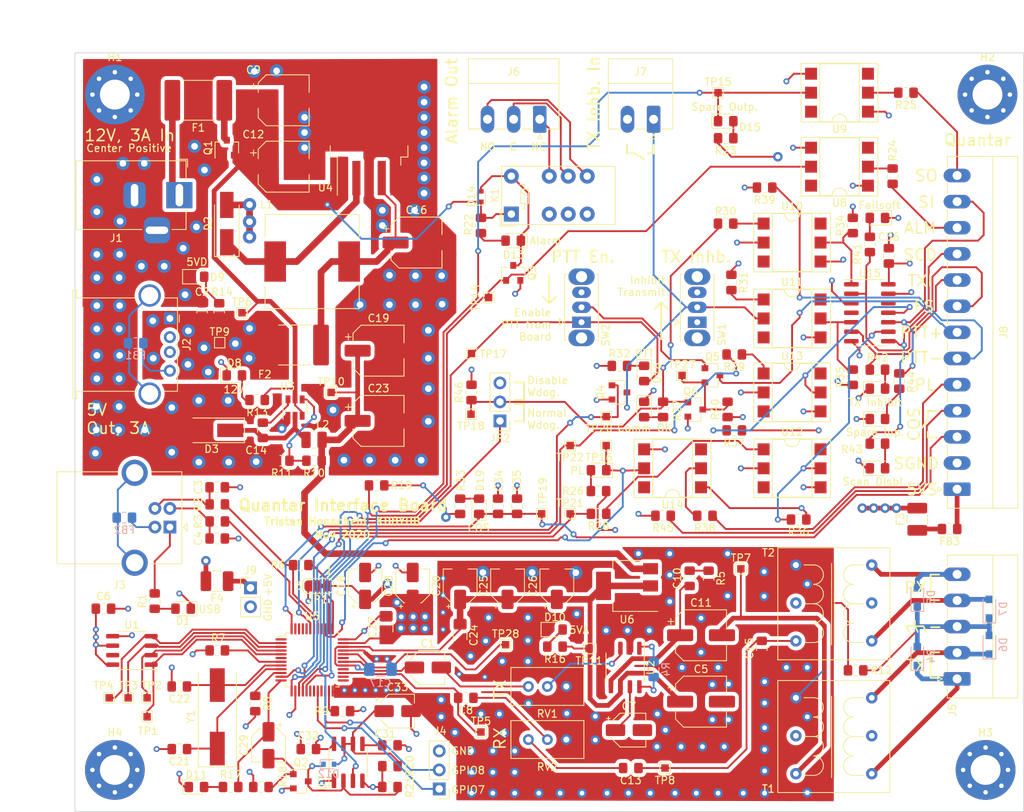
<source format=kicad_pcb>
(kicad_pcb (version 20171130) (host pcbnew "(5.1.5-0-10_14)")
  (layers (0 F.Cu signal) (1 In1.Cu power) (2 In2.Cu power) (31 B.Cu signal) (34 B.Paste user hide) (35 F.Paste user hide) (36 B.SilkS user hide) (37 F.SilkS user) (38 B.Mask user hide) (39 F.Mask user hide) (44 Edge.Cuts user))
  (net 0 "")
  (net 1 "Net-(C1-Pad2)")
  (net 2 /LINEOUT_LEFT)
  (net 3 +5V)
  (net 4 GND)
  (net 5 "Net-(C3-Pad1)")
  (net 6 "Net-(C4-Pad1)")
  (net 7 +5VA)
  (net 8 "Net-(C7-Pad1)")
  (net 9 /MIC_IN)
  (net 10 "Net-(C8-Pad1)")
  (net 11 +12V)
  (net 12 "Net-(C10-Pad1)")
  (net 13 "Net-(C10-Pad2)")
  (net 14 /TX_AUDIO_OUT)
  (net 15 /RX_AUDIO_IN)
  (net 16 "Net-(C13-Pad2)")
  (net 17 "Net-(C14-Pad1)")
  (net 18 "Net-(C14-Pad2)")
  (net 19 "Net-(C16-Pad1)")
  (net 20 +3V3)
  (net 21 "Net-(C19-Pad1)")
  (net 22 "Net-(C21-Pad1)")
  (net 23 "Net-(C22-Pad1)")
  (net 24 "Net-(C29-Pad2)")
  (net 25 /HEARTBEAT)
  (net 26 "Net-(C31-Pad1)")
  (net 27 "Net-(C33-Pad1)")
  (net 28 /COS)
  (net 29 /STATION_GND)
  (net 30 /STATION_5V)
  (net 31 "Net-(D1-Pad2)")
  (net 32 "Net-(D2-Pad1)")
  (net 33 /TX_AUDIO_LINE1+)
  (net 34 "Net-(D4-Pad2)")
  (net 35 /RX_AUDIO_LINE2-)
  (net 36 /TX_AUDIO_LINE1-)
  (net 37 /RX_AUDIO_LINE2+)
  (net 38 "Net-(D8-Pad2)")
  (net 39 "Net-(D9-Pad2)")
  (net 40 "Net-(D10-Pad2)")
  (net 41 "Net-(D11-Pad2)")
  (net 42 "Net-(D12-Pad1)")
  (net 43 "Net-(D13-Pad2)")
  (net 44 "Net-(D13-Pad1)")
  (net 45 /SPARE_OUTPUT)
  (net 46 "Net-(D15-Pad2)")
  (net 47 /PTT)
  (net 48 "Net-(D16-Pad1)")
  (net 49 "Net-(D17-Pad2)")
  (net 50 /PL)
  (net 51 "Net-(D18-Pad2)")
  (net 52 "Net-(D19-Pad2)")
  (net 53 "Net-(D20-Pad2)")
  (net 54 "Net-(D21-Pad2)")
  (net 55 "Net-(D22-Pad2)")
  (net 56 "Net-(D23-Pad2)")
  (net 57 "Net-(F1-Pad1)")
  (net 58 "Net-(F1-Pad2)")
  (net 59 "Net-(FB1-Pad1)")
  (net 60 "Net-(FB2-Pad1)")
  (net 61 "Net-(J2-Pad2)")
  (net 62 "Net-(J2-Pad3)")
  (net 63 "Net-(J3-Pad1)")
  (net 64 /GPIO7)
  (net 65 /GPIO8)
  (net 66 "Net-(J6-Pad1)")
  (net 67 "Net-(J6-Pad2)")
  (net 68 "Net-(J6-Pad3)")
  (net 69 "Net-(J7-Pad1)")
  (net 70 /STATION_COS_RELAY_B)
  (net 71 /STATION_PL_ACTIVE)
  (net 72 /STATION_PTT_LED+)
  (net 73 /STATION_PTT_LED-)
  (net 74 /STATION_FAILSOFT)
  (net 75 /STATION_TX_INHIBIT)
  (net 76 /STATION_SCAN_DISABLE)
  (net 77 /STATION_ALARM)
  (net 78 /STATION_SPARE_INPUT)
  (net 79 /STATION_SPARE_OUTPUT)
  (net 80 "Net-(JP1-Pad2)")
  (net 81 /WATCHDOG_OK)
  (net 82 "Net-(JP2-Pad1)")
  (net 83 "Net-(K1-Pad4)")
  (net 84 "Net-(K1-Pad3)")
  (net 85 "Net-(K1-Pad5)")
  (net 86 /ALARM)
  (net 87 /TX_INHB)
  (net 88 "Net-(Q5-Pad2)")
  (net 89 "Net-(Q5-Pad1)")
  (net 90 "Net-(R2-Pad1)")
  (net 91 "Net-(R3-Pad1)")
  (net 92 "Net-(R4-Pad2)")
  (net 93 "Net-(R4-Pad1)")
  (net 94 "Net-(R7-Pad1)")
  (net 95 "Net-(R8-Pad1)")
  (net 96 "Net-(R9-Pad1)")
  (net 97 "Net-(R10-Pad2)")
  (net 98 "Net-(R24-Pad2)")
  (net 99 "Net-(R25-Pad2)")
  (net 100 "Net-(R28-Pad1)")
  (net 101 /SCAN_DISABLE)
  (net 102 "Net-(R29-Pad1)")
  (net 103 /SPARE_INPUT)
  (net 104 "Net-(R30-Pad2)")
  (net 105 "Net-(R31-Pad2)")
  (net 106 "Net-(R34-Pad2)")
  (net 107 "Net-(R35-Pad2)")
  (net 108 "Net-(R36-Pad2)")
  (net 109 "Net-(R37-Pad2)")
  (net 110 "Net-(R38-Pad2)")
  (net 111 "Net-(RV1-Pad2)")
  (net 112 "Net-(SW1-Pad1)")
  (net 113 /EEPROM_CS)
  (net 114 /EEPROM_SK)
  (net 115 /EEPROM_DR)
  (net 116 /EEPROM_DW)
  (net 117 /LINEOUT_RIGHT)
  (net 118 "Net-(U5-Pad1)")
  (net 119 "Net-(U5-Pad6)")
  (net 120 "Net-(U5-Pad18)")
  (net 121 "Net-(U5-Pad19)")
  (net 122 "Net-(U5-Pad21)")
  (net 123 "Net-(U5-Pad25)")
  (net 124 "Net-(U5-Pad26)")
  (net 125 "Net-(U5-Pad31)")
  (net 126 "Net-(U5-Pad40)")
  (net 127 "Net-(U5-Pad44)")
  (net 128 "Net-(U5-Pad45)")
  (net 129 "Net-(U5-Pad46)")
  (net 130 "Net-(U5-Pad47)")
  (net 131 "Net-(U8-Pad6)")
  (net 132 "Net-(U8-Pad3)")
  (net 133 "Net-(U9-Pad3)")
  (net 134 "Net-(U9-Pad6)")
  (net 135 "Net-(U10-Pad6)")
  (net 136 "Net-(U10-Pad3)")
  (net 137 "Net-(U11-Pad3)")
  (net 138 "Net-(U11-Pad6)")
  (net 139 "Net-(U12-Pad3)")
  (net 140 "Net-(U12-Pad6)")
  (net 141 "Net-(U13-Pad3)")
  (net 142 "Net-(U13-Pad6)")
  (net 143 "Net-(U14-Pad6)")
  (net 144 "Net-(U14-Pad3)")
  (net 145 "Net-(U15-Pad12)")
  (net 146 "Net-(F3-Pad1)")
  (net 147 "Net-(FB3-Pad1)")
  (net 148 "Net-(U15-Pad4)")
  (net 149 "Net-(F4-Pad1)")
  (net 150 "Net-(C5-Pad2)")
  (net 151 "Net-(C7-Pad2)")
  (module Capacitor_SMD:CP_Elec_4x5.8 (layer F.Cu) (at 134.112 122.174 90)
    (fp_text reference C25 (at 0 -3.2 90) (layer F.SilkS))
    (fp_text value 10uF)
    (pad 2 smd roundrect (at 1.8 0 90) (size 2.6 1.6) (layers F.Cu F.Paste F.Mask) (roundrect_rratio 0.15625) (net 4 GND))
    (pad 1 smd roundrect (at -1.8 0 90) (size 2.6 1.6) (layers F.Cu F.Paste F.Mask) (roundrect_rratio 0.15625) (net 7 +5VA))
  )
  (module Capacitor_SMD:C_1206_3216Metric_Pad1.42x1.75mm_HandSolder (layer F.Cu) (at 127.762 128.778 270)
    (fp_text reference C24 (at 0 -1.82 90) (layer F.SilkS))
    (fp_text value 0.47uF)
    (pad 2 smd roundrect (at 1.4875 0 270) (size 1.425 1.75) (layers F.Cu F.Paste F.Mask) (roundrect_rratio 0.175439) (net 4 GND))
    (pad 1 smd roundrect (at -1.4875 0 270) (size 1.425 1.75) (layers F.Cu F.Paste F.Mask) (roundrect_rratio 0.175439) (net 7 +5VA))
  )
  (module Package_SO:SO-8_3.9x4.9mm_P1.27mm (layer F.Cu) (at 149.86 133.096 270)
    (fp_text reference U2 (at 0 -3.4 90) (layer F.SilkS))
    (fp_text value LM386)
    (pad 1 smd roundrect (at -2.575 -1.905 270) (size 1.75 0.6) (layers F.Cu F.Paste F.Mask) (net 92 "Net-(R4-Pad2)"))
    (pad 2 smd roundrect (at -2.575 -0.635 270) (size 1.75 0.6) (layers F.Cu F.Paste F.Mask) (net 4 GND))
    (pad 3 smd roundrect (at -2.575 0.635 270) (size 1.75 0.6) (layers F.Cu F.Paste F.Mask) (net 111 "Net-(RV1-Pad2)"))
    (pad 4 smd roundrect (at -2.575 1.905 270) (size 1.75 0.6) (layers F.Cu F.Paste F.Mask) (net 4 GND))
    (pad 5 smd roundrect (at 2.575 1.905 270) (size 1.75 0.6) (layers F.Cu F.Paste F.Mask) (net 12 "Net-(C10-Pad1)"))
    (pad 6 smd roundrect (at 2.575 0.635 270) (size 1.75 0.6) (layers F.Cu F.Paste F.Mask) (net 7 +5VA))
    (pad 7 smd roundrect (at 2.575 -0.635 270) (size 1.75 0.6) (layers F.Cu F.Paste F.Mask) (net 8 "Net-(C7-Pad1)"))
    (pad 8 smd roundrect (at 2.575 -1.905 270) (size 1.75 0.6) (layers F.Cu F.Paste F.Mask) (net 93 "Net-(R4-Pad1)"))
  )
  (module Capacitor_SMD:C_0805_2012Metric_Pad1.15x1.40mm_HandSolder (layer F.Cu) (at 150.613 146.558 180)
    (fp_text reference C13 (at 0 -1.65) (layer F.SilkS))
    (fp_text value 4.7uF)
    (pad 1 smd roundrect (at -1.025 0 180) (size 1.15 1.4) (layers F.Cu F.Paste F.Mask) (roundrect_rratio 0.217391) (net 15 /RX_AUDIO_IN))
    (pad 2 smd roundrect (at 1.025 0 180) (size 1.15 1.4) (layers F.Cu F.Paste F.Mask) (roundrect_rratio 0.217391) (net 16 "Net-(C13-Pad2)"))
  )
  (module Capacitor_SMD:CP_Elec_6.3x5.4 (layer F.Cu) (at 160.02 137.668)
    (fp_text reference C5 (at 0 -4.35) (layer F.SilkS))
    (fp_text value 47uF)
    (pad 1 smd roundrect (at -2.8 0) (size 3.5 1.6) (layers F.Cu F.Paste F.Mask) (roundrect_rratio 0.15625) (net 7 +5VA))
    (pad 2 smd roundrect (at 2.8 0) (size 3.5 1.6) (layers F.Cu F.Paste F.Mask) (roundrect_rratio 0.15625) (net 150 "Net-(C5-Pad2)"))
  )
  (module Capacitor_SMD:CP_Elec_4x5.4 (layer F.Cu) (at 150.368 141.478)
    (fp_text reference C7 (at 0 -3.2) (layer F.SilkS))
    (fp_text value 4.7uF)
    (pad 1 smd roundrect (at -1.8 0) (size 2.6 1.6) (layers F.Cu F.Paste F.Mask) (roundrect_rratio 0.15625) (net 8 "Net-(C7-Pad1)"))
    (pad 2 smd roundrect (at 1.8 0) (size 2.6 1.6) (layers F.Cu F.Paste F.Mask) (roundrect_rratio 0.15625) (net 151 "Net-(C7-Pad2)"))
  )
  (module Capacitor_SMD:CP_Elec_6.3x5.4 (layer F.Cu) (at 160.02 128.778)
    (fp_text reference C11 (at 0 -4.35) (layer F.SilkS))
    (fp_text value 47uF)
    (pad 1 smd roundrect (at -2.8 0) (size 3.5 1.6) (layers F.Cu F.Paste F.Mask) (roundrect_rratio 0.15625) (net 12 "Net-(C10-Pad1)"))
    (pad 2 smd roundrect (at 2.8 0) (size 3.5 1.6) (layers F.Cu F.Paste F.Mask) (roundrect_rratio 0.15625) (net 14 /TX_AUDIO_OUT))
  )
  (module Capacitor_SMD:C_0805_2012Metric_Pad1.15x1.40mm_HandSolder (layer F.Cu) (at 168.148 130.556 270)
    (fp_text reference C15 (at 0 1.651 90) (layer F.SilkS))
    (fp_text value 47pF)
    (pad 2 smd roundrect (at 1.025 0 270) (size 1.15 1.4) (layers F.Cu F.Paste F.Mask) (roundrect_rratio 0.217391) (net 4 GND))
    (pad 1 smd roundrect (at -1.025 0 270) (size 1.15 1.4) (layers F.Cu F.Paste F.Mask) (roundrect_rratio 0.217391) (net 15 /RX_AUDIO_IN))
  )
  (module Capacitor_SMD:C_1206_3216Metric_Pad1.42x1.75mm_HandSolder (layer B.Cu) (at 117.094 133.35)
    (fp_text reference C17 (at 0 1.82 180) (layer B.SilkS) (effects (justify mirror)))
    (fp_text value 0.47uF)
    (pad 1 smd roundrect (at -1.4875 0) (size 1.425 1.75) (layers B.Cu B.Paste B.Mask) (roundrect_rratio 0.175439) (net 7 +5VA))
    (pad 2 smd roundrect (at 1.4875 0) (size 1.425 1.75) (layers B.Cu B.Paste B.Mask) (roundrect_rratio 0.175439) (net 4 GND))
  )
  (module Capacitor_SMD:CP_Elec_4x5.8 (layer F.Cu) (at 127.762 122.174 90)
    (fp_text reference C20 (at 0 -3.2 90) (layer F.SilkS))
    (fp_text value 10uF)
    (pad 1 smd roundrect (at -1.8 0 90) (size 2.6 1.6) (layers F.Cu F.Paste F.Mask) (roundrect_rratio 0.15625) (net 7 +5VA))
    (pad 2 smd roundrect (at 1.8 0 90) (size 2.6 1.6) (layers F.Cu F.Paste F.Mask) (roundrect_rratio 0.15625) (net 4 GND))
  )
  (module Potentiometer_THT:Potentiometer_Bourns_3296W_Vertical (layer F.Cu) (at 136.906 135.636 180)
    (fp_text reference RV1 (at -2.54 -3.66) (layer F.SilkS))
    (fp_text value 100K)
    (pad 1 thru_hole circle (at 0 0 180) (size 1.44 1.44) (drill 0.8) (layers *.Cu *.Mask) (net 1 "Net-(C1-Pad2)"))
    (pad 2 thru_hole circle (at -2.54 0 180) (size 1.44 1.44) (drill 0.8) (layers *.Cu *.Mask) (net 111 "Net-(RV1-Pad2)"))
    (pad 3 thru_hole circle (at -5.08 0 180) (size 1.44 1.44) (drill 0.8) (layers *.Cu *.Mask) (net 4 GND))
  )
  (module Potentiometer_THT:Potentiometer_Bourns_3296W_Vertical (layer F.Cu) (at 136.906 142.748 180)
    (fp_text reference RV2 (at -2.54 -3.66) (layer F.SilkS))
    (fp_text value 100K)
    (pad 3 thru_hole circle (at -5.08 0 180) (size 1.44 1.44) (drill 0.8) (layers *.Cu *.Mask) (net 4 GND))
    (pad 2 thru_hole circle (at -2.54 0 180) (size 1.44 1.44) (drill 0.8) (layers *.Cu *.Mask) (net 10 "Net-(C8-Pad1)"))
    (pad 1 thru_hole circle (at 0 0 180) (size 1.44 1.44) (drill 0.8) (layers *.Cu *.Mask) (net 16 "Net-(C13-Pad2)"))
  )
  (module TestPoint:TestPoint_Pad_1.0x1.0mm (layer F.Cu) (at 165.354 119.888)
    (fp_text reference TP7 (at 0 -1.448) (layer F.SilkS))
    (fp_text value "Amp Out")
    (pad 1 smd rect (at 0 0) (size 1 1) (layers F.Cu F.Mask) (net 14 /TX_AUDIO_OUT))
  )
  (module TestPoint:TestPoint_Pad_1.0x1.0mm (layer F.Cu) (at 155.194 146.558)
    (fp_text reference TP8 (at 0 1.651) (layer F.SilkS))
    (fp_text value "RX In")
    (pad 1 smd rect (at 0 0) (size 1 1) (layers F.Cu F.Mask) (net 15 /RX_AUDIO_IN))
  )
  (module Capacitor_SMD:CP_Elec_4x5.4 (layer F.Cu) (at 123.444 133.096)
    (fp_text reference C1 (at 0 -3.2) (layer F.SilkS))
    (fp_text value 4.7uF)
    (pad 2 smd roundrect (at 1.8 0) (size 2.6 1.6) (layers F.Cu F.Paste F.Mask) (roundrect_rratio 0.15625) (net 1 "Net-(C1-Pad2)"))
    (pad 1 smd roundrect (at -1.8 0) (size 2.6 1.6) (layers F.Cu F.Paste F.Mask) (roundrect_rratio 0.15625) (net 2 /LINEOUT_LEFT))
  )
  (module quantar-interface:Transformer (layer F.Cu) (at 177.8 142.24)
    (fp_text reference T1 (at -8.763 7.112) (layer F.SilkS))
    (fp_text value Transformer)
    (pad 6 thru_hole circle (at 5.08 5.08) (size 1.524 1.524) (drill 0.762) (layers *.Cu *.Mask) (net 33 /TX_AUDIO_LINE1+))
    (pad 5 thru_hole circle (at 5.08 0) (size 1.524 1.524) (drill 0.762) (layers *.Cu *.Mask))
    (pad 4 thru_hole circle (at 5.08 -5.08) (size 1.524 1.524) (drill 0.762) (layers *.Cu *.Mask) (net 36 /TX_AUDIO_LINE1-))
    (pad 3 thru_hole circle (at -5.08 5.08) (size 1.524 1.524) (drill 0.762) (layers *.Cu *.Mask) (net 14 /TX_AUDIO_OUT))
    (pad 2 thru_hole circle (at -5.08 0) (size 1.524 1.524) (drill 0.762) (layers *.Cu *.Mask))
    (pad 1 thru_hole circle (at -5.08 -5.08) (size 1.524 1.524) (drill 0.8) (layers *.Cu *.Mask) (net 4 GND))
  )
  (module LED_SMD:LED_0805_2012Metric_Pad1.15x1.40mm_HandSolder (layer F.Cu) (at 97.536 93.98)
    (fp_text reference D8 (at 0 -1.65) (layer F.SilkS))
    (fp_text value LED_12V)
    (pad 2 smd roundrect (at 1.025 0) (size 1.15 1.4) (layers F.Cu F.Paste F.Mask) (roundrect_rratio 0.217391) (net 38 "Net-(D8-Pad2)"))
    (pad 1 smd roundrect (at -1.025 0) (size 1.15 1.4) (layers F.Cu F.Paste F.Mask) (roundrect_rratio 0.217391) (net 4 GND))
  )
  (module Package_TO_SOT_SMD:SOT-23-6 (layer F.Cu) (at 105.664 98.298 90)
    (fp_text reference U3 (at 2.794 -1.016 180) (layer F.SilkS))
    (fp_text value TPS562200)
    (pad 1 smd rect (at -1.1 -0.95 90) (size 1.06 0.65) (layers F.Cu F.Paste F.Mask) (net 4 GND))
    (pad 2 smd rect (at -1.1 0 90) (size 1.06 0.65) (layers F.Cu F.Paste F.Mask) (net 17 "Net-(C14-Pad1)"))
    (pad 3 smd rect (at -1.1 0.95 90) (size 1.06 0.65) (layers F.Cu F.Paste F.Mask) (net 11 +12V))
    (pad 4 smd rect (at 1.1 0.95 90) (size 1.06 0.65) (layers F.Cu F.Paste F.Mask) (net 97 "Net-(R10-Pad2)"))
    (pad 6 smd rect (at 1.1 -0.95 90) (size 1.06 0.65) (layers F.Cu F.Paste F.Mask) (net 18 "Net-(C14-Pad2)"))
    (pad 5 smd rect (at 1.1 0 90) (size 1.06 0.65) (layers F.Cu F.Paste F.Mask) (net 11 +12V))
  )
  (module Capacitor_SMD:C_0805_2012Metric_Pad1.15x1.40mm_HandSolder (layer F.Cu) (at 93.218 85.353 90)
    (fp_text reference C2 (at 2.549 0 180) (layer F.SilkS))
    (fp_text value 0.1uF)
    (pad 1 smd roundrect (at -1.025 0 90) (size 1.15 1.4) (layers F.Cu F.Paste F.Mask) (roundrect_rratio 0.217391) (net 3 +5V))
    (pad 2 smd roundrect (at 1.025 0 90) (size 1.15 1.4) (layers F.Cu F.Paste F.Mask) (roundrect_rratio 0.217391) (net 4 GND))
  )
  (module Capacitor_SMD:C_0805_2012Metric_Pad1.15x1.40mm_HandSolder (layer F.Cu) (at 95.241 108.966)
    (fp_text reference C3 (at -2.531 0 90) (layer F.SilkS))
    (fp_text value 47p)
    (pad 2 smd roundrect (at 1.025 0) (size 1.15 1.4) (layers F.Cu F.Paste F.Mask) (roundrect_rratio 0.217391) (net 4 GND))
    (pad 1 smd roundrect (at -1.025 0) (size 1.15 1.4) (layers F.Cu F.Paste F.Mask) (roundrect_rratio 0.217391) (net 5 "Net-(C3-Pad1)"))
  )
  (module Capacitor_SMD:C_0805_2012Metric_Pad1.15x1.40mm_HandSolder (layer F.Cu) (at 95.241 115.824)
    (fp_text reference C4 (at -2.531 0 90) (layer F.SilkS))
    (fp_text value 47p)
    (pad 1 smd roundrect (at -1.025 0) (size 1.15 1.4) (layers F.Cu F.Paste F.Mask) (roundrect_rratio 0.217391) (net 6 "Net-(C4-Pad1)"))
    (pad 2 smd roundrect (at 1.025 0) (size 1.15 1.4) (layers F.Cu F.Paste F.Mask) (roundrect_rratio 0.217391) (net 4 GND))
  )
  (module Capacitor_SMD:C_0805_2012Metric_Pad1.15x1.40mm_HandSolder (layer F.Cu) (at 80.01 125.222)
    (fp_text reference C6 (at 0 -1.65) (layer F.SilkS))
    (fp_text value 0.1uF)
    (pad 1 smd roundrect (at -1.025 0) (size 1.15 1.4) (layers F.Cu F.Paste F.Mask) (roundrect_rratio 0.217391) (net 3 +5V))
    (pad 2 smd roundrect (at 1.025 0) (size 1.15 1.4) (layers F.Cu F.Paste F.Mask) (roundrect_rratio 0.217391) (net 4 GND))
  )
  (module Capacitor_SMD:CP_Elec_6.3x5.4 (layer F.Cu) (at 104.14 57.15)
    (fp_text reference C9 (at -4.064 -4.064) (layer F.SilkS))
    (fp_text value 47uF)
    (pad 2 smd roundrect (at 2.8 0) (size 3.5 1.6) (layers F.Cu F.Paste F.Mask) (roundrect_rratio 0.15625) (net 4 GND))
    (pad 1 smd roundrect (at -2.8 0) (size 3.5 1.6) (layers F.Cu F.Paste F.Mask) (roundrect_rratio 0.15625) (net 11 +12V))
  )
  (module Capacitor_SMD:C_0805_2012Metric_Pad1.15x1.40mm_HandSolder (layer F.Cu) (at 158.496 121.158 90)
    (fp_text reference C10 (at 0 -1.65 90) (layer F.SilkS))
    (fp_text value -)
    (pad 1 smd roundrect (at -1.025 0 90) (size 1.15 1.4) (layers F.Cu F.Paste F.Mask) (roundrect_rratio 0.217391) (net 12 "Net-(C10-Pad1)"))
    (pad 2 smd roundrect (at 1.025 0 90) (size 1.15 1.4) (layers F.Cu F.Paste F.Mask) (roundrect_rratio 0.217391) (net 13 "Net-(C10-Pad2)"))
  )
  (module Capacitor_SMD:CP_Elec_6.3x5.4 (layer F.Cu) (at 104.14 66.04)
    (fp_text reference C12 (at -4.064 -4.318) (layer F.SilkS))
    (fp_text value 47uF)
    (pad 1 smd roundrect (at -2.8 0) (size 3.5 1.6) (layers F.Cu F.Paste F.Mask) (roundrect_rratio 0.15625) (net 11 +12V))
    (pad 2 smd roundrect (at 2.8 0) (size 3.5 1.6) (layers F.Cu F.Paste F.Mask) (roundrect_rratio 0.15625) (net 4 GND))
  )
  (module Capacitor_SMD:C_0805_2012Metric_Pad1.15x1.40mm_HandSolder (layer F.Cu) (at 101.346 101.346 90)
    (fp_text reference C14 (at -2.667 -0.889 180) (layer F.SilkS))
    (fp_text value 0.1uF)
    (pad 1 smd roundrect (at -1.025 0 90) (size 1.15 1.4) (layers F.Cu F.Paste F.Mask) (roundrect_rratio 0.217391) (net 17 "Net-(C14-Pad1)"))
    (pad 2 smd roundrect (at 1.025 0 90) (size 1.15 1.4) (layers F.Cu F.Paste F.Mask) (roundrect_rratio 0.217391) (net 18 "Net-(C14-Pad2)"))
  )
  (module Capacitor_SMD:CP_Elec_6.3x5.4 (layer F.Cu) (at 121.92 76.2)
    (fp_text reference C16 (at 0 -4.35) (layer F.SilkS))
    (fp_text value 47uF)
    (pad 2 smd roundrect (at 2.8 0) (size 3.5 1.6) (layers F.Cu F.Paste F.Mask) (roundrect_rratio 0.15625) (net 4 GND))
    (pad 1 smd roundrect (at -2.8 0) (size 3.5 1.6) (layers F.Cu F.Paste F.Mask) (roundrect_rratio 0.15625) (net 19 "Net-(C16-Pad1)"))
  )
  (module Capacitor_SMD:CP_Elec_4x5.4 (layer F.Cu) (at 115.04 122.174 90)
    (fp_text reference C18 (at 0 -3.2 90) (layer F.SilkS))
    (fp_text value 4.7uF)
    (pad 1 smd roundrect (at -1.8 0 90) (size 2.6 1.6) (layers F.Cu F.Paste F.Mask) (roundrect_rratio 0.15625) (net 20 +3V3))
    (pad 2 smd roundrect (at 1.8 0 90) (size 2.6 1.6) (layers F.Cu F.Paste F.Mask) (roundrect_rratio 0.15625) (net 4 GND))
  )
  (module Capacitor_SMD:CP_Elec_6.3x5.4 (layer F.Cu) (at 116.84 90.678)
    (fp_text reference C19 (at 0 -4.35) (layer F.SilkS))
    (fp_text value 22uF)
    (pad 2 smd roundrect (at 2.8 0) (size 3.5 1.6) (layers F.Cu F.Paste F.Mask) (roundrect_rratio 0.15625) (net 4 GND))
    (pad 1 smd roundrect (at -2.8 0) (size 3.5 1.6) (layers F.Cu F.Paste F.Mask) (roundrect_rratio 0.15625) (net 21 "Net-(C19-Pad1)"))
  )
  (module Capacitor_SMD:C_0805_2012Metric_Pad1.15x1.40mm_HandSolder (layer F.Cu) (at 90.179 144.018 180)
    (fp_text reference C21 (at 0 -1.65) (layer F.SilkS))
    (fp_text value 12pF)
    (pad 1 smd roundrect (at -1.025 0 180) (size 1.15 1.4) (layers F.Cu F.Paste F.Mask) (roundrect_rratio 0.217391) (net 22 "Net-(C21-Pad1)"))
    (pad 2 smd roundrect (at 1.025 0 180) (size 1.15 1.4) (layers F.Cu F.Paste F.Mask) (roundrect_rratio 0.217391) (net 4 GND))
  )
  (module Capacitor_SMD:C_0805_2012Metric_Pad1.15x1.40mm_HandSolder (layer F.Cu) (at 90.17 135.636 180)
    (fp_text reference C22 (at 0 -1.65) (layer F.SilkS))
    (fp_text value 12pF)
    (pad 1 smd roundrect (at -1.025 0 180) (size 1.15 1.4) (layers F.Cu F.Paste F.Mask) (roundrect_rratio 0.217391) (net 23 "Net-(C22-Pad1)"))
    (pad 2 smd roundrect (at 1.025 0 180) (size 1.15 1.4) (layers F.Cu F.Paste F.Mask) (roundrect_rratio 0.217391) (net 4 GND))
  )
  (module Capacitor_SMD:CP_Elec_6.3x5.4 (layer F.Cu) (at 116.84 100.076)
    (fp_text reference C23 (at 0 -4.35) (layer F.SilkS))
    (fp_text value 22uF)
    (pad 1 smd roundrect (at -2.8 0) (size 3.5 1.6) (layers F.Cu F.Paste F.Mask) (roundrect_rratio 0.15625) (net 21 "Net-(C19-Pad1)"))
    (pad 2 smd roundrect (at 2.8 0) (size 3.5 1.6) (layers F.Cu F.Paste F.Mask) (roundrect_rratio 0.15625) (net 4 GND))
  )
  (module Capacitor_SMD:CP_Elec_4x5.8 (layer F.Cu) (at 140.716 122.174 90)
    (fp_text reference C26 (at 0 -3.2 90) (layer F.SilkS))
    (fp_text value 10uF)
    (pad 1 smd roundrect (at -1.8 0 90) (size 2.6 1.6) (layers F.Cu F.Paste F.Mask) (roundrect_rratio 0.15625) (net 7 +5VA))
    (pad 2 smd roundrect (at 1.8 0 90) (size 2.6 1.6) (layers F.Cu F.Paste F.Mask) (roundrect_rratio 0.15625) (net 4 GND))
  )
  (module Capacitor_SMD:C_1206_3216Metric_Pad1.42x1.75mm_HandSolder (layer F.Cu) (at 117.856 127.7255 90)
    (fp_text reference C27 (at 0 -1.82 90) (layer F.SilkS))
    (fp_text value 0.47uF)
    (pad 1 smd roundrect (at -1.4875 0 90) (size 1.425 1.75) (layers F.Cu F.Paste F.Mask) (roundrect_rratio 0.175439) (net 3 +5V))
    (pad 2 smd roundrect (at 1.4875 0 90) (size 1.425 1.75) (layers F.Cu F.Paste F.Mask) (roundrect_rratio 0.175439) (net 4 GND))
  )
  (module Capacitor_SMD:CP_Elec_4x5.8 (layer F.Cu) (at 121.412 122.174 90)
    (fp_text reference C28 (at 0 -3.2 90) (layer F.SilkS))
    (fp_text value 10uF)
    (pad 2 smd roundrect (at 1.8 0 90) (size 2.6 1.6) (layers F.Cu F.Paste F.Mask) (roundrect_rratio 0.15625) (net 4 GND))
    (pad 1 smd roundrect (at -1.8 0 90) (size 2.6 1.6) (layers F.Cu F.Paste F.Mask) (roundrect_rratio 0.15625) (net 3 +5V))
  )
  (module Capacitor_SMD:CP_Elec_4x4.5 (layer F.Cu) (at 102.108 143.51 270)
    (fp_text reference C29 (at 0 3.302 90) (layer F.SilkS))
    (fp_text value 1uF)
    (pad 2 smd roundrect (at 1.8 0 270) (size 2.6 1.6) (layers F.Cu F.Paste F.Mask) (roundrect_rratio 0.15625) (net 24 "Net-(C29-Pad2)"))
    (pad 1 smd roundrect (at -1.8 0 270) (size 2.6 1.6) (layers F.Cu F.Paste F.Mask) (roundrect_rratio 0.15625) (net 25 /HEARTBEAT))
  )
  (module Capacitor_SMD:C_0805_2012Metric_Pad1.15x1.40mm_HandSolder (layer F.Cu) (at 118.364 143.51)
    (fp_text reference C31 (at -0.635 -1.524) (layer F.SilkS))
    (fp_text value 0.01uF)
    (pad 2 smd roundrect (at 1.025 0) (size 1.15 1.4) (layers F.Cu F.Paste F.Mask) (roundrect_rratio 0.217391) (net 4 GND))
    (pad 1 smd roundrect (at -1.025 0) (size 1.15 1.4) (layers F.Cu F.Paste F.Mask) (roundrect_rratio 0.217391) (net 26 "Net-(C31-Pad1)"))
  )
  (module Capacitor_SMD:C_0805_2012Metric_Pad1.15x1.40mm_HandSolder (layer F.Cu) (at 107.451 144.018 180)
    (fp_text reference C32 (at 0 1.778) (layer F.SilkS))
    (fp_text value 0.1uF)
    (pad 2 smd roundrect (at 1.025 0 180) (size 1.15 1.4) (layers F.Cu F.Paste F.Mask) (roundrect_rratio 0.217391) (net 4 GND))
    (pad 1 smd roundrect (at -1.025 0 180) (size 1.15 1.4) (layers F.Cu F.Paste F.Mask) (roundrect_rratio 0.217391) (net 3 +5V))
  )
  (module Capacitor_SMD:CP_Elec_4x4.5 (layer F.Cu) (at 119.38 138.938)
    (fp_text reference C33 (at 0 -3.2) (layer F.SilkS))
    (fp_text value 1uF)
    (pad 1 smd roundrect (at -1.8 0) (size 2.6 1.6) (layers F.Cu F.Paste F.Mask) (roundrect_rratio 0.15625) (net 27 "Net-(C33-Pad1)"))
    (pad 2 smd roundrect (at 1.8 0) (size 2.6 1.6) (layers F.Cu F.Paste F.Mask) (roundrect_rratio 0.15625) (net 4 GND))
  )
  (module Capacitor_SMD:C_0805_2012Metric_Pad1.15x1.40mm_HandSolder (layer F.Cu) (at 132.842 111.506 90)
    (fp_text reference C34 (at 3.429 0.127 90) (layer F.SilkS))
    (fp_text value 47pF)
    (pad 2 smd roundrect (at 1.025 0 90) (size 1.15 1.4) (layers F.Cu F.Paste F.Mask) (roundrect_rratio 0.217391) (net 4 GND))
    (pad 1 smd roundrect (at -1.025 0 90) (size 1.15 1.4) (layers F.Cu F.Paste F.Mask) (roundrect_rratio 0.217391) (net 28 /COS))
  )
  (module Capacitor_SMD:C_0805_2012Metric_Pad1.15x1.40mm_HandSolder (layer F.Cu) (at 135.382 111.506 90)
    (fp_text reference C35 (at 3.429 0 90) (layer F.SilkS))
    (fp_text value 0.1uF)
    (pad 2 smd roundrect (at 1.025 0 90) (size 1.15 1.4) (layers F.Cu F.Paste F.Mask) (roundrect_rratio 0.217391) (net 4 GND))
    (pad 1 smd roundrect (at -1.025 0 90) (size 1.15 1.4) (layers F.Cu F.Paste F.Mask) (roundrect_rratio 0.217391) (net 28 /COS))
  )
  (module Capacitor_SMD:C_0805_2012Metric_Pad1.15x1.40mm_HandSolder (layer F.Cu) (at 185.166 77.978 90)
    (fp_text reference C36 (at 2.54 0 180) (layer F.SilkS))
    (fp_text value 0.1uF)
    (pad 2 smd roundrect (at 1.025 0 90) (size 1.15 1.4) (layers F.Cu F.Paste F.Mask) (roundrect_rratio 0.217391) (net 29 /STATION_GND))
    (pad 1 smd roundrect (at -1.025 0 90) (size 1.15 1.4) (layers F.Cu F.Paste F.Mask) (roundrect_rratio 0.217391) (net 30 /STATION_5V))
  )
  (module LED_SMD:LED_0805_2012Metric_Pad1.15x1.40mm_HandSolder (layer F.Cu) (at 90.678 125.222 180)
    (fp_text reference D1 (at 0 -1.65) (layer F.SilkS))
    (fp_text value LED_USB)
    (pad 1 smd roundrect (at -1.025 0 180) (size 1.15 1.4) (layers F.Cu F.Paste F.Mask) (roundrect_rratio 0.217391) (net 4 GND))
    (pad 2 smd roundrect (at 1.025 0 180) (size 1.15 1.4) (layers F.Cu F.Paste F.Mask) (roundrect_rratio 0.217391) (net 31 "Net-(D1-Pad2)"))
  )
  (module Diode_SMD:D_SMA_Handsoldering (layer F.Cu) (at 96.52 73.66 90)
    (fp_text reference D2 (at 0 -2.5 90) (layer F.SilkS))
    (fp_text value B340LA)
    (pad 1 smd rect (at -2.5 0 90) (size 3.5 1.8) (layers F.Cu F.Paste F.Mask) (net 32 "Net-(D2-Pad1)"))
    (pad 2 smd rect (at 2.5 0 90) (size 3.5 1.8) (layers F.Cu F.Paste F.Mask) (net 4 GND))
  )
  (module Diode_SMD:D_SMA_Handsoldering (layer F.Cu) (at 94.488 101.346 180)
    (fp_text reference D3 (at 0 -2.5) (layer F.SilkS))
    (fp_text value B340LA)
    (pad 2 smd rect (at 2.5 0 180) (size 3.5 1.8) (layers F.Cu F.Paste F.Mask) (net 4 GND))
    (pad 1 smd rect (at -2.5 0 180) (size 3.5 1.8) (layers F.Cu F.Paste F.Mask) (net 17 "Net-(C14-Pad1)"))
  )
  (module Diode_SMD:D_SOD-323_HandSoldering (layer B.Cu) (at 188.976 131.572 90)
    (fp_text reference D4 (at 0 1.85 90) (layer B.SilkS) (effects (justify mirror)))
    (fp_text value TVS)
    (pad 1 smd rect (at -1.25 0 90) (size 1 1) (layers B.Cu B.Paste B.Mask) (net 33 /TX_AUDIO_LINE1+))
    (pad 2 smd rect (at 1.25 0 90) (size 1 1) (layers B.Cu B.Paste B.Mask) (net 34 "Net-(D4-Pad2)"))
  )
  (module Diode_SMD:D_SOD-323_HandSoldering (layer B.Cu) (at 188.976 123.678 90)
    (fp_text reference D5 (at 0 1.85 90) (layer B.SilkS) (effects (justify mirror)))
    (fp_text value TVS)
    (pad 1 smd rect (at -1.25 0 90) (size 1 1) (layers B.Cu B.Paste B.Mask) (net 34 "Net-(D4-Pad2)"))
    (pad 2 smd rect (at 1.25 0 90) (size 1 1) (layers B.Cu B.Paste B.Mask) (net 35 /RX_AUDIO_LINE2-))
  )
  (module Diode_SMD:D_SOD-323_HandSoldering (layer B.Cu) (at 198.628 130.048 90)
    (fp_text reference D6 (at 0 1.85 270) (layer B.SilkS) (effects (justify mirror)))
    (fp_text value TVS)
    (pad 2 smd rect (at 1.25 0 90) (size 1 1) (layers B.Cu B.Paste B.Mask) (net 34 "Net-(D4-Pad2)"))
    (pad 1 smd rect (at -1.25 0 90) (size 1 1) (layers B.Cu B.Paste B.Mask) (net 36 /TX_AUDIO_LINE1-))
  )
  (module Diode_SMD:D_SOD-323_HandSoldering (layer B.Cu) (at 198.628 125.222 90)
    (fp_text reference D7 (at 0 1.85 270) (layer B.SilkS) (effects (justify mirror)))
    (fp_text value TVS)
    (pad 2 smd rect (at 1.25 0 90) (size 1 1) (layers B.Cu B.Paste B.Mask) (net 37 /RX_AUDIO_LINE2+))
    (pad 1 smd rect (at -1.25 0 90) (size 1 1) (layers B.Cu B.Paste B.Mask) (net 34 "Net-(D4-Pad2)"))
  )
  (module LED_SMD:LED_0805_2012Metric_Pad1.15x1.40mm_HandSolder (layer F.Cu) (at 92.465 80.772)
    (fp_text reference D9 (at 2.785 0.0635) (layer F.SilkS))
    (fp_text value LED_5VD)
    (pad 2 smd roundrect (at 1.025 0) (size 1.15 1.4) (layers F.Cu F.Paste F.Mask) (roundrect_rratio 0.217391) (net 39 "Net-(D9-Pad2)"))
    (pad 1 smd roundrect (at -1.025 0) (size 1.15 1.4) (layers F.Cu F.Paste F.Mask) (roundrect_rratio 0.217391) (net 4 GND))
  )
  (module LED_SMD:LED_0805_2012Metric_Pad1.15x1.40mm_HandSolder (layer F.Cu) (at 140.462 128.016)
    (fp_text reference D10 (at 0 -1.65) (layer F.SilkS))
    (fp_text value LED_5VA)
    (pad 1 smd roundrect (at -1.025 0) (size 1.15 1.4) (layers F.Cu F.Paste F.Mask) (roundrect_rratio 0.217391) (net 4 GND))
    (pad 2 smd roundrect (at 1.025 0) (size 1.15 1.4) (layers F.Cu F.Paste F.Mask) (roundrect_rratio 0.217391) (net 40 "Net-(D10-Pad2)"))
  )
  (module LED_SMD:LED_0805_2012Metric_Pad1.15x1.40mm_HandSolder (layer F.Cu) (at 92.456 149.098)
    (fp_text reference D11 (at 0 -1.65) (layer F.SilkS))
    (fp_text value LED_HEARTBEAT)
    (pad 2 smd roundrect (at 1.025 0) (size 1.15 1.4) (layers F.Cu F.Paste F.Mask) (roundrect_rratio 0.217391) (net 41 "Net-(D11-Pad2)"))
    (pad 1 smd roundrect (at -1.025 0) (size 1.15 1.4) (layers F.Cu F.Paste F.Mask) (roundrect_rratio 0.217391) (net 4 GND))
  )
  (module Diode_SMD:D_SOD-523 (layer B.Cu) (at 110.174 146.05)
    (fp_text reference D12 (at 0 1.3 180) (layer B.SilkS) (effects (justify mirror)))
    (fp_text value 1N4148)
    (pad 2 smd rect (at 0.7 0 180) (size 0.6 0.7) (layers B.Cu B.Paste B.Mask) (net 27 "Net-(C33-Pad1)"))
    (pad 1 smd rect (at -0.7 0 180) (size 0.6 0.7) (layers B.Cu B.Paste B.Mask) (net 42 "Net-(D12-Pad1)"))
  )
  (module LED_SMD:LED_0805_2012Metric_Pad1.15x1.40mm_HandSolder (layer F.Cu) (at 134.874 75.946 180)
    (fp_text reference D13 (at -0.0635 -1.905) (layer F.SilkS))
    (fp_text value LED_ALARM)
    (pad 2 smd roundrect (at 1.025 0 180) (size 1.15 1.4) (layers F.Cu F.Paste F.Mask) (roundrect_rratio 0.217391) (net 43 "Net-(D13-Pad2)"))
    (pad 1 smd roundrect (at -1.025 0 180) (size 1.15 1.4) (layers F.Cu F.Paste F.Mask) (roundrect_rratio 0.217391) (net 44 "Net-(D13-Pad1)"))
  )
  (module Diode_SMD:D_SOD-523 (layer F.Cu) (at 130.556 70.042 90)
    (fp_text reference D14 (at 0 -1.3 90) (layer F.SilkS))
    (fp_text value 1N4148)
    (pad 1 smd rect (at -0.7 0 270) (size 0.6 0.7) (layers F.Cu F.Paste F.Mask) (net 11 +12V))
    (pad 2 smd rect (at 0.7 0 270) (size 0.6 0.7) (layers F.Cu F.Paste F.Mask) (net 44 "Net-(D13-Pad1)"))
  )
  (module LED_SMD:LED_0805_2012Metric_Pad1.15x1.40mm_HandSolder (layer F.Cu) (at 163.322 59.944)
    (fp_text reference D15 (at 3.2385 0.8255) (layer F.SilkS))
    (fp_text value LED_SPARE_OUT)
    (pad 1 smd roundrect (at -1.025 0) (size 1.15 1.4) (layers F.Cu F.Paste F.Mask) (roundrect_rratio 0.217391) (net 45 /SPARE_OUTPUT))
    (pad 2 smd roundrect (at 1.025 0) (size 1.15 1.4) (layers F.Cu F.Paste F.Mask) (roundrect_rratio 0.217391) (net 46 "Net-(D15-Pad2)"))
  )
  (module LED_SMD:LED_0805_2012Metric_Pad1.15x1.40mm_HandSolder (layer F.Cu) (at 152.4 93.726 270)
    (fp_text reference D16 (at -0.0635 -1.778 90) (layer F.SilkS))
    (fp_text value LED_PTT)
    (pad 2 smd roundrect (at 1.025 0 270) (size 1.15 1.4) (layers F.Cu F.Paste F.Mask) (roundrect_rratio 0.217391) (net 47 /PTT))
    (pad 1 smd roundrect (at -1.025 0 270) (size 1.15 1.4) (layers F.Cu F.Paste F.Mask) (roundrect_rratio 0.217391) (net 48 "Net-(D16-Pad1)"))
  )
  (module LED_SMD:LED_0805_2012Metric_Pad1.15x1.40mm_HandSolder (layer F.Cu) (at 152.4 98.552 270)
    (fp_text reference D17 hide)
    (fp_text value LED_WDOG)
    (pad 1 smd roundrect (at -1.025 0 270) (size 1.15 1.4) (layers F.Cu F.Paste F.Mask) (roundrect_rratio 0.217391) (net 4 GND))
    (pad 2 smd roundrect (at 1.025 0 270) (size 1.15 1.4) (layers F.Cu F.Paste F.Mask) (roundrect_rratio 0.217391) (net 49 "Net-(D17-Pad2)"))
  )
  (module LED_SMD:LED_0805_2012Metric_Pad1.15x1.40mm_HandSolder (layer F.Cu) (at 146.304 106.68 180)
    (fp_text reference D18 hide)
    (fp_text value LED_PL)
    (pad 1 smd roundrect (at -1.025 0 180) (size 1.15 1.4) (layers F.Cu F.Paste F.Mask) (roundrect_rratio 0.217391) (net 50 /PL))
    (pad 2 smd roundrect (at 1.025 0 180) (size 1.15 1.4) (layers F.Cu F.Paste F.Mask) (roundrect_rratio 0.217391) (net 51 "Net-(D18-Pad2)"))
  )
  (module LED_SMD:LED_0805_2012Metric_Pad1.15x1.40mm_HandSolder (layer F.Cu) (at 130.302 111.515 90)
    (fp_text reference D19 (at 3.438 0.127 90) (layer F.SilkS))
    (fp_text value LED_COS)
    (pad 1 smd roundrect (at -1.025 0 90) (size 1.15 1.4) (layers F.Cu F.Paste F.Mask) (roundrect_rratio 0.217391) (net 28 /COS))
    (pad 2 smd roundrect (at 1.025 0 90) (size 1.15 1.4) (layers F.Cu F.Paste F.Mask) (roundrect_rratio 0.217391) (net 52 "Net-(D19-Pad2)"))
  )
  (module LED_SMD:LED_0805_2012Metric_Pad1.15x1.40mm_HandSolder (layer F.Cu) (at 183.642 72.898 180)
    (fp_text reference D20 hide)
    (fp_text value LED_FS)
    (pad 2 smd roundrect (at 1.025 0 180) (size 1.15 1.4) (layers F.Cu F.Paste F.Mask) (roundrect_rratio 0.217391) (net 53 "Net-(D20-Pad2)"))
    (pad 1 smd roundrect (at -1.025 0 180) (size 1.15 1.4) (layers F.Cu F.Paste F.Mask) (roundrect_rratio 0.217391) (net 29 /STATION_GND))
  )
  (module LED_SMD:LED_0805_2012Metric_Pad1.15x1.40mm_HandSolder (layer F.Cu) (at 183.642 95.758)
    (fp_text reference D21 hide)
    (fp_text value LED_TI)
    (pad 1 smd roundrect (at -1.025 0) (size 1.15 1.4) (layers F.Cu F.Paste F.Mask) (roundrect_rratio 0.217391) (net 29 /STATION_GND))
    (pad 2 smd roundrect (at 1.025 0) (size 1.15 1.4) (layers F.Cu F.Paste F.Mask) (roundrect_rratio 0.217391) (net 54 "Net-(D21-Pad2)"))
  )
  (module LED_SMD:LED_0805_2012Metric_Pad1.15x1.40mm_HandSolder (layer F.Cu) (at 183.642 106.426)
    (fp_text reference D22 hide)
    (fp_text value LED_SD)
    (pad 1 smd roundrect (at -1.025 0) (size 1.15 1.4) (layers F.Cu F.Paste F.Mask) (roundrect_rratio 0.217391) (net 29 /STATION_GND))
    (pad 2 smd roundrect (at 1.025 0) (size 1.15 1.4) (layers F.Cu F.Paste F.Mask) (roundrect_rratio 0.217391) (net 55 "Net-(D22-Pad2)"))
  )
  (module LED_SMD:LED_0805_2012Metric_Pad1.15x1.40mm_HandSolder (layer F.Cu) (at 183.642 99.822)
    (fp_text reference D23 hide)
    (fp_text value LED_SI)
    (pad 2 smd roundrect (at 1.025 0) (size 1.15 1.4) (layers F.Cu F.Paste F.Mask) (roundrect_rratio 0.217391) (net 56 "Net-(D23-Pad2)"))
    (pad 1 smd roundrect (at -1.025 0) (size 1.15 1.4) (layers F.Cu F.Paste F.Mask) (roundrect_rratio 0.217391) (net 29 /STATION_GND))
  )
  (module Fuse:Fuse_2920_7451Metric_Pad2.10x5.45mm_HandSolder (layer F.Cu) (at 92.71 57.15 180)
    (fp_text reference F1 (at 0 -3.68) (layer F.SilkS))
    (fp_text value "PTC 3A")
    (pad 1 smd roundrect (at -3.475 0 180) (size 2.1 5.45) (layers F.Cu F.Paste F.Mask) (roundrect_rratio 0.119048) (net 57 "Net-(F1-Pad1)"))
    (pad 2 smd roundrect (at 3.475 0 180) (size 2.1 5.45) (layers F.Cu F.Paste F.Mask) (roundrect_rratio 0.119048) (net 58 "Net-(F1-Pad2)"))
  )
  (module Fuse:Fuse_2920_7451Metric_Pad2.10x5.45mm_HandSolder (layer F.Cu) (at 105.664 89.916)
    (fp_text reference F2 (at -4.064 3.937) (layer F.SilkS))
    (fp_text value "PTC 3A")
    (pad 2 smd roundrect (at 3.475 0) (size 2.1 5.45) (layers F.Cu F.Paste F.Mask) (roundrect_rratio 0.119048) (net 19 "Net-(C16-Pad1)"))
    (pad 1 smd roundrect (at -3.475 0) (size 2.1 5.45) (layers F.Cu F.Paste F.Mask) (roundrect_rratio 0.119048) (net 3 +5V))
  )
  (module Connector_BarrelJack:BarrelJack_Horizontal (layer F.Cu) (at 90.17 69.85)
    (fp_text reference J1 (at -8.45 5.75) (layer F.SilkS))
    (fp_text value "DC Input")
    (pad 1 thru_hole rect (at 0 0) (size 3.5 3.5) (drill oval 1 3) (layers *.Cu *.Mask) (net 58 "Net-(F1-Pad2)"))
    (pad 2 thru_hole roundrect (at -6 0) (size 3 3.5) (drill oval 1 3) (layers *.Cu *.Mask) (net 4 GND))
    (pad 3 thru_hole roundrect (at -3 4.7) (size 3.5 3.5) (drill oval 3 1) (layers *.Cu *.Mask) (net 4 GND))
  )
  (module Connector_USB:USB_A_Stewart_SS-52100-001_Horizontal (layer F.Cu) (at 88.9 86.36 270)
    (fp_text reference J2 (at 3.5 -2.26 90) (layer F.SilkS))
    (fp_text value USB_A)
    (pad 5 thru_hole circle (at 10.07 2.71 270) (size 3 3) (drill 2.3) (layers *.Cu *.Mask) (net 59 "Net-(FB1-Pad1)"))
    (pad 5 thru_hole circle (at -3.07 2.71 270) (size 3 3) (drill 2.3) (layers *.Cu *.Mask) (net 59 "Net-(FB1-Pad1)"))
    (pad 1 thru_hole rect (at 0 0 270) (size 1.6 1.6) (drill 0.92) (layers *.Cu *.Mask) (net 3 +5V))
    (pad 2 thru_hole circle (at 2.5 0 270) (size 1.6 1.6) (drill 0.92) (layers *.Cu *.Mask) (net 61 "Net-(J2-Pad2)"))
    (pad 3 thru_hole circle (at 4.5 0 270) (size 1.6 1.6) (drill 0.92) (layers *.Cu *.Mask) (net 62 "Net-(J2-Pad3)"))
    (pad 4 thru_hole circle (at 7 0 270) (size 1.6 1.6) (drill 0.92) (layers *.Cu *.Mask) (net 4 GND))
  )
  (module Connector_USB:USB_B_OST_USB-B1HSxx_Horizontal (layer F.Cu) (at 88.9 114.3 180)
    (fp_text reference J3 (at 6.76 -7.77) (layer F.SilkS))
    (fp_text value USB_B)
    (pad 1 thru_hole rect (at 0 0 180) (size 1.7 1.7) (drill 0.92) (layers *.Cu *.Mask) (net 63 "Net-(J3-Pad1)"))
    (pad 2 thru_hole circle (at 0 2.5 180) (size 1.7 1.7) (drill 0.92) (layers *.Cu *.Mask) (net 6 "Net-(C4-Pad1)"))
    (pad 3 thru_hole circle (at 2 2.5 180) (size 1.7 1.7) (drill 0.92) (layers *.Cu *.Mask) (net 5 "Net-(C3-Pad1)"))
    (pad 4 thru_hole circle (at 2 0 180) (size 1.7 1.7) (drill 0.92) (layers *.Cu *.Mask) (net 4 GND))
    (pad 5 thru_hole circle (at 4.71 -4.77 180) (size 3.5 3.5) (drill 2.33) (layers *.Cu *.Mask) (net 60 "Net-(FB2-Pad1)"))
    (pad 5 thru_hole circle (at 4.71 7.27 180) (size 3.5 3.5) (drill 2.33) (layers *.Cu *.Mask) (net 60 "Net-(FB2-Pad1)"))
  )
  (module Connector_PinHeader_2.54mm:PinHeader_1x03_P2.54mm_Vertical (layer F.Cu) (at 124.968 149.352 180)
    (fp_text reference J4 (at -0.127 7.747) (layer F.SilkS))
    (fp_text value GPIO)
    (pad 1 thru_hole rect (at 0 0 180) (size 1.7 1.7) (drill 1) (layers *.Cu *.Mask) (net 64 /GPIO7))
    (pad 2 thru_hole oval (at 0 2.54 180) (size 1.7 1.7) (drill 1) (layers *.Cu *.Mask) (net 65 /GPIO8))
    (pad 3 thru_hole oval (at 0 5.08 180) (size 1.7 1.7) (drill 1) (layers *.Cu *.Mask) (net 4 GND))
  )
  (module Connector_Phoenix_MC:PhoenixContact_MC_1,5_5-G-3.5_1x05_P3.50mm_Horizontal (layer F.Cu) (at 194.31 134.62 90)
    (fp_text reference J5 (at -4.191 -0.635 90) (layer F.SilkS))
    (fp_text value "Quantar Audio")
    (pad 1 thru_hole roundrect (at 0 0 90) (size 1.8 3.6) (drill 1.2) (layers *.Cu *.Mask) (roundrect_rratio 0.138889) (net 33 /TX_AUDIO_LINE1+))
    (pad 2 thru_hole oval (at 3.5 0 90) (size 1.8 3.6) (drill 1.2) (layers *.Cu *.Mask) (net 36 /TX_AUDIO_LINE1-))
    (pad 3 thru_hole oval (at 7 0 90) (size 1.8 3.6) (drill 1.2) (layers *.Cu *.Mask) (net 34 "Net-(D4-Pad2)"))
    (pad 4 thru_hole oval (at 10.5 0 90) (size 1.8 3.6) (drill 1.2) (layers *.Cu *.Mask) (net 37 /RX_AUDIO_LINE2+))
    (pad 5 thru_hole oval (at 14 0 90) (size 1.8 3.6) (drill 1.2) (layers *.Cu *.Mask) (net 35 /RX_AUDIO_LINE2-))
  )
  (module Connector_Phoenix_MC:PhoenixContact_MC_1,5_3-G-3.5_1x03_P3.50mm_Horizontal (layer F.Cu) (at 138.43 59.69 180)
    (fp_text reference J6 (at 3.5 6.35) (layer F.SilkS))
    (fp_text value "Ext. Alarm Contact")
    (pad 1 thru_hole roundrect (at 0 0 180) (size 1.8 3.6) (drill 1.2) (layers *.Cu *.Mask) (roundrect_rratio 0.138889) (net 66 "Net-(J6-Pad1)"))
    (pad 2 thru_hole oval (at 3.5 0 180) (size 1.8 3.6) (drill 1.2) (layers *.Cu *.Mask) (net 67 "Net-(J6-Pad2)"))
    (pad 3 thru_hole oval (at 7 0 180) (size 1.8 3.6) (drill 1.2) (layers *.Cu *.Mask) (net 68 "Net-(J6-Pad3)"))
  )
  (module Connector_Phoenix_MC:PhoenixContact_MC_1,5_2-G-3.5_1x02_P3.50mm_Horizontal (layer F.Cu) (at 153.67 59.69 180)
    (fp_text reference J7 (at 1.75 6.35) (layer F.SilkS))
    (fp_text value "Ext. TX Inhb.")
    (pad 1 thru_hole roundrect (at 0 0 180) (size 1.8 3.6) (drill 1.2) (layers *.Cu *.Mask) (roundrect_rratio 0.138889) (net 69 "Net-(J7-Pad1)"))
    (pad 2 thru_hole oval (at 3.5 0 180) (size 1.8 3.6) (drill 1.2) (layers *.Cu *.Mask) (net 4 GND))
  )
  (module Connector_Phoenix_MC:PhoenixContact_MC_1,5_13-G-3.5_1x13_P3.50mm_Horizontal (layer F.Cu) (at 194.31 109.22 90)
    (fp_text reference J8 (at 21 6.223 90) (layer F.SilkS))
    (fp_text value Quantar)
    (pad 1 thru_hole roundrect (at 0 0 90) (size 1.8 3.6) (drill 1.2) (layers *.Cu *.Mask) (roundrect_rratio 0.138889) (net 147 "Net-(FB3-Pad1)"))
    (pad 2 thru_hole oval (at 3.5 0 90) (size 1.8 3.6) (drill 1.2) (layers *.Cu *.Mask) (net 29 /STATION_GND))
    (pad 3 thru_hole oval (at 7 0 90) (size 1.8 3.6) (drill 1.2) (layers *.Cu *.Mask) (net 28 /COS))
    (pad 4 thru_hole oval (at 10.5 0 90) (size 1.8 3.6) (drill 1.2) (layers *.Cu *.Mask) (net 70 /STATION_COS_RELAY_B))
    (pad 5 thru_hole oval (at 14 0 90) (size 1.8 3.6) (drill 1.2) (layers *.Cu *.Mask) (net 71 /STATION_PL_ACTIVE))
    (pad 6 thru_hole oval (at 17.5 0 90) (size 1.8 3.6) (drill 1.2) (layers *.Cu *.Mask) (net 72 /STATION_PTT_LED+))
    (pad 7 thru_hole oval (at 21 0 90) (size 1.8 3.6) (drill 1.2) (layers *.Cu *.Mask) (net 73 /STATION_PTT_LED-))
    (pad 8 thru_hole oval (at 24.5 0 90) (size 1.8 3.6) (drill 1.2) (layers *.Cu *.Mask) (net 74 /STATION_FAILSOFT))
    (pad 9 thru_hole oval (at 28 0 90) (size 1.8 3.6) (drill 1.2) (layers *.Cu *.Mask) (net 75 /STATION_TX_INHIBIT))
    (pad 10 thru_hole oval (at 31.5 0 90) (size 1.8 3.6) (drill 1.2) (layers *.Cu *.Mask) (net 76 /STATION_SCAN_DISABLE))
    (pad 11 thru_hole oval (at 35 0 90) (size 1.8 3.6) (drill 1.2) (layers *.Cu *.Mask) (net 77 /STATION_ALARM))
    (pad 12 thru_hole oval (at 38.5 0 90) (size 1.8 3.6) (drill 1.2) (layers *.Cu *.Mask) (net 78 /STATION_SPARE_INPUT))
    (pad 13 thru_hole oval (at 42 0 90) (size 1.8 3.6) (drill 1.2) (layers *.Cu *.Mask) (net 79 /STATION_SPARE_OUTPUT))
  )
  (module Jumper:SolderJumper-3_P1.3mm_Bridged12_RoundedPad1.0x1.5mm_NumberLabels (layer F.Cu) (at 108.712 122.174 180)
    (fp_text reference JP1 (at 0 -1.8) (layer F.SilkS))
    (fp_text value MSEL)
    (fp_text user 3 (at 2.6 0) (layer F.SilkS))
    (fp_text user 1 (at -1.524 2.032) (layer F.SilkS))
    (fp_poly (pts (xy -0.9 -0.3) (xy -0.4 -0.3) (xy -0.4 0.3) (xy -0.9 0.3)) (layer F.Cu) (width 0))
    (pad 3 smd custom (at 1.3 0 180) (size 1 0.5) (layers F.Cu F.Mask) (net 4 GND) (options (clearance outline) (anchor rect)) (primitives (gr_circle (center 0 0.25) (end 0.5 0.25) (width 0)) (gr_circle (center 0 -0.25) (end 0.5 -0.25) (width 0)) (gr_poly (pts (xy -0.55 -0.75) (xy 0 -0.75) (xy 0 0.75) (xy -0.55 0.75)) (width 0))))
    (pad 2 smd rect (at 0 0 180) (size 1 1.5) (layers F.Cu F.Mask) (net 80 "Net-(JP1-Pad2)"))
    (pad 1 smd custom (at -1.3 0 180) (size 1 0.5) (layers F.Cu F.Mask) (net 20 +3V3) (options (clearance outline) (anchor rect)) (primitives (gr_poly (pts (xy 0.55 -0.75) (xy 0 -0.75) (xy 0 0.75) (xy 0.55 0.75)) (width 0)) (gr_circle (center 0 0.25) (end 0.5 0.25) (width 0)) (gr_circle (center 0 -0.25) (end 0.5 -0.25) (width 0))))
  )
  (module Connector_PinHeader_2.54mm:PinHeader_1x03_P2.54mm_Vertical (layer F.Cu) (at 133.096 100.076 180)
    (fp_text reference JP2 (at 0 -2.33) (layer F.SilkS))
    (fp_text value "Watchdog Bypass")
    (pad 3 thru_hole oval (at 0 5.08 180) (size 1.7 1.7) (drill 1) (layers *.Cu *.Mask) (net 3 +5V))
    (pad 2 thru_hole oval (at 0 2.54 180) (size 1.7 1.7) (drill 1) (layers *.Cu *.Mask) (net 81 /WATCHDOG_OK))
    (pad 1 thru_hole rect (at 0 0 180) (size 1.7 1.7) (drill 1) (layers *.Cu *.Mask) (net 82 "Net-(JP2-Pad1)"))
  )
  (module Relay_THT:Relay_DPDT_Omron_G6S-2 (layer F.Cu) (at 134.62 72.39 90)
    (fp_text reference K1 (at 2.5 -2.2 90) (layer F.SilkS))
    (fp_text value G6S-2)
    (pad 9 thru_hole circle (at 5.08 7.62) (size 2 2) (drill 1) (layers *.Cu *.Mask) (net 67 "Net-(J6-Pad2)"))
    (pad 4 thru_hole circle (at 0 7.62) (size 2 2) (drill 1) (layers *.Cu *.Mask) (net 83 "Net-(K1-Pad4)"))
    (pad 12 thru_hole circle (at 5.08 0 90) (size 2 2) (drill 1) (layers *.Cu *.Mask) (net 44 "Net-(D13-Pad1)"))
    (pad 10 thru_hole circle (at 5.08 5.08 90) (size 2 2) (drill 1) (layers *.Cu *.Mask) (net 66 "Net-(J6-Pad1)"))
    (pad 1 thru_hole rect (at 0 0 90) (size 2 2) (drill 1) (layers *.Cu *.Mask) (net 11 +12V))
    (pad 3 thru_hole circle (at 0 5.08 90) (size 2 2) (drill 1) (layers *.Cu *.Mask) (net 84 "Net-(K1-Pad3)"))
    (pad 8 thru_hole circle (at 5.08 10.16 90) (size 2 2) (drill 1) (layers *.Cu *.Mask) (net 68 "Net-(J6-Pad3)"))
    (pad 5 thru_hole circle (at 0 10.16 90) (size 2 2) (drill 1) (layers *.Cu *.Mask) (net 85 "Net-(K1-Pad5)"))
  )
  (module Inductor_SMD:L_12x12mm_H4.5mm (layer F.Cu) (at 107.95 78.74)
    (fp_text reference L1 (at -6.096 -7.62) (layer F.SilkS))
    (fp_text value 33uH)
    (pad 1 smd rect (at -4.95 0) (size 2.9 5.4) (layers F.Cu F.Paste F.Mask) (net 32 "Net-(D2-Pad1)"))
    (pad 2 smd rect (at 4.95 0) (size 2.9 5.4) (layers F.Cu F.Paste F.Mask) (net 19 "Net-(C16-Pad1)"))
  )
  (module Inductor_SMD:L_1008_2520Metric (layer F.Cu) (at 108.204 102.616)
    (fp_text reference L2 (at 1.143 -2.032) (layer F.SilkS))
    (fp_text value 4.7uH)
    (pad 1 smd roundrect (at -1.075 0) (size 1.25 2.2) (layers F.Cu F.Paste F.Mask) (roundrect_rratio 0.2) (net 17 "Net-(C14-Pad1)"))
    (pad 2 smd roundrect (at 1.075 0) (size 1.25 2.2) (layers F.Cu F.Paste F.Mask) (roundrect_rratio 0.2) (net 21 "Net-(C19-Pad1)"))
  )
  (module Package_TO_SOT_SMD:SOT-23 (layer F.Cu) (at 96.52 63.5 90)
    (fp_text reference Q1 (at 0 -2.5 90) (layer F.SilkS))
    (fp_text value DMP3056L-7)
    (pad 3 smd rect (at 1 0 90) (size 0.9 0.8) (layers F.Cu F.Paste F.Mask) (net 57 "Net-(F1-Pad1)"))
    (pad 2 smd rect (at -1 0.95 90) (size 0.9 0.8) (layers F.Cu F.Paste F.Mask) (net 11 +12V))
    (pad 1 smd rect (at -1 -0.95 90) (size 0.9 0.8) (layers F.Cu F.Paste F.Mask) (net 4 GND))
  )
  (module Package_TO_SOT_SMD:SOT-23 (layer F.Cu) (at 106.426 148.336)
    (fp_text reference Q2 (at 0 -2.5) (layer F.SilkS))
    (fp_text value 2N7002)
    (pad 3 smd rect (at 1 0) (size 0.9 0.8) (layers F.Cu F.Paste F.Mask) (net 42 "Net-(D12-Pad1)"))
    (pad 2 smd rect (at -1 0.95) (size 0.9 0.8) (layers F.Cu F.Paste F.Mask) (net 4 GND))
    (pad 1 smd rect (at -1 -0.95) (size 0.9 0.8) (layers F.Cu F.Paste F.Mask) (net 24 "Net-(C29-Pad2)"))
  )
  (module Package_TO_SOT_SMD:SOT-23 (layer F.Cu) (at 134.874 80.264 90)
    (fp_text reference Q3 (at 0 2.54 90) (layer F.SilkS))
    (fp_text value 2N7002)
    (pad 1 smd rect (at -1 -0.95 90) (size 0.9 0.8) (layers F.Cu F.Paste F.Mask) (net 86 /ALARM))
    (pad 2 smd rect (at -1 0.95 90) (size 0.9 0.8) (layers F.Cu F.Paste F.Mask) (net 4 GND))
    (pad 3 smd rect (at 1 0 90) (size 0.9 0.8) (layers F.Cu F.Paste F.Mask) (net 44 "Net-(D13-Pad1)"))
  )
  (module Package_TO_SOT_SMD:SOT-23 (layer F.Cu) (at 149.098 96.266)
    (fp_text reference Q4 (at -2.54 0 90) (layer F.SilkS))
    (fp_text value 2N7002)
    (pad 1 smd rect (at -1 -0.95) (size 0.9 0.8) (layers F.Cu F.Paste F.Mask) (net 87 /TX_INHB))
    (pad 2 smd rect (at -1 0.95) (size 0.9 0.8) (layers F.Cu F.Paste F.Mask) (net 4 GND))
    (pad 3 smd rect (at 1 0) (size 0.9 0.8) (layers F.Cu F.Paste F.Mask) (net 69 "Net-(J7-Pad1)"))
  )
  (module Package_TO_SOT_SMD:SOT-23 (layer F.Cu) (at 161.544 93.98)
    (fp_text reference Q5 (at 0 -2.5) (layer F.SilkS))
    (fp_text value 2N7002)
    (pad 3 smd rect (at 1 0) (size 0.9 0.8) (layers F.Cu F.Paste F.Mask) (net 73 /STATION_PTT_LED-))
    (pad 2 smd rect (at -1 0.95) (size 0.9 0.8) (layers F.Cu F.Paste F.Mask) (net 88 "Net-(Q5-Pad2)"))
    (pad 1 smd rect (at -1 -0.95) (size 0.9 0.8) (layers F.Cu F.Paste F.Mask) (net 89 "Net-(Q5-Pad1)"))
  )
  (module Package_TO_SOT_SMD:SOT-23 (layer F.Cu) (at 159.258 98.552)
    (fp_text reference Q6 (at -0.635 -2.413) (layer F.SilkS))
    (fp_text value 2N7002)
    (pad 1 smd rect (at -1 -0.95) (size 0.9 0.8) (layers F.Cu F.Paste F.Mask) (net 81 /WATCHDOG_OK))
    (pad 2 smd rect (at -1 0.95) (size 0.9 0.8) (layers F.Cu F.Paste F.Mask) (net 4 GND))
    (pad 3 smd rect (at 1 0) (size 0.9 0.8) (layers F.Cu F.Paste F.Mask) (net 88 "Net-(Q5-Pad2)"))
  )
  (module Resistor_SMD:R_0805_2012Metric_Pad1.15x1.40mm_HandSolder (layer F.Cu) (at 86.868 124.206 90)
    (fp_text reference R1 (at 0 -1.65 90) (layer F.SilkS))
    (fp_text value 330)
    (pad 1 smd roundrect (at -1.025 0 90) (size 1.15 1.4) (layers F.Cu F.Paste F.Mask) (roundrect_rratio 0.217391) (net 31 "Net-(D1-Pad2)"))
    (pad 2 smd roundrect (at 1.025 0 90) (size 1.15 1.4) (layers F.Cu F.Paste F.Mask) (roundrect_rratio 0.217391) (net 63 "Net-(J3-Pad1)"))
  )
  (module Resistor_SMD:R_0805_2012Metric_Pad1.15x1.40mm_HandSolder (layer F.Cu) (at 95.25 111.252 180)
    (fp_text reference R2 (at 2.54 0 90) (layer F.SilkS))
    (fp_text value 22)
    (pad 2 smd roundrect (at 1.025 0 180) (size 1.15 1.4) (layers F.Cu F.Paste F.Mask) (roundrect_rratio 0.217391) (net 5 "Net-(C3-Pad1)"))
    (pad 1 smd roundrect (at -1.025 0 180) (size 1.15 1.4) (layers F.Cu F.Paste F.Mask) (roundrect_rratio 0.217391) (net 90 "Net-(R2-Pad1)"))
  )
  (module Resistor_SMD:R_0805_2012Metric_Pad1.15x1.40mm_HandSolder (layer F.Cu) (at 95.25 113.538 180)
    (fp_text reference R3 (at 2.54 0 90) (layer F.SilkS))
    (fp_text value 22)
    (pad 2 smd roundrect (at 1.025 0 180) (size 1.15 1.4) (layers F.Cu F.Paste F.Mask) (roundrect_rratio 0.217391) (net 6 "Net-(C4-Pad1)"))
    (pad 1 smd roundrect (at -1.025 0 180) (size 1.15 1.4) (layers F.Cu F.Paste F.Mask) (roundrect_rratio 0.217391) (net 91 "Net-(R3-Pad1)"))
  )
  (module Resistor_SMD:R_0805_2012Metric_Pad1.15x1.40mm_HandSolder (layer B.Cu) (at 153.67 133.35 90)
    (fp_text reference R4 (at 0 1.65 90) (layer B.SilkS) (effects (justify mirror)))
    (fp_text value -)
    (pad 2 smd roundrect (at 1.025 0 90) (size 1.15 1.4) (layers B.Cu B.Paste B.Mask) (roundrect_rratio 0.217391) (net 92 "Net-(R4-Pad2)"))
    (pad 1 smd roundrect (at -1.025 0 90) (size 1.15 1.4) (layers B.Cu B.Paste B.Mask) (roundrect_rratio 0.217391) (net 93 "Net-(R4-Pad1)"))
  )
  (module Resistor_SMD:R_0805_2012Metric_Pad1.15x1.40mm_HandSolder (layer F.Cu) (at 161.036 121.158 270)
    (fp_text reference R5 (at 0 -1.65 90) (layer F.SilkS))
    (fp_text value -)
    (pad 2 smd roundrect (at 1.025 0 270) (size 1.15 1.4) (layers F.Cu F.Paste F.Mask) (roundrect_rratio 0.217391) (net 4 GND))
    (pad 1 smd roundrect (at -1.025 0 270) (size 1.15 1.4) (layers F.Cu F.Paste F.Mask) (roundrect_rratio 0.217391) (net 13 "Net-(C10-Pad2)"))
  )
  (module Resistor_SMD:R_0805_2012Metric_Pad1.15x1.40mm_HandSolder (layer F.Cu) (at 106.426 119.38 180)
    (fp_text reference R6 (at 3.048 0) (layer F.SilkS))
    (fp_text value 1.5K)
    (pad 2 smd roundrect (at 1.025 0 180) (size 1.15 1.4) (layers F.Cu F.Paste F.Mask) (roundrect_rratio 0.217391) (net 90 "Net-(R2-Pad1)"))
    (pad 1 smd roundrect (at -1.025 0 180) (size 1.15 1.4) (layers F.Cu F.Paste F.Mask) (roundrect_rratio 0.217391) (net 20 +3V3))
  )
  (module Resistor_SMD:R_0805_2012Metric_Pad1.15x1.40mm_HandSolder (layer F.Cu) (at 95.25 130.81 180)
    (fp_text reference R7 (at -0.127 1.651) (layer F.SilkS))
    (fp_text value 0)
    (pad 1 smd roundrect (at -1.025 0 180) (size 1.15 1.4) (layers F.Cu F.Paste F.Mask) (roundrect_rratio 0.217391) (net 94 "Net-(R7-Pad1)"))
    (pad 2 smd roundrect (at 1.025 0 180) (size 1.15 1.4) (layers F.Cu F.Paste F.Mask) (roundrect_rratio 0.217391) (net 4 GND))
  )
  (module Resistor_SMD:R_0805_2012Metric_Pad1.15x1.40mm_HandSolder (layer F.Cu) (at 100.33 137.922 270)
    (fp_text reference R8 (at 0 -1.65 90) (layer F.SilkS))
    (fp_text value 0)
    (pad 2 smd roundrect (at 1.025 0 270) (size 1.15 1.4) (layers F.Cu F.Paste F.Mask) (roundrect_rratio 0.217391) (net 4 GND))
    (pad 1 smd roundrect (at -1.025 0 270) (size 1.15 1.4) (layers F.Cu F.Paste F.Mask) (roundrect_rratio 0.217391) (net 95 "Net-(R8-Pad1)"))
  )
  (module Resistor_SMD:R_0805_2012Metric_Pad1.15x1.40mm_HandSolder (layer F.Cu) (at 112.014 138.938)
    (fp_text reference R9 (at -2.794 0) (layer F.SilkS))
    (fp_text value 0)
    (pad 1 smd roundrect (at -1.025 0) (size 1.15 1.4) (layers F.Cu F.Paste F.Mask) (roundrect_rratio 0.217391) (net 96 "Net-(R9-Pad1)"))
    (pad 2 smd roundrect (at 1.025 0) (size 1.15 1.4) (layers F.Cu F.Paste F.Mask) (roundrect_rratio 0.217391) (net 4 GND))
  )
  (module Resistor_SMD:R_0805_2012Metric_Pad1.15x1.40mm_HandSolder (layer F.Cu) (at 108.204 105.41 180)
    (fp_text reference R10 (at 0 -1.65) (layer F.SilkS))
    (fp_text value "75K 1%")
    (pad 1 smd roundrect (at -1.025 0 180) (size 1.15 1.4) (layers F.Cu F.Paste F.Mask) (roundrect_rratio 0.217391) (net 21 "Net-(C19-Pad1)"))
    (pad 2 smd roundrect (at 1.025 0 180) (size 1.15 1.4) (layers F.Cu F.Paste F.Mask) (roundrect_rratio 0.217391) (net 97 "Net-(R10-Pad2)"))
  )
  (module Resistor_SMD:R_0805_2012Metric_Pad1.15x1.40mm_HandSolder (layer F.Cu) (at 103.886 105.41 180)
    (fp_text reference R11 (at 0 -1.65) (layer F.SilkS))
    (fp_text value "10K 1%")
    (pad 1 smd roundrect (at -1.025 0 180) (size 1.15 1.4) (layers F.Cu F.Paste F.Mask) (roundrect_rratio 0.217391) (net 97 "Net-(R10-Pad2)"))
    (pad 2 smd roundrect (at 1.025 0 180) (size 1.15 1.4) (layers F.Cu F.Paste F.Mask) (roundrect_rratio 0.217391) (net 4 GND))
  )
  (module Resistor_SMD:R_0805_2012Metric_Pad1.15x1.40mm_HandSolder (layer F.Cu) (at 180.721 133.477 180)
    (fp_text reference R12 (at -3.429 0) (layer F.SilkS))
    (fp_text value 1M)
    (pad 1 smd roundrect (at -1.025 0 180) (size 1.15 1.4) (layers F.Cu F.Paste F.Mask) (roundrect_rratio 0.217391) (net 34 "Net-(D4-Pad2)"))
    (pad 2 smd roundrect (at 1.025 0 180) (size 1.15 1.4) (layers F.Cu F.Paste F.Mask) (roundrect_rratio 0.217391) (net 4 GND))
  )
  (module Resistor_SMD:R_0805_2012Metric_Pad1.15x1.40mm_HandSolder (layer F.Cu) (at 100.584 97.282 180)
    (fp_text reference R13 (at 0 -1.65 180) (layer F.SilkS))
    (fp_text value 2.2K)
    (pad 2 smd roundrect (at 1.025 0 180) (size 1.15 1.4) (layers F.Cu F.Paste F.Mask) (roundrect_rratio 0.217391) (net 38 "Net-(D8-Pad2)"))
    (pad 1 smd roundrect (at -1.025 0 180) (size 1.15 1.4) (layers F.Cu F.Paste F.Mask) (roundrect_rratio 0.217391) (net 11 +12V))
  )
  (module Resistor_SMD:R_0805_2012Metric_Pad1.15x1.40mm_HandSolder (layer F.Cu) (at 95.504 85.353 90)
    (fp_text reference R14 (at 2.549 0.381 180) (layer F.SilkS))
    (fp_text value 330)
    (pad 2 smd roundrect (at 1.025 0 90) (size 1.15 1.4) (layers F.Cu F.Paste F.Mask) (roundrect_rratio 0.217391) (net 39 "Net-(D9-Pad2)"))
    (pad 1 smd roundrect (at -1.025 0 90) (size 1.15 1.4) (layers F.Cu F.Paste F.Mask) (roundrect_rratio 0.217391) (net 3 +5V))
  )
  (module Resistor_SMD:R_0805_2012Metric_Pad1.15x1.40mm_HandSolder (layer F.Cu) (at 140.462 130.302 180)
    (fp_text reference R16 (at 0 -1.65) (layer F.SilkS))
    (fp_text value 330)
    (pad 2 smd roundrect (at 1.025 0 180) (size 1.15 1.4) (layers F.Cu F.Paste F.Mask) (roundrect_rratio 0.217391) (net 40 "Net-(D10-Pad2)"))
    (pad 1 smd roundrect (at -1.025 0 180) (size 1.15 1.4) (layers F.Cu F.Paste F.Mask) (roundrect_rratio 0.217391) (net 7 +5VA))
  )
  (module Resistor_SMD:R_0805_2012Metric_Pad1.15x1.40mm_HandSolder (layer F.Cu) (at 97.037 149.098 180)
    (fp_text reference R17 (at 0.009 1.651) (layer F.SilkS))
    (fp_text value 330)
    (pad 1 smd roundrect (at -1.025 0 180) (size 1.15 1.4) (layers F.Cu F.Paste F.Mask) (roundrect_rratio 0.217391) (net 25 /HEARTBEAT))
    (pad 2 smd roundrect (at 1.025 0 180) (size 1.15 1.4) (layers F.Cu F.Paste F.Mask) (roundrect_rratio 0.217391) (net 41 "Net-(D11-Pad2)"))
  )
  (module Resistor_SMD:R_0805_2012Metric_Pad1.15x1.40mm_HandSolder (layer F.Cu) (at 101.092 149.098 180)
    (fp_text reference R18 (at -2.921 1.397 90) (layer F.SilkS))
    (fp_text value 4.7K)
    (pad 2 smd roundrect (at 1.025 0 180) (size 1.15 1.4) (layers F.Cu F.Paste F.Mask) (roundrect_rratio 0.217391) (net 4 GND))
    (pad 1 smd roundrect (at -1.025 0 180) (size 1.15 1.4) (layers F.Cu F.Paste F.Mask) (roundrect_rratio 0.217391) (net 24 "Net-(C29-Pad2)"))
  )
  (module Resistor_SMD:R_0805_2012Metric_Pad1.15x1.40mm_HandSolder (layer F.Cu) (at 116.586 108.712 180)
    (fp_text reference R19 (at -3.302 0) (layer F.SilkS))
    (fp_text value 4.7K)
    (pad 1 smd roundrect (at -1.025 0 180) (size 1.15 1.4) (layers F.Cu F.Paste F.Mask) (roundrect_rratio 0.217391) (net 20 +3V3))
    (pad 2 smd roundrect (at 1.025 0 180) (size 1.15 1.4) (layers F.Cu F.Paste F.Mask) (roundrect_rratio 0.217391) (net 86 /ALARM))
  )
  (module Resistor_SMD:R_0805_2012Metric_Pad1.15x1.40mm_HandSolder (layer F.Cu) (at 118.373 146.304)
    (fp_text reference R20 (at 2.658 0 90) (layer F.SilkS))
    (fp_text value 1M)
    (pad 1 smd roundrect (at -1.025 0) (size 1.15 1.4) (layers F.Cu F.Paste F.Mask) (roundrect_rratio 0.217391) (net 3 +5V))
    (pad 2 smd roundrect (at 1.025 0) (size 1.15 1.4) (layers F.Cu F.Paste F.Mask) (roundrect_rratio 0.217391) (net 27 "Net-(C33-Pad1)"))
  )
  (module Resistor_SMD:R_0805_2012Metric_Pad1.15x1.40mm_HandSolder (layer F.Cu) (at 118.364 149.098 180)
    (fp_text reference R21 (at -2.667 0 90) (layer F.SilkS))
    (fp_text value 4.7K)
    (pad 2 smd roundrect (at 1.025 0 180) (size 1.15 1.4) (layers F.Cu F.Paste F.Mask) (roundrect_rratio 0.217391) (net 3 +5V))
    (pad 1 smd roundrect (at -1.025 0 180) (size 1.15 1.4) (layers F.Cu F.Paste F.Mask) (roundrect_rratio 0.217391) (net 42 "Net-(D12-Pad1)"))
  )
  (module Resistor_SMD:R_0805_2012Metric_Pad1.15x1.40mm_HandSolder (layer F.Cu) (at 130.556 73.914 270)
    (fp_text reference R22 (at -0.127 1.651 90) (layer F.SilkS))
    (fp_text value 2.2K)
    (pad 2 smd roundrect (at 1.025 0 270) (size 1.15 1.4) (layers F.Cu F.Paste F.Mask) (roundrect_rratio 0.217391) (net 43 "Net-(D13-Pad2)"))
    (pad 1 smd roundrect (at -1.025 0 270) (size 1.15 1.4) (layers F.Cu F.Paste F.Mask) (roundrect_rratio 0.217391) (net 11 +12V))
  )
  (module Resistor_SMD:R_0805_2012Metric_Pad1.15x1.40mm_HandSolder (layer F.Cu) (at 163.322 62.23 180)
    (fp_text reference R23 (at 0 -1.65) (layer F.SilkS))
    (fp_text value 330)
    (pad 1 smd roundrect (at -1.025 0 180) (size 1.15 1.4) (layers F.Cu F.Paste F.Mask) (roundrect_rratio 0.217391) (net 46 "Net-(D15-Pad2)"))
    (pad 2 smd roundrect (at 1.025 0 180) (size 1.15 1.4) (layers F.Cu F.Paste F.Mask) (roundrect_rratio 0.217391) (net 20 +3V3))
  )
  (module Resistor_SMD:R_0805_2012Metric_Pad1.15x1.40mm_HandSolder (layer F.Cu) (at 185.674 67.31 90)
    (fp_text reference R24 (at 3.429 0 90) (layer F.SilkS))
    (fp_text value 330)
    (pad 1 smd roundrect (at -1.025 0 90) (size 1.15 1.4) (layers F.Cu F.Paste F.Mask) (roundrect_rratio 0.217391) (net 77 /STATION_ALARM))
    (pad 2 smd roundrect (at 1.025 0 90) (size 1.15 1.4) (layers F.Cu F.Paste F.Mask) (roundrect_rratio 0.217391) (net 98 "Net-(R24-Pad2)"))
  )
  (module Resistor_SMD:R_0805_2012Metric_Pad1.15x1.40mm_HandSolder (layer F.Cu) (at 187.452 56.134 180)
    (fp_text reference R25 (at 0 -1.65) (layer F.SilkS))
    (fp_text value 330)
    (pad 1 smd roundrect (at -1.025 0 180) (size 1.15 1.4) (layers F.Cu F.Paste F.Mask) (roundrect_rratio 0.217391) (net 79 /STATION_SPARE_OUTPUT))
    (pad 2 smd roundrect (at 1.025 0 180) (size 1.15 1.4) (layers F.Cu F.Paste F.Mask) (roundrect_rratio 0.217391) (net 99 "Net-(R25-Pad2)"))
  )
  (module Resistor_SMD:R_0805_2012Metric_Pad1.15x1.40mm_HandSolder (layer F.Cu) (at 146.295 109.474)
    (fp_text reference R26 (at -3.42 0) (layer F.SilkS))
    (fp_text value 330)
    (pad 2 smd roundrect (at 1.025 0) (size 1.15 1.4) (layers F.Cu F.Paste F.Mask) (roundrect_rratio 0.217391) (net 20 +3V3))
    (pad 1 smd roundrect (at -1.025 0) (size 1.15 1.4) (layers F.Cu F.Paste F.Mask) (roundrect_rratio 0.217391) (net 51 "Net-(D18-Pad2)"))
  )
  (module Resistor_SMD:R_0805_2012Metric_Pad1.15x1.40mm_HandSolder (layer F.Cu) (at 154.94 98.543 270)
    (fp_text reference R27 (at 0.136 -1.905 90) (layer F.SilkS))
    (fp_text value 330)
    (pad 2 smd roundrect (at 1.025 0 270) (size 1.15 1.4) (layers F.Cu F.Paste F.Mask) (roundrect_rratio 0.217391) (net 49 "Net-(D17-Pad2)"))
    (pad 1 smd roundrect (at -1.025 0 270) (size 1.15 1.4) (layers F.Cu F.Paste F.Mask) (roundrect_rratio 0.217391) (net 81 /WATCHDOG_OK))
  )
  (module Resistor_SMD:R_0805_2012Metric_Pad1.15x1.40mm_HandSolder (layer F.Cu) (at 146.304 112.522 180)
    (fp_text reference R28 (at 0 -1.65) (layer F.SilkS))
    (fp_text value 330)
    (pad 1 smd roundrect (at -1.025 0 180) (size 1.15 1.4) (layers F.Cu F.Paste F.Mask) (roundrect_rratio 0.217391) (net 100 "Net-(R28-Pad1)"))
    (pad 2 smd roundrect (at 1.025 0 180) (size 1.15 1.4) (layers F.Cu F.Paste F.Mask) (roundrect_rratio 0.217391) (net 101 /SCAN_DISABLE))
  )
  (module Resistor_SMD:R_0805_2012Metric_Pad1.15x1.40mm_HandSolder (layer F.Cu) (at 164.465 91.186 180)
    (fp_text reference R29 (at 0 -1.65) (layer F.SilkS))
    (fp_text value 330)
    (pad 1 smd roundrect (at -1.025 0 180) (size 1.15 1.4) (layers F.Cu F.Paste F.Mask) (roundrect_rratio 0.217391) (net 102 "Net-(R29-Pad1)"))
    (pad 2 smd roundrect (at 1.025 0 180) (size 1.15 1.4) (layers F.Cu F.Paste F.Mask) (roundrect_rratio 0.217391) (net 103 /SPARE_INPUT))
  )
  (module Resistor_SMD:R_0805_2012Metric_Pad1.15x1.40mm_HandSolder (layer F.Cu) (at 163.313 73.66)
    (fp_text reference R30 (at 0 -1.65) (layer F.SilkS))
    (fp_text value 330)
    (pad 2 smd roundrect (at 1.025 0) (size 1.15 1.4) (layers F.Cu F.Paste F.Mask) (roundrect_rratio 0.217391) (net 104 "Net-(R30-Pad2)"))
    (pad 1 smd roundrect (at -1.025 0) (size 1.15 1.4) (layers F.Cu F.Paste F.Mask) (roundrect_rratio 0.217391) (net 81 /WATCHDOG_OK))
  )
  (module Resistor_SMD:R_0805_2012Metric_Pad1.15x1.40mm_HandSolder (layer F.Cu) (at 164.084 81.534 270)
    (fp_text reference R31 (at 0 -1.65 90) (layer F.SilkS))
    (fp_text value 330)
    (pad 1 smd roundrect (at -1.025 0 270) (size 1.15 1.4) (layers F.Cu F.Paste F.Mask) (roundrect_rratio 0.217391) (net 3 +5V))
    (pad 2 smd roundrect (at 1.025 0 270) (size 1.15 1.4) (layers F.Cu F.Paste F.Mask) (roundrect_rratio 0.217391) (net 105 "Net-(R31-Pad2)"))
  )
  (module Resistor_SMD:R_0805_2012Metric_Pad1.15x1.40mm_HandSolder (layer F.Cu) (at 149.098 92.71)
    (fp_text reference R32 (at 0 -1.65) (layer F.SilkS))
    (fp_text value 330)
    (pad 1 smd roundrect (at -1.025 0) (size 1.15 1.4) (layers F.Cu F.Paste F.Mask) (roundrect_rratio 0.217391) (net 4 GND))
    (pad 2 smd roundrect (at 1.025 0) (size 1.15 1.4) (layers F.Cu F.Paste F.Mask) (roundrect_rratio 0.217391) (net 48 "Net-(D16-Pad1)"))
  )
  (module Resistor_SMD:R_0805_2012Metric_Pad1.15x1.40mm_HandSolder (layer F.Cu) (at 127.762 111.515 90)
    (fp_text reference R33 (at 3.438 0.127 90) (layer F.SilkS))
    (fp_text value 330)
    (pad 2 smd roundrect (at 1.025 0 90) (size 1.15 1.4) (layers F.Cu F.Paste F.Mask) (roundrect_rratio 0.217391) (net 52 "Net-(D19-Pad2)"))
    (pad 1 smd roundrect (at -1.025 0 90) (size 1.15 1.4) (layers F.Cu F.Paste F.Mask) (roundrect_rratio 0.217391) (net 20 +3V3))
  )
  (module Resistor_SMD:R_0805_2012Metric_Pad1.15x1.40mm_HandSolder (layer F.Cu) (at 180.34 73.914 270)
    (fp_text reference R34 (at 0 1.651 90) (layer F.SilkS))
    (fp_text value 10K)
    (pad 2 smd roundrect (at 1.025 0 270) (size 1.15 1.4) (layers F.Cu F.Paste F.Mask) (roundrect_rratio 0.217391) (net 106 "Net-(R34-Pad2)"))
    (pad 1 smd roundrect (at -1.025 0 270) (size 1.15 1.4) (layers F.Cu F.Paste F.Mask) (roundrect_rratio 0.217391) (net 30 /STATION_5V))
  )
  (module Resistor_SMD:R_0805_2012Metric_Pad1.15x1.40mm_HandSolder (layer F.Cu) (at 180.34 94.234 90)
    (fp_text reference R35 (at 0 -1.65 90) (layer F.SilkS))
    (fp_text value 10K)
    (pad 1 smd roundrect (at -1.025 0 90) (size 1.15 1.4) (layers F.Cu F.Paste F.Mask) (roundrect_rratio 0.217391) (net 30 /STATION_5V))
    (pad 2 smd roundrect (at 1.025 0 90) (size 1.15 1.4) (layers F.Cu F.Paste F.Mask) (roundrect_rratio 0.217391) (net 107 "Net-(R35-Pad2)"))
  )
  (module Resistor_SMD:R_0805_2012Metric_Pad1.15x1.40mm_HandSolder (layer F.Cu) (at 173.092 113.284 180)
    (fp_text reference R36 (at 0 -1.65) (layer F.SilkS))
    (fp_text value 10K)
    (pad 2 smd roundrect (at 1.025 0 180) (size 1.15 1.4) (layers F.Cu F.Paste F.Mask) (roundrect_rratio 0.217391) (net 108 "Net-(R36-Pad2)"))
    (pad 1 smd roundrect (at -1.025 0 180) (size 1.15 1.4) (layers F.Cu F.Paste F.Mask) (roundrect_rratio 0.217391) (net 30 /STATION_5V))
  )
  (module Resistor_SMD:R_0805_2012Metric_Pad1.15x1.40mm_HandSolder (layer F.Cu) (at 164.474 101.346 180)
    (fp_text reference R37 (at 0 -1.65) (layer F.SilkS))
    (fp_text value 10K)
    (pad 1 smd roundrect (at -1.025 0 180) (size 1.15 1.4) (layers F.Cu F.Paste F.Mask) (roundrect_rratio 0.217391) (net 30 /STATION_5V))
    (pad 2 smd roundrect (at 1.025 0 180) (size 1.15 1.4) (layers F.Cu F.Paste F.Mask) (roundrect_rratio 0.217391) (net 109 "Net-(R37-Pad2)"))
  )
  (module Resistor_SMD:R_0805_2012Metric_Pad1.15x1.40mm_HandSolder (layer F.Cu) (at 160.528 112.776 180)
    (fp_text reference R38 (at 0 -1.65) (layer F.SilkS))
    (fp_text value 330)
    (pad 2 smd roundrect (at 1.025 0 180) (size 1.15 1.4) (layers F.Cu F.Paste F.Mask) (roundrect_rratio 0.217391) (net 110 "Net-(R38-Pad2)"))
    (pad 1 smd roundrect (at -1.025 0 180) (size 1.15 1.4) (layers F.Cu F.Paste F.Mask) (roundrect_rratio 0.217391) (net 71 /STATION_PL_ACTIVE))
  )
  (module Resistor_SMD:R_0805_2012Metric_Pad1.15x1.40mm_HandSolder (layer F.Cu) (at 168.538 68.834 180)
    (fp_text reference R39 (at 0 -1.65 180) (layer F.SilkS))
    (fp_text value 330)
    (pad 2 smd roundrect (at 1.025 0 180) (size 1.15 1.4) (layers F.Cu F.Paste F.Mask) (roundrect_rratio 0.217391) (net 3 +5V))
    (pad 1 smd roundrect (at -1.025 0 180) (size 1.15 1.4) (layers F.Cu F.Paste F.Mask) (roundrect_rratio 0.217391) (net 72 /STATION_PTT_LED+))
  )
  (module Resistor_SMD:R_0805_2012Metric_Pad1.15x1.40mm_HandSolder (layer F.Cu) (at 163.576 98.543 90)
    (fp_text reference R40 (at 0 -1.65 90) (layer F.SilkS))
    (fp_text value 0)
    (pad 1 smd roundrect (at -1.025 0 90) (size 1.15 1.4) (layers F.Cu F.Paste F.Mask) (roundrect_rratio 0.217391) (net 4 GND))
    (pad 2 smd roundrect (at 1.025 0 90) (size 1.15 1.4) (layers F.Cu F.Paste F.Mask) (roundrect_rratio 0.217391) (net 88 "Net-(Q5-Pad2)"))
  )
  (module Resistor_SMD:R_0805_2012Metric_Pad1.15x1.40mm_HandSolder (layer F.Cu) (at 182.626 76.454 90)
    (fp_text reference R41 (at -1.27 -1.65 90) (layer F.SilkS))
    (fp_text value 330)
    (pad 1 smd roundrect (at -1.025 0 90) (size 1.15 1.4) (layers F.Cu F.Paste F.Mask) (roundrect_rratio 0.217391) (net 74 /STATION_FAILSOFT))
    (pad 2 smd roundrect (at 1.025 0 90) (size 1.15 1.4) (layers F.Cu F.Paste F.Mask) (roundrect_rratio 0.217391) (net 53 "Net-(D20-Pad2)"))
  )
  (module Resistor_SMD:R_0805_2012Metric_Pad1.15x1.40mm_HandSolder (layer F.Cu) (at 183.642 93.218)
    (fp_text reference R42 (at 0 -1.65) (layer F.SilkS))
    (fp_text value 330)
    (pad 1 smd roundrect (at -1.025 0) (size 1.15 1.4) (layers F.Cu F.Paste F.Mask) (roundrect_rratio 0.217391) (net 75 /STATION_TX_INHIBIT))
    (pad 2 smd roundrect (at 1.025 0) (size 1.15 1.4) (layers F.Cu F.Paste F.Mask) (roundrect_rratio 0.217391) (net 54 "Net-(D21-Pad2)"))
  )
  (module Resistor_SMD:R_0805_2012Metric_Pad1.15x1.40mm_HandSolder (layer F.Cu) (at 183.642 103.124)
    (fp_text reference R43 (at -3.429 0.762) (layer F.SilkS))
    (fp_text value 330)
    (pad 2 smd roundrect (at 1.025 0) (size 1.15 1.4) (layers F.Cu F.Paste F.Mask) (roundrect_rratio 0.217391) (net 55 "Net-(D22-Pad2)"))
    (pad 1 smd roundrect (at -1.025 0) (size 1.15 1.4) (layers F.Cu F.Paste F.Mask) (roundrect_rratio 0.217391) (net 76 /STATION_SCAN_DISABLE))
  )
  (module Resistor_SMD:R_0805_2012Metric_Pad1.15x1.40mm_HandSolder (layer F.Cu) (at 186.563 94.742 270)
    (fp_text reference R44 (at 0.127 -1.651 90) (layer F.SilkS))
    (fp_text value 330)
    (pad 2 smd roundrect (at 1.025 0 270) (size 1.15 1.4) (layers F.Cu F.Paste F.Mask) (roundrect_rratio 0.217391) (net 56 "Net-(D23-Pad2)"))
    (pad 1 smd roundrect (at -1.025 0 270) (size 1.15 1.4) (layers F.Cu F.Paste F.Mask) (roundrect_rratio 0.217391) (net 78 /STATION_SPARE_INPUT))
  )
  (module Resistor_SMD:R_0805_2012Metric_Pad1.15x1.40mm_HandSolder (layer F.Cu) (at 154.94 112.776 180)
    (fp_text reference R45 (at 0 -1.65) (layer F.SilkS))
    (fp_text value 22)
    (pad 1 smd roundrect (at -1.025 0 180) (size 1.15 1.4) (layers F.Cu F.Paste F.Mask) (roundrect_rratio 0.217391) (net 70 /STATION_COS_RELAY_B))
    (pad 2 smd roundrect (at 1.025 0 180) (size 1.15 1.4) (layers F.Cu F.Paste F.Mask) (roundrect_rratio 0.217391) (net 4 GND))
  )
  (module Resistor_SMD:R_0805_2012Metric_Pad1.15x1.40mm_HandSolder (layer F.Cu) (at 129.286 96.266 90)
    (fp_text reference R46 (at 0 -1.65 90) (layer F.SilkS))
    (fp_text value 10K)
    (pad 1 smd roundrect (at -1.025 0 90) (size 1.15 1.4) (layers F.Cu F.Paste F.Mask) (roundrect_rratio 0.217391) (net 81 /WATCHDOG_OK))
    (pad 2 smd roundrect (at 1.025 0 90) (size 1.15 1.4) (layers F.Cu F.Paste F.Mask) (roundrect_rratio 0.217391) (net 4 GND))
  )
  (module Button_Switch_THT:SW_Slide_1P2T_CK_OS102011MS2Q (layer F.Cu) (at 159.512 86.868 90)
    (fp_text reference SW1 (at -1.651 3.302 90) (layer F.SilkS))
    (fp_text value SW_TX_INHB)
    (pad 1 thru_hole rect (at 0 0 90) (size 1.5 2.5) (drill 0.8) (layers *.Cu *.Mask) (net 112 "Net-(SW1-Pad1)"))
    (pad 2 thru_hole oval (at 2 0 90) (size 1.5 2.5) (drill 0.8) (layers *.Cu *.Mask) (net 69 "Net-(J7-Pad1)"))
    (pad 3 thru_hole oval (at 4 0 90) (size 1.5 2.5) (drill 0.8) (layers *.Cu *.Mask) (net 4 GND))
    (pad "" thru_hole oval (at -2.1 0 90) (size 2.2 3.5) (drill 1.5) (layers *.Cu *.Mask))
    (pad "" thru_hole oval (at 6.1 0 90) (size 2.2 3.5) (drill 1.5) (layers *.Cu *.Mask))
  )
  (module Button_Switch_THT:SW_Slide_1P2T_CK_OS102011MS2Q (layer F.Cu) (at 144.018 86.868 90)
    (fp_text reference SW2 (at -1.7145 3.2385 270) (layer F.SilkS))
    (fp_text value SW_PTT_INHB)
    (pad "" thru_hole oval (at 6.1 0 90) (size 2.2 3.5) (drill 1.5) (layers *.Cu *.Mask))
    (pad "" thru_hole oval (at -2.1 0 90) (size 2.2 3.5) (drill 1.5) (layers *.Cu *.Mask))
    (pad 3 thru_hole oval (at 4 0 90) (size 1.5 2.5) (drill 0.8) (layers *.Cu *.Mask) (net 4 GND))
    (pad 2 thru_hole oval (at 2 0 90) (size 1.5 2.5) (drill 0.8) (layers *.Cu *.Mask) (net 89 "Net-(Q5-Pad1)"))
    (pad 1 thru_hole rect (at 0 0 90) (size 1.5 2.5) (drill 0.8) (layers *.Cu *.Mask) (net 47 /PTT))
  )
  (module quantar-interface:Transformer (layer F.Cu) (at 177.8 124.46)
    (fp_text reference T2 (at -8.763 -6.731) (layer F.SilkS))
    (fp_text value Transformer)
    (pad 1 thru_hole circle (at -5.08 -5.08) (size 1.524 1.524) (drill 0.8) (layers *.Cu *.Mask) (net 4 GND))
    (pad 2 thru_hole circle (at -5.08 0) (size 1.524 1.524) (drill 0.762) (layers *.Cu *.Mask))
    (pad 3 thru_hole circle (at -5.08 5.08) (size 1.524 1.524) (drill 0.762) (layers *.Cu *.Mask) (net 15 /RX_AUDIO_IN))
    (pad 4 thru_hole circle (at 5.08 -5.08) (size 1.524 1.524) (drill 0.762) (layers *.Cu *.Mask) (net 35 /RX_AUDIO_LINE2-))
    (pad 5 thru_hole circle (at 5.08 0) (size 1.524 1.524) (drill 0.762) (layers *.Cu *.Mask))
    (pad 6 thru_hole circle (at 5.08 5.08) (size 1.524 1.524) (drill 0.762) (layers *.Cu *.Mask) (net 37 /RX_AUDIO_LINE2+))
  )
  (module TestPoint:TestPoint_Pad_1.0x1.0mm (layer F.Cu) (at 85.852 139.7)
    (fp_text reference TP1 (at 0.127 1.905) (layer F.SilkS))
    (fp_text value "EEPROM CS")
    (pad 1 smd rect (at 0 0) (size 1 1) (layers F.Cu F.Mask) (net 113 /EEPROM_CS))
  )
  (module TestPoint:TestPoint_Pad_1.0x1.0mm (layer F.Cu) (at 85.852 137.16)
    (fp_text reference TP2 (at 0.635 -1.651) (layer F.SilkS))
    (fp_text value "EEPROM SK")
    (pad 1 smd rect (at 0 0) (size 1 1) (layers F.Cu F.Mask) (net 114 /EEPROM_SK))
  )
  (module TestPoint:TestPoint_Pad_1.0x1.0mm (layer F.Cu) (at 83.312 137.16)
    (fp_text reference TP3 (at 0 -1.651) (layer F.SilkS))
    (fp_text value "EEPROM DR")
    (pad 1 smd rect (at 0 0) (size 1 1) (layers F.Cu F.Mask) (net 115 /EEPROM_DR))
  )
  (module TestPoint:TestPoint_Pad_1.0x1.0mm (layer F.Cu) (at 80.772 137.16)
    (fp_text reference TP4 (at -0.762 -1.651) (layer F.SilkS))
    (fp_text value "EEPROM DW")
    (pad 1 smd rect (at 0 0) (size 1 1) (layers F.Cu F.Mask) (net 116 /EEPROM_DW))
  )
  (module TestPoint:TestPoint_Pad_1.0x1.0mm (layer F.Cu) (at 130.556 141.732)
    (fp_text reference TP5 (at 0 -1.448) (layer F.SilkS))
    (fp_text value "Mic In")
    (pad 1 smd rect (at 0 0) (size 1 1) (layers F.Cu F.Mask) (net 9 /MIC_IN))
  )
  (module TestPoint:TestPoint_Pad_1.0x1.0mm (layer F.Cu) (at 98.552 85.598)
    (fp_text reference TP6 (at 0 -1.448) (layer F.SilkS))
    (fp_text value 12V)
    (pad 1 smd rect (at 0 0) (size 1 1) (layers F.Cu F.Mask) (net 11 +12V))
  )
  (module TestPoint:TestPoint_Pad_1.0x1.0mm (layer F.Cu) (at 95.5675 89.5985)
    (fp_text reference TP9 (at 0 -1.448) (layer F.SilkS))
    (fp_text value "5V Digital")
    (pad 1 smd rect (at 0 0) (size 1 1) (layers F.Cu F.Mask) (net 3 +5V))
  )
  (module TestPoint:TestPoint_Pad_1.0x1.0mm (layer F.Cu) (at 110.49 96.266)
    (fp_text reference TP10 (at 0 -1.448) (layer F.SilkS))
    (fp_text value Prereg)
    (pad 1 smd rect (at 0 0) (size 1 1) (layers F.Cu F.Mask) (net 21 "Net-(C19-Pad1)"))
  )
  (module TestPoint:TestPoint_Pad_1.0x1.0mm (layer F.Cu) (at 145.034 130.556)
    (fp_text reference TP11 (at 0 1.651) (layer F.SilkS))
    (fp_text value "5V Analog")
    (pad 1 smd rect (at 0 0) (size 1 1) (layers F.Cu F.Mask) (net 7 +5VA))
  )
  (module TestPoint:TestPoint_Pad_1.0x1.0mm (layer F.Cu) (at 131.572 83.566)
    (fp_text reference TP14 (at -1.778 0 90) (layer F.SilkS))
    (fp_text value "TP ALARM")
    (pad 1 smd rect (at 0 0) (size 1 1) (layers F.Cu F.Mask) (net 86 /ALARM))
  )
  (module TestPoint:TestPoint_Pad_1.0x1.0mm (layer F.Cu) (at 162.306 56.134)
    (fp_text reference TP15 (at 0 -1.448) (layer F.SilkS))
    (fp_text value "TP SPARE OUTP")
    (pad 1 smd rect (at 0 0) (size 1 1) (layers F.Cu F.Mask) (net 45 /SPARE_OUTPUT))
  )
  (module TestPoint:TestPoint_Pad_1.0x1.0mm (layer F.Cu) (at 147.32 103.378)
    (fp_text reference TP16 (at -0.9525 1.5875) (layer F.SilkS))
    (fp_text value "TP PL")
    (pad 1 smd rect (at 0 0) (size 1 1) (layers F.Cu F.Mask) (net 50 /PL))
  )
  (module TestPoint:TestPoint_Pad_1.0x1.0mm (layer F.Cu) (at 129.286 91.059)
    (fp_text reference TP17 (at 2.921 0.0635) (layer F.SilkS))
    (fp_text value "TP PTT")
    (pad 1 smd rect (at 0 0) (size 1 1) (layers F.Cu F.Mask) (net 47 /PTT))
  )
  (module TestPoint:TestPoint_Pad_1.0x1.0mm (layer F.Cu) (at 129.2225 99.187)
    (fp_text reference TP18 (at 0 1.5875) (layer F.SilkS))
    (fp_text value "TP WDOG")
    (pad 1 smd rect (at 0 0) (size 1 1) (layers F.Cu F.Mask) (net 81 /WATCHDOG_OK))
  )
  (module TestPoint:TestPoint_Pad_1.0x1.0mm (layer F.Cu) (at 138.684 112.522 90)
    (fp_text reference TP19 (at 3.048 0.127 90) (layer F.SilkS))
    (fp_text value "TP COS")
    (pad 1 smd rect (at 0 0 90) (size 1 1) (layers F.Cu F.Mask) (net 28 /COS))
  )
  (module TestPoint:TestPoint_Pad_1.0x1.0mm (layer F.Cu) (at 147.32 99.5045)
    (fp_text reference TP20 (at -0.9525 1.5875) (layer F.SilkS))
    (fp_text value "TP TX INHB")
    (pad 1 smd rect (at 0 0) (size 1 1) (layers F.Cu F.Mask) (net 87 /TX_INHB))
  )
  (module TestPoint:TestPoint_Pad_1.0x1.0mm (layer F.Cu) (at 142.494 112.522)
    (fp_text reference TP21 (at 0 -1.448) (layer F.SilkS))
    (fp_text value "TP SCAN DISBL")
    (pad 1 smd rect (at 0 0) (size 1 1) (layers F.Cu F.Mask) (net 101 /SCAN_DISABLE))
  )
  (module TestPoint:TestPoint_Pad_1.0x1.0mm (layer F.Cu) (at 142.494 103.378)
    (fp_text reference TP22 (at 0 1.5875) (layer F.SilkS))
    (fp_text value "TP SPARE INP")
    (pad 1 smd rect (at 0 0) (size 1 1) (layers F.Cu F.Mask) (net 103 /SPARE_INPUT))
  )
  (module TestPoint:TestPoint_Pad_1.0x1.0mm (layer F.Cu) (at 157.48 93.98)
    (fp_text reference TP27 (at 0 -1.448) (layer F.SilkS))
    (fp_text value "TP PTT Disable")
    (pad 1 smd rect (at 0 0) (size 1 1) (layers F.Cu F.Mask) (net 88 "Net-(Q5-Pad2)"))
  )
  (module TestPoint:TestPoint_Pad_1.0x1.0mm (layer F.Cu) (at 133.858 130.048)
    (fp_text reference TP28 (at 0 -1.448) (layer F.SilkS))
    (fp_text value LOR)
    (pad 1 smd rect (at 0 0) (size 1 1) (layers F.Cu F.Mask) (net 117 /LINEOUT_RIGHT))
  )
  (module Package_SO:SO-8_3.9x4.9mm_P1.27mm (layer F.Cu) (at 83.82 130.81 180)
    (fp_text reference U1 (at 0 3.429) (layer F.SilkS))
    (fp_text value M93C46)
    (pad 8 smd roundrect (at 2.575 -1.905 180) (size 1.75 0.6) (layers F.Cu F.Paste F.Mask) (net 3 +5V))
    (pad 7 smd roundrect (at 2.575 -0.635 180) (size 1.75 0.6) (layers F.Cu F.Paste F.Mask))
    (pad 6 smd roundrect (at 2.575 0.635 180) (size 1.75 0.6) (layers F.Cu F.Paste F.Mask) (net 3 +5V))
    (pad 5 smd roundrect (at 2.575 1.905 180) (size 1.75 0.6) (layers F.Cu F.Paste F.Mask) (net 4 GND))
    (pad 4 smd roundrect (at -2.575 1.905 180) (size 1.75 0.6) (layers F.Cu F.Paste F.Mask) (net 116 /EEPROM_DW))
    (pad 3 smd roundrect (at -2.575 0.635 180) (size 1.75 0.6) (layers F.Cu F.Paste F.Mask) (net 115 /EEPROM_DR))
    (pad 2 smd roundrect (at -2.575 -0.635 180) (size 1.75 0.6) (layers F.Cu F.Paste F.Mask) (net 114 /EEPROM_SK))
    (pad 1 smd roundrect (at -2.575 -1.905 180) (size 1.75 0.6) (layers F.Cu F.Paste F.Mask) (net 113 /EEPROM_CS))
  )
  (module Package_TO_SOT_SMD:TO-263-5_TabPin6 (layer F.Cu) (at 115.57 61.795 90)
    (fp_text reference U4 (at -7.039 -5.842 180) (layer F.SilkS))
    (fp_text value AP1506)
    (pad 1 smd rect (at -5.775 -3.4 90) (size 4.6 1.1) (layers F.Cu F.Paste F.Mask) (net 11 +12V))
    (pad 2 smd rect (at -5.775 -1.7 90) (size 4.6 1.1) (layers F.Cu F.Paste F.Mask) (net 32 "Net-(D2-Pad1)"))
    (pad 3 smd rect (at -5.775 0 90) (size 4.6 1.1) (layers F.Cu F.Paste F.Mask) (net 4 GND))
    (pad 4 smd rect (at -5.775 1.7 90) (size 4.6 1.1) (layers F.Cu F.Paste F.Mask) (net 19 "Net-(C16-Pad1)"))
    (pad 5 smd rect (at -5.775 3.4 90) (size 4.6 1.1) (layers F.Cu F.Paste F.Mask) (net 4 GND))
    (pad 6 smd rect (at 3.375 0 90) (size 9.4 10.8) (layers F.Cu F.Mask) (net 4 GND))
  )
  (module Package_QFP:LQFP-48_7x7mm_P0.5mm (layer F.Cu) (at 107.95 132.08)
    (fp_text reference U5 (at 0 -5.85) (layer F.SilkS))
    (fp_text value CM119A)
    (pad 1 smd roundrect (at -4.1625 -2.75) (size 1.475 0.3) (layers F.Cu F.Paste F.Mask) (net 118 "Net-(U5-Pad1)"))
    (pad 2 smd roundrect (at -4.1625 -2.25) (size 1.475 0.3) (layers F.Cu F.Paste F.Mask) (net 116 /EEPROM_DW))
    (pad 3 smd roundrect (at -4.1625 -1.75) (size 1.475 0.3) (layers F.Cu F.Paste F.Mask) (net 115 /EEPROM_DR))
    (pad 4 smd roundrect (at -4.1625 -1.25) (size 1.475 0.3) (layers F.Cu F.Paste F.Mask) (net 114 /EEPROM_SK))
    (pad 5 smd roundrect (at -4.1625 -0.75) (size 1.475 0.3) (layers F.Cu F.Paste F.Mask) (net 113 /EEPROM_CS))
    (pad 6 smd roundrect (at -4.1625 -0.25) (size 1.475 0.3) (layers F.Cu F.Paste F.Mask) (net 119 "Net-(U5-Pad6)"))
    (pad 7 smd roundrect (at -4.1625 0.25) (size 1.475 0.3) (layers F.Cu F.Paste F.Mask) (net 94 "Net-(R7-Pad1)"))
    (pad 8 smd roundrect (at -4.1625 0.75) (size 1.475 0.3) (layers F.Cu F.Paste F.Mask) (net 23 "Net-(C22-Pad1)"))
    (pad 9 smd roundrect (at -4.1625 1.25) (size 1.475 0.3) (layers F.Cu F.Paste F.Mask) (net 22 "Net-(C21-Pad1)"))
    (pad 10 smd roundrect (at -4.1625 1.75) (size 1.475 0.3) (layers F.Cu F.Paste F.Mask) (net 95 "Net-(R8-Pad1)"))
    (pad 11 smd roundrect (at -4.1625 2.25) (size 1.475 0.3) (layers F.Cu F.Paste F.Mask) (net 101 /SCAN_DISABLE))
    (pad 12 smd roundrect (at -4.1625 2.75) (size 1.475 0.3) (layers F.Cu F.Paste F.Mask) (net 25 /HEARTBEAT))
    (pad 13 smd roundrect (at -2.75 4.1625) (size 0.3 1.475) (layers F.Cu F.Paste F.Mask) (net 47 /PTT))
    (pad 14 smd roundrect (at -2.25 4.1625) (size 0.3 1.475) (layers F.Cu F.Paste F.Mask) (net 4 GND))
    (pad 15 smd roundrect (at -1.75 4.1625) (size 0.3 1.475) (layers F.Cu F.Paste F.Mask) (net 103 /SPARE_INPUT))
    (pad 16 smd roundrect (at -1.25 4.1625) (size 0.3 1.475) (layers F.Cu F.Paste F.Mask) (net 86 /ALARM))
    (pad 17 smd roundrect (at -0.75 4.1625) (size 0.3 1.475) (layers F.Cu F.Paste F.Mask) (net 45 /SPARE_OUTPUT))
    (pad 18 smd roundrect (at -0.25 4.1625) (size 0.3 1.475) (layers F.Cu F.Paste F.Mask) (net 120 "Net-(U5-Pad18)"))
    (pad 19 smd roundrect (at 0.25 4.1625) (size 0.3 1.475) (layers F.Cu F.Paste F.Mask) (net 121 "Net-(U5-Pad19)"))
    (pad 20 smd roundrect (at 0.75 4.1625) (size 0.3 1.475) (layers F.Cu F.Paste F.Mask) (net 64 /GPIO7))
    (pad 21 smd roundrect (at 1.25 4.1625) (size 0.3 1.475) (layers F.Cu F.Paste F.Mask) (net 122 "Net-(U5-Pad21)"))
    (pad 22 smd roundrect (at 1.75 4.1625) (size 0.3 1.475) (layers F.Cu F.Paste F.Mask) (net 65 /GPIO8))
    (pad 23 smd roundrect (at 2.25 4.1625) (size 0.3 1.475) (layers F.Cu F.Paste F.Mask) (net 96 "Net-(R9-Pad1)"))
    (pad 24 smd roundrect (at 2.75 4.1625) (size 0.3 1.475) (layers F.Cu F.Paste F.Mask) (net 4 GND))
    (pad 25 smd roundrect (at 4.1625 2.75) (size 1.475 0.3) (layers F.Cu F.Paste F.Mask) (net 123 "Net-(U5-Pad25)"))
    (pad 26 smd roundrect (at 4.1625 2.25) (size 1.475 0.3) (layers F.Cu F.Paste F.Mask) (net 124 "Net-(U5-Pad26)"))
    (pad 27 smd roundrect (at 4.1625 1.75) (size 1.475 0.3) (layers F.Cu F.Paste F.Mask) (net 9 /MIC_IN))
    (pad 28 smd roundrect (at 4.1625 1.25) (size 1.475 0.3) (layers F.Cu F.Paste F.Mask))
    (pad 29 smd roundrect (at 4.1625 0.75) (size 1.475 0.3) (layers F.Cu F.Paste F.Mask) (net 7 +5VA))
    (pad 30 smd roundrect (at 4.1625 0.25) (size 1.475 0.3) (layers F.Cu F.Paste F.Mask) (net 2 /LINEOUT_LEFT))
    (pad 31 smd roundrect (at 4.1625 -0.25) (size 1.475 0.3) (layers F.Cu F.Paste F.Mask) (net 125 "Net-(U5-Pad31)"))
    (pad 32 smd roundrect (at 4.1625 -0.75) (size 1.475 0.3) (layers F.Cu F.Paste F.Mask) (net 117 /LINEOUT_RIGHT))
    (pad 33 smd roundrect (at 4.1625 -1.25) (size 1.475 0.3) (layers F.Cu F.Paste F.Mask) (net 4 GND))
    (pad 34 smd roundrect (at 4.1625 -1.75) (size 1.475 0.3) (layers F.Cu F.Paste F.Mask) (net 7 +5VA))
    (pad 35 smd roundrect (at 4.1625 -2.25) (size 1.475 0.3) (layers F.Cu F.Paste F.Mask) (net 3 +5V))
    (pad 36 smd roundrect (at 4.1625 -2.75) (size 1.475 0.3) (layers F.Cu F.Paste F.Mask) (net 4 GND))
    (pad 37 smd roundrect (at 2.75 -4.1625) (size 0.3 1.475) (layers F.Cu F.Paste F.Mask) (net 20 +3V3))
    (pad 38 smd roundrect (at 2.25 -4.1625) (size 0.3 1.475) (layers F.Cu F.Paste F.Mask) (net 80 "Net-(JP1-Pad2)"))
    (pad 39 smd roundrect (at 1.75 -4.1625) (size 0.3 1.475) (layers F.Cu F.Paste F.Mask) (net 50 /PL))
    (pad 40 smd roundrect (at 1.25 -4.1625) (size 0.3 1.475) (layers F.Cu F.Paste F.Mask) (net 126 "Net-(U5-Pad40)"))
    (pad 41 smd roundrect (at 0.75 -4.1625) (size 0.3 1.475) (layers F.Cu F.Paste F.Mask) (net 90 "Net-(R2-Pad1)"))
    (pad 42 smd roundrect (at 0.25 -4.1625) (size 0.3 1.475) (layers F.Cu F.Paste F.Mask) (net 91 "Net-(R3-Pad1)"))
    (pad 43 smd roundrect (at -0.25 -4.1625) (size 0.3 1.475) (layers F.Cu F.Paste F.Mask) (net 87 /TX_INHB))
    (pad 44 smd roundrect (at -0.75 -4.1625) (size 0.3 1.475) (layers F.Cu F.Paste F.Mask) (net 127 "Net-(U5-Pad44)"))
    (pad 45 smd roundrect (at -1.25 -4.1625) (size 0.3 1.475) (layers F.Cu F.Paste F.Mask) (net 128 "Net-(U5-Pad45)"))
    (pad 46 smd roundrect (at -1.75 -4.1625) (size 0.3 1.475) (layers F.Cu F.Paste F.Mask) (net 129 "Net-(U5-Pad46)"))
    (pad 47 smd roundrect (at -2.25 -4.1625) (size 0.3 1.475) (layers F.Cu F.Paste F.Mask) (net 130 "Net-(U5-Pad47)"))
    (pad 48 smd roundrect (at -2.75 -4.1625) (size 0.3 1.475) (layers F.Cu F.Paste F.Mask) (net 28 /COS))
  )
  (module Package_TO_SOT_SMD:SOT-223-3_TabPin2 (layer F.Cu) (at 150.114 122.174 180)
    (fp_text reference U6 (at 0 -4.5) (layer F.SilkS))
    (fp_text value LM1117-5.0)
    (pad 2 smd rect (at 3.15 0 180) (size 2 3.8) (layers F.Cu F.Paste F.Mask) (net 7 +5VA))
    (pad 2 smd rect (at -3.15 0 180) (size 2 1.5) (layers F.Cu F.Paste F.Mask) (net 7 +5VA))
    (pad 3 smd rect (at -3.15 2.3 180) (size 2 1.5) (layers F.Cu F.Paste F.Mask) (net 21 "Net-(C19-Pad1)"))
    (pad 1 smd rect (at -3.15 -2.3 180) (size 2 1.5) (layers F.Cu F.Paste F.Mask) (net 4 GND))
  )
  (module Package_SO:SOIC-8_3.9x4.9mm_P1.27mm (layer F.Cu) (at 112.776 145.796 90)
    (fp_text reference U7 (at -2.794 -3.429 90) (layer F.SilkS))
    (fp_text value LM555)
    (pad 1 smd roundrect (at -2.475 -1.905 90) (size 1.95 0.6) (layers F.Cu F.Paste F.Mask) (net 4 GND))
    (pad 2 smd roundrect (at -2.475 -0.635 90) (size 1.95 0.6) (layers F.Cu F.Paste F.Mask) (net 42 "Net-(D12-Pad1)"))
    (pad 3 smd roundrect (at -2.475 0.635 90) (size 1.95 0.6) (layers F.Cu F.Paste F.Mask) (net 82 "Net-(JP2-Pad1)"))
    (pad 4 smd roundrect (at -2.475 1.905 90) (size 1.95 0.6) (layers F.Cu F.Paste F.Mask) (net 3 +5V))
    (pad 5 smd roundrect (at 2.475 1.905 90) (size 1.95 0.6) (layers F.Cu F.Paste F.Mask) (net 26 "Net-(C31-Pad1)"))
    (pad 6 smd roundrect (at 2.475 0.635 90) (size 1.95 0.6) (layers F.Cu F.Paste F.Mask) (net 27 "Net-(C33-Pad1)"))
    (pad 7 smd roundrect (at 2.475 -0.635 90) (size 1.95 0.6) (layers F.Cu F.Paste F.Mask) (net 27 "Net-(C33-Pad1)"))
    (pad 8 smd roundrect (at 2.475 -1.905 90) (size 1.95 0.6) (layers F.Cu F.Paste F.Mask) (net 3 +5V))
  )
  (module Package_SO:SOIC-14_3.9x8.7mm_P1.27mm (layer F.Cu) (at 182.626 85.598)
    (fp_text reference U15 (at 0 -5.28) (layer F.SilkS))
    (fp_text value 74HC14)
    (pad 1 smd roundrect (at -2.475 -3.81) (size 1.95 0.6) (layers F.Cu F.Paste F.Mask) (net 106 "Net-(R34-Pad2)"))
    (pad 2 smd roundrect (at -2.475 -2.54) (size 1.95 0.6) (layers F.Cu F.Paste F.Mask) (net 74 /STATION_FAILSOFT))
    (pad 3 smd roundrect (at -2.475 -1.27) (size 1.95 0.6) (layers F.Cu F.Paste F.Mask) (net 29 /STATION_GND))
    (pad 4 smd roundrect (at -2.475 0) (size 1.95 0.6) (layers F.Cu F.Paste F.Mask) (net 148 "Net-(U15-Pad4)"))
    (pad 5 smd roundrect (at -2.475 1.27) (size 1.95 0.6) (layers F.Cu F.Paste F.Mask) (net 107 "Net-(R35-Pad2)"))
    (pad 6 smd roundrect (at -2.475 2.54) (size 1.95 0.6) (layers F.Cu F.Paste F.Mask) (net 75 /STATION_TX_INHIBIT))
    (pad 7 smd roundrect (at -2.475 3.81) (size 1.95 0.6) (layers F.Cu F.Paste F.Mask) (net 29 /STATION_GND))
    (pad 8 smd roundrect (at 2.475 3.81) (size 1.95 0.6) (layers F.Cu F.Paste F.Mask) (net 76 /STATION_SCAN_DISABLE))
    (pad 9 smd roundrect (at 2.475 2.54) (size 1.95 0.6) (layers F.Cu F.Paste F.Mask) (net 108 "Net-(R36-Pad2)"))
    (pad 10 smd roundrect (at 2.475 1.27) (size 1.95 0.6) (layers F.Cu F.Paste F.Mask) (net 78 /STATION_SPARE_INPUT))
    (pad 11 smd roundrect (at 2.475 0) (size 1.95 0.6) (layers F.Cu F.Paste F.Mask) (net 109 "Net-(R37-Pad2)"))
    (pad 12 smd roundrect (at 2.475 -1.27) (size 1.95 0.6) (layers F.Cu F.Paste F.Mask) (net 145 "Net-(U15-Pad12)"))
    (pad 13 smd roundrect (at 2.475 -2.54) (size 1.95 0.6) (layers F.Cu F.Paste F.Mask) (net 29 /STATION_GND))
    (pad 14 smd roundrect (at 2.475 -3.81) (size 1.95 0.6) (layers F.Cu F.Paste F.Mask) (net 30 /STATION_5V))
  )
  (module Crystal:Crystal_SMD_HC49-SD (layer F.Cu) (at 95.25 139.7 90)
    (fp_text reference Y1 (at 0 -3.55 90) (layer F.SilkS))
    (fp_text value 12MHz)
    (pad 1 smd rect (at -4.25 0 90) (size 4.5 2) (layers F.Cu F.Paste F.Mask) (net 22 "Net-(C21-Pad1)"))
    (pad 2 smd rect (at 4.25 0 90) (size 4.5 2) (layers F.Cu F.Paste F.Mask) (net 23 "Net-(C22-Pad1)"))
  )
  (module Package_DIP:DIP-6_W7.62mm_SMDSocket_SmallPads (layer F.Cu) (at 178.562 66.04 180)
    (fp_text reference U8 (at 0 -4.87) (layer F.SilkS))
    (fp_text value 4N27)
    (pad 1 smd rect (at -3.81 -2.54 180) (size 1.6 1.6) (layers F.Cu F.Paste F.Mask) (net 30 /STATION_5V))
    (pad 4 smd rect (at 3.81 2.54 180) (size 1.6 1.6) (layers F.Cu F.Paste F.Mask) (net 4 GND))
    (pad 2 smd rect (at -3.81 0 180) (size 1.6 1.6) (layers F.Cu F.Paste F.Mask) (net 98 "Net-(R24-Pad2)"))
    (pad 5 smd rect (at 3.81 0 180) (size 1.6 1.6) (layers F.Cu F.Paste F.Mask) (net 86 /ALARM))
    (pad 3 smd rect (at -3.81 2.54 180) (size 1.6 1.6) (layers F.Cu F.Paste F.Mask) (net 132 "Net-(U8-Pad3)"))
    (pad 6 smd rect (at 3.81 -2.54 180) (size 1.6 1.6) (layers F.Cu F.Paste F.Mask) (net 131 "Net-(U8-Pad6)"))
  )
  (module Package_DIP:DIP-6_W7.62mm_SMDSocket_SmallPads (layer F.Cu) (at 178.562 56.134 180)
    (fp_text reference U9 (at 0 -4.87) (layer F.SilkS))
    (fp_text value 4N27)
    (pad 1 smd rect (at -3.81 -2.54 180) (size 1.6 1.6) (layers F.Cu F.Paste F.Mask) (net 30 /STATION_5V))
    (pad 4 smd rect (at 3.81 2.54 180) (size 1.6 1.6) (layers F.Cu F.Paste F.Mask) (net 4 GND))
    (pad 2 smd rect (at -3.81 0 180) (size 1.6 1.6) (layers F.Cu F.Paste F.Mask) (net 99 "Net-(R25-Pad2)"))
    (pad 5 smd rect (at 3.81 0 180) (size 1.6 1.6) (layers F.Cu F.Paste F.Mask) (net 45 /SPARE_OUTPUT))
    (pad 3 smd rect (at -3.81 2.54 180) (size 1.6 1.6) (layers F.Cu F.Paste F.Mask) (net 133 "Net-(U9-Pad3)"))
    (pad 6 smd rect (at 3.81 -2.54 180) (size 1.6 1.6) (layers F.Cu F.Paste F.Mask) (net 134 "Net-(U9-Pad6)"))
  )
  (module Package_DIP:DIP-6_W7.62mm_SMDSocket_SmallPads (layer F.Cu) (at 172.212 76.2)
    (fp_text reference U10 (at 0 -4.87) (layer F.SilkS))
    (fp_text value 4N27)
    (pad 1 smd rect (at -3.81 -2.54) (size 1.6 1.6) (layers F.Cu F.Paste F.Mask) (net 104 "Net-(R30-Pad2)"))
    (pad 4 smd rect (at 3.81 2.54) (size 1.6 1.6) (layers F.Cu F.Paste F.Mask) (net 29 /STATION_GND))
    (pad 2 smd rect (at -3.81 0) (size 1.6 1.6) (layers F.Cu F.Paste F.Mask) (net 4 GND))
    (pad 5 smd rect (at 3.81 0) (size 1.6 1.6) (layers F.Cu F.Paste F.Mask) (net 106 "Net-(R34-Pad2)"))
    (pad 3 smd rect (at -3.81 2.54) (size 1.6 1.6) (layers F.Cu F.Paste F.Mask) (net 136 "Net-(U10-Pad3)"))
    (pad 6 smd rect (at 3.81 -2.54) (size 1.6 1.6) (layers F.Cu F.Paste F.Mask) (net 135 "Net-(U10-Pad6)"))
  )
  (module Package_DIP:DIP-6_W7.62mm_SMDSocket_SmallPads (layer F.Cu) (at 172.212 86.36)
    (fp_text reference U11 (at 0 -4.87) (layer F.SilkS))
    (fp_text value 4N27)
    (pad 6 smd rect (at 3.81 -2.54) (size 1.6 1.6) (layers F.Cu F.Paste F.Mask) (net 138 "Net-(U11-Pad6)"))
    (pad 3 smd rect (at -3.81 2.54) (size 1.6 1.6) (layers F.Cu F.Paste F.Mask) (net 137 "Net-(U11-Pad3)"))
    (pad 5 smd rect (at 3.81 0) (size 1.6 1.6) (layers F.Cu F.Paste F.Mask) (net 107 "Net-(R35-Pad2)"))
    (pad 2 smd rect (at -3.81 0) (size 1.6 1.6) (layers F.Cu F.Paste F.Mask) (net 69 "Net-(J7-Pad1)"))
    (pad 4 smd rect (at 3.81 2.54) (size 1.6 1.6) (layers F.Cu F.Paste F.Mask) (net 29 /STATION_GND))
    (pad 1 smd rect (at -3.81 -2.54) (size 1.6 1.6) (layers F.Cu F.Paste F.Mask) (net 105 "Net-(R31-Pad2)"))
  )
  (module Package_DIP:DIP-6_W7.62mm_SMDSocket_SmallPads (layer F.Cu) (at 172.212 106.426)
    (fp_text reference U12 (at 0 -4.87) (layer F.SilkS))
    (fp_text value 4N27)
    (pad 6 smd rect (at 3.81 -2.54) (size 1.6 1.6) (layers F.Cu F.Paste F.Mask) (net 140 "Net-(U12-Pad6)"))
    (pad 3 smd rect (at -3.81 2.54) (size 1.6 1.6) (layers F.Cu F.Paste F.Mask) (net 139 "Net-(U12-Pad3)"))
    (pad 5 smd rect (at 3.81 0) (size 1.6 1.6) (layers F.Cu F.Paste F.Mask) (net 108 "Net-(R36-Pad2)"))
    (pad 2 smd rect (at -3.81 0) (size 1.6 1.6) (layers F.Cu F.Paste F.Mask) (net 4 GND))
    (pad 4 smd rect (at 3.81 2.54) (size 1.6 1.6) (layers F.Cu F.Paste F.Mask) (net 29 /STATION_GND))
    (pad 1 smd rect (at -3.81 -2.54) (size 1.6 1.6) (layers F.Cu F.Paste F.Mask) (net 100 "Net-(R28-Pad1)"))
  )
  (module Package_DIP:DIP-6_W7.62mm_SMDSocket_SmallPads (layer F.Cu) (at 172.212 96.266)
    (fp_text reference U13 (at 0 -4.87) (layer F.SilkS))
    (fp_text value 4N27)
    (pad 6 smd rect (at 3.81 -2.54) (size 1.6 1.6) (layers F.Cu F.Paste F.Mask) (net 142 "Net-(U13-Pad6)"))
    (pad 3 smd rect (at -3.81 2.54) (size 1.6 1.6) (layers F.Cu F.Paste F.Mask) (net 141 "Net-(U13-Pad3)"))
    (pad 5 smd rect (at 3.81 0) (size 1.6 1.6) (layers F.Cu F.Paste F.Mask) (net 109 "Net-(R37-Pad2)"))
    (pad 2 smd rect (at -3.81 0) (size 1.6 1.6) (layers F.Cu F.Paste F.Mask) (net 4 GND))
    (pad 4 smd rect (at 3.81 2.54) (size 1.6 1.6) (layers F.Cu F.Paste F.Mask) (net 29 /STATION_GND))
    (pad 1 smd rect (at -3.81 -2.54) (size 1.6 1.6) (layers F.Cu F.Paste F.Mask) (net 102 "Net-(R29-Pad1)"))
  )
  (module Package_DIP:DIP-6_W7.62mm_SMDSocket_SmallPads (layer F.Cu) (at 156.21 106.426 180)
    (fp_text reference U14 (at 0 -4.87) (layer F.SilkS))
    (fp_text value 4N27)
    (pad 1 smd rect (at -3.81 -2.54 180) (size 1.6 1.6) (layers F.Cu F.Paste F.Mask) (net 30 /STATION_5V))
    (pad 4 smd rect (at 3.81 2.54 180) (size 1.6 1.6) (layers F.Cu F.Paste F.Mask) (net 4 GND))
    (pad 2 smd rect (at -3.81 0 180) (size 1.6 1.6) (layers F.Cu F.Paste F.Mask) (net 110 "Net-(R38-Pad2)"))
    (pad 5 smd rect (at 3.81 0 180) (size 1.6 1.6) (layers F.Cu F.Paste F.Mask) (net 50 /PL))
    (pad 3 smd rect (at -3.81 2.54 180) (size 1.6 1.6) (layers F.Cu F.Paste F.Mask) (net 144 "Net-(U14-Pad3)"))
    (pad 6 smd rect (at 3.81 -2.54 180) (size 1.6 1.6) (layers F.Cu F.Paste F.Mask) (net 143 "Net-(U14-Pad6)"))
  )
  (module Capacitor_SMD:C_0805_2012Metric_Pad1.15x1.40mm_HandSolder (layer F.Cu) (at 128.524 137.16 180)
    (fp_text reference C8 (at 0 -1.65) (layer F.SilkS))
    (fp_text value 4.7uF)
    (pad 2 smd roundrect (at 1.025 0 180) (size 1.15 1.4) (layers F.Cu F.Paste F.Mask) (roundrect_rratio 0.217391) (net 9 /MIC_IN))
    (pad 1 smd roundrect (at -1.025 0 180) (size 1.15 1.4) (layers F.Cu F.Paste F.Mask) (roundrect_rratio 0.217391) (net 10 "Net-(C8-Pad1)"))
  )
  (module Fuse:Fuse_1210_3225Metric_Pad1.42x2.65mm_HandSolder (layer F.Cu) (at 188.976 113.2475 90)
    (fp_text reference F3 (at 0 -2.28 90) (layer F.SilkS))
    (fp_text value "PTC 1A")
    (pad 1 smd roundrect (at -1.4875 0 90) (size 1.425 2.65) (layers F.Cu F.Paste F.Mask) (roundrect_rratio 0.175439) (net 146 "Net-(F3-Pad1)"))
    (pad 2 smd roundrect (at 1.4875 0 90) (size 1.425 2.65) (layers F.Cu F.Paste F.Mask) (roundrect_rratio 0.175439) (net 30 /STATION_5V))
  )
  (module Inductor_SMD:L_0805_2012Metric_Pad1.15x1.40mm_HandSolder (layer B.Cu) (at 84.328 89.662)
    (fp_text reference FB1 (at 0 1.65) (layer B.SilkS) (effects (justify mirror)))
    (fp_text value Ferrite_Bead_Small)
    (pad 1 smd roundrect (at -1.025 0) (size 1.15 1.4) (layers B.Cu B.Paste B.Mask) (roundrect_rratio 0.217391) (net 59 "Net-(FB1-Pad1)"))
    (pad 2 smd roundrect (at 1.025 0) (size 1.15 1.4) (layers B.Cu B.Paste B.Mask) (roundrect_rratio 0.217391) (net 4 GND))
  )
  (module Inductor_SMD:L_0805_2012Metric_Pad1.15x1.40mm_HandSolder (layer B.Cu) (at 82.804 113.03)
    (fp_text reference FB2 (at 0 1.65) (layer B.SilkS) (effects (justify mirror)))
    (fp_text value Ferrite_Bead_Small)
    (pad 1 smd roundrect (at -1.025 0) (size 1.15 1.4) (layers B.Cu B.Paste B.Mask) (roundrect_rratio 0.217391) (net 60 "Net-(FB2-Pad1)"))
    (pad 2 smd roundrect (at 1.025 0) (size 1.15 1.4) (layers B.Cu B.Paste B.Mask) (roundrect_rratio 0.217391) (net 4 GND))
  )
  (module Inductor_SMD:L_0805_2012Metric_Pad1.15x1.40mm_HandSolder (layer F.Cu) (at 193.303 114.554 180)
    (fp_text reference FB3 (at 0 -1.65) (layer F.SilkS))
    (fp_text value Ferrite)
    (pad 2 smd roundrect (at 1.025 0 180) (size 1.15 1.4) (layers F.Cu F.Paste F.Mask) (roundrect_rratio 0.217391) (net 146 "Net-(F3-Pad1)"))
    (pad 1 smd roundrect (at -1.025 0 180) (size 1.15 1.4) (layers F.Cu F.Paste F.Mask) (roundrect_rratio 0.217391) (net 147 "Net-(FB3-Pad1)"))
  )
  (module Fuse:Fuse_1210_3225Metric_Pad1.42x2.65mm_HandSolder (layer F.Cu) (at 95.2135 121.539 180)
    (fp_text reference F4 (at 0 -2.28) (layer F.SilkS))
    (fp_text value "PTC 1A")
    (pad 1 smd roundrect (at -1.4875 0 180) (size 1.425 2.65) (layers F.Cu F.Paste F.Mask) (roundrect_rratio 0.175439) (net 149 "Net-(F4-Pad1)"))
    (pad 2 smd roundrect (at 1.4875 0 180) (size 1.425 2.65) (layers F.Cu F.Paste F.Mask) (roundrect_rratio 0.175439) (net 3 +5V))
  )
  (module Connector_PinHeader_2.54mm:PinHeader_1x02_P2.54mm_Vertical (layer F.Cu) (at 99.695 122.428)
    (fp_text reference J9 (at 0 -2.33) (layer F.SilkS))
    (fp_text value "5V Out")
    (pad 1 thru_hole rect (at 0 0) (size 1.7 1.7) (drill 1) (layers *.Cu *.Mask) (net 149 "Net-(F4-Pad1)"))
    (pad 2 thru_hole oval (at 0 2.54) (size 1.7 1.7) (drill 1) (layers *.Cu *.Mask) (net 4 GND))
  )
  (module MountingHole:MountingHole_4mm_Pad_Via (layer F.Cu) (at 81.534 56.388)
    (fp_text reference H1 (at 0 -5) (layer F.SilkS))
    (fp_text value MountingHole_Pad)
    (pad 1 thru_hole circle (at 2.12132 -2.12132) (size 0.9 0.9) (drill 0.6) (layers *.Cu *.Mask) (net 4 GND))
    (pad 1 thru_hole circle (at 0 -3) (size 0.9 0.9) (drill 0.6) (layers *.Cu *.Mask) (net 4 GND))
    (pad 1 thru_hole circle (at -2.12132 -2.12132) (size 0.9 0.9) (drill 0.6) (layers *.Cu *.Mask) (net 4 GND))
    (pad 1 thru_hole circle (at -3 0) (size 0.9 0.9) (drill 0.6) (layers *.Cu *.Mask) (net 4 GND))
    (pad 1 thru_hole circle (at -2.12132 2.12132) (size 0.9 0.9) (drill 0.6) (layers *.Cu *.Mask) (net 4 GND))
    (pad 1 thru_hole circle (at 0 3) (size 0.9 0.9) (drill 0.6) (layers *.Cu *.Mask) (net 4 GND))
    (pad 1 thru_hole circle (at 2.12132 2.12132) (size 0.9 0.9) (drill 0.6) (layers *.Cu *.Mask) (net 4 GND))
    (pad 1 thru_hole circle (at 3 0) (size 0.9 0.9) (drill 0.6) (layers *.Cu *.Mask) (net 4 GND))
    (pad 1 thru_hole circle (at 0 0) (size 8 8) (drill 4) (layers *.Cu *.Mask) (net 4 GND))
  )
  (module MountingHole:MountingHole_4mm_Pad_Via (layer F.Cu) (at 198.374 56.388)
    (fp_text reference H2 (at 0 -5) (layer F.SilkS))
    (fp_text value MountingHole_Pad)
    (pad 1 thru_hole circle (at 0 0) (size 8 8) (drill 4) (layers *.Cu *.Mask) (net 4 GND))
    (pad 1 thru_hole circle (at 3 0) (size 0.9 0.9) (drill 0.6) (layers *.Cu *.Mask) (net 4 GND))
    (pad 1 thru_hole circle (at 2.12132 2.12132) (size 0.9 0.9) (drill 0.6) (layers *.Cu *.Mask) (net 4 GND))
    (pad 1 thru_hole circle (at 0 3) (size 0.9 0.9) (drill 0.6) (layers *.Cu *.Mask) (net 4 GND))
    (pad 1 thru_hole circle (at -2.12132 2.12132) (size 0.9 0.9) (drill 0.6) (layers *.Cu *.Mask) (net 4 GND))
    (pad 1 thru_hole circle (at -3 0) (size 0.9 0.9) (drill 0.6) (layers *.Cu *.Mask) (net 4 GND))
    (pad 1 thru_hole circle (at -2.12132 -2.12132) (size 0.9 0.9) (drill 0.6) (layers *.Cu *.Mask) (net 4 GND))
    (pad 1 thru_hole circle (at 0 -3) (size 0.9 0.9) (drill 0.6) (layers *.Cu *.Mask) (net 4 GND))
    (pad 1 thru_hole circle (at 2.12132 -2.12132) (size 0.9 0.9) (drill 0.6) (layers *.Cu *.Mask) (net 4 GND))
  )
  (module MountingHole:MountingHole_4mm_Pad_Via (layer F.Cu) (at 198.12 146.812)
    (fp_text reference H3 (at 0 -5) (layer F.SilkS))
    (fp_text value MountingHole_Pad)
    (pad 1 thru_hole circle (at 2.12132 -2.12132) (size 0.9 0.9) (drill 0.6) (layers *.Cu *.Mask) (net 4 GND))
    (pad 1 thru_hole circle (at 0 -3) (size 0.9 0.9) (drill 0.6) (layers *.Cu *.Mask) (net 4 GND))
    (pad 1 thru_hole circle (at -2.12132 -2.12132) (size 0.9 0.9) (drill 0.6) (layers *.Cu *.Mask) (net 4 GND))
    (pad 1 thru_hole circle (at -3 0) (size 0.9 0.9) (drill 0.6) (layers *.Cu *.Mask) (net 4 GND))
    (pad 1 thru_hole circle (at -2.12132 2.12132) (size 0.9 0.9) (drill 0.6) (layers *.Cu *.Mask) (net 4 GND))
    (pad 1 thru_hole circle (at 0 3) (size 0.9 0.9) (drill 0.6) (layers *.Cu *.Mask) (net 4 GND))
    (pad 1 thru_hole circle (at 2.12132 2.12132) (size 0.9 0.9) (drill 0.6) (layers *.Cu *.Mask) (net 4 GND))
    (pad 1 thru_hole circle (at 3 0) (size 0.9 0.9) (drill 0.6) (layers *.Cu *.Mask) (net 4 GND))
    (pad 1 thru_hole circle (at 0 0) (size 8 8) (drill 4) (layers *.Cu *.Mask) (net 4 GND))
  )
  (module MountingHole:MountingHole_4mm_Pad_Via (layer F.Cu) (at 81.534 146.812)
    (fp_text reference H4 (at 0 -5) (layer F.SilkS))
    (fp_text value MountingHole_Pad)
    (pad 1 thru_hole circle (at 0 0) (size 8 8) (drill 4) (layers *.Cu *.Mask) (net 4 GND))
    (pad 1 thru_hole circle (at 3 0) (size 0.9 0.9) (drill 0.6) (layers *.Cu *.Mask) (net 4 GND))
    (pad 1 thru_hole circle (at 2.12132 2.12132) (size 0.9 0.9) (drill 0.6) (layers *.Cu *.Mask) (net 4 GND))
    (pad 1 thru_hole circle (at 0 3) (size 0.9 0.9) (drill 0.6) (layers *.Cu *.Mask) (net 4 GND))
    (pad 1 thru_hole circle (at -2.12132 2.12132) (size 0.9 0.9) (drill 0.6) (layers *.Cu *.Mask) (net 4 GND))
    (pad 1 thru_hole circle (at -3 0) (size 0.9 0.9) (drill 0.6) (layers *.Cu *.Mask) (net 4 GND))
    (pad 1 thru_hole circle (at -2.12132 -2.12132) (size 0.9 0.9) (drill 0.6) (layers *.Cu *.Mask) (net 4 GND))
    (pad 1 thru_hole circle (at 0 -3) (size 0.9 0.9) (drill 0.6) (layers *.Cu *.Mask) (net 4 GND))
    (pad 1 thru_hole circle (at 2.12132 -2.12132) (size 0.9 0.9) (drill 0.6) (layers *.Cu *.Mask) (net 4 GND))
  )
  (gr_text "Spare Outp." (at 163.195 58.039) (layer F.SilkS) (effects (font (size 1 1))))
  (gr_text Quantar (at 197.0405 62.484) (layer F.SilkS) (effects (font (size 1.524 1.524) (thickness 0.2286))))
  (gr_text +5V (at 102.0445 122.047 90) (layer F.SilkS) (effects (font (size 1 1))))
  (gr_text GND (at 102.0445 125.4125 90) (layer F.SilkS) (effects (font (size 1 1))))
  (gr_text PTT (at 152.4635 91.059) (layer F.SilkS) (effects (font (size 1 1))))
  (gr_text "Comm OK" (at 152.4635 101.0285) (layer F.SilkS) (effects (font (size 1 1))))
  (gr_text COS (at 130.2385 114.427) (layer F.SilkS) (effects (font (size 1 1))))
  (gr_text PL (at 143.4465 106.7435) (layer F.SilkS) (effects (font (size 1 1))))
  (gr_text "Scan Disbl." (at 183.261 108.204) (layer F.SilkS) (effects (font (size 1 1))))
  (gr_text "Spare Inp." (at 183.3245 101.6) (layer F.SilkS) (effects (font (size 1 1))))
  (gr_text "TX Inhibit" (at 183.3245 97.5995) (layer F.SilkS) (effects (font (size 1 1))))
  (gr_text Failsoft (at 183.896 71.1835) (layer F.SilkS) (effects (font (size 1 1))))
  (gr_text Alarm (at 139.192 75.946) (layer F.SilkS) (effects (font (size 1 1))))
  (gr_text 5VD (at 92.5195 78.8035) (layer F.SilkS) (effects (font (size 1 1))))
  (gr_text 12V (at 97.4725 95.885) (layer F.SilkS) (effects (font (size 1 1))))
  (gr_text USB (at 94.234 125.2855) (layer F.SilkS) (effects (font (size 1 1))))
  (gr_text 5VA (at 143.7005 128.0795) (layer F.SilkS) (effects (font (size 1 1))))
  (gr_line (start 190.373 98.7425) (end 190.373 99.7585) (layer F.SilkS) (width 0.2286))
  (gr_line (start 190.373 99.7585) (end 189.611 101.0285) (layer F.SilkS) (width 0.2286))
  (gr_line (start 190.754 98.7425) (end 190.373 98.7425) (layer F.SilkS) (width 0.2286))
  (gr_line (start 191.516 98.7425) (end 190.754 98.7425) (layer F.SilkS) (width 0.2286))
  (gr_line (start 190.373 101.5365) (end 190.373 102.2985) (layer F.SilkS) (width 0.2286))
  (gr_line (start 190.373 102.2985) (end 191.516 102.2985) (layer F.SilkS) (width 0.2286))
  (gr_text 5VS (at 189.611 109.2835) (layer F.SilkS) (effects (font (size 1.524 1.524) (thickness 0.2032))))
  (gr_text SGND (at 188.849 105.791) (layer F.SilkS) (effects (font (size 1.524 1.524) (thickness 0.2032))))
  (gr_text COS (at 188.5315 100.5205 90) (layer F.SilkS) (effects (font (size 1.524 1.524) (thickness 0.2032))))
  (gr_text "PL\n" (at 189.992 95.25) (layer F.SilkS) (effects (font (size 1.524 1.524) (thickness 0.2032))))
  (gr_text PTT- (at 189.5475 91.6305) (layer F.SilkS) (effects (font (size 1.524 1.524) (thickness 0.2032))))
  (gr_text PTT+ (at 189.5475 88.265) (layer F.SilkS) (effects (font (size 1.524 1.524) (thickness 0.2032))))
  (gr_text FS (at 189.865 84.7725) (layer F.SilkS) (effects (font (size 1.524 1.524) (thickness 0.2032))))
  (gr_text TXI (at 189.357 81.3435) (layer F.SilkS) (effects (font (size 1.524 1.524) (thickness 0.2032))))
  (gr_text SCD (at 189.357 77.851) (layer F.SilkS) (effects (font (size 1.524 1.524) (thickness 0.2032))))
  (gr_text ALM (at 189.357 74.2315) (layer F.SilkS) (effects (font (size 1.524 1.524) (thickness 0.2032))))
  (gr_text SI (at 190.1825 70.8025) (layer F.SilkS) (effects (font (size 1.524 1.524) (thickness 0.2032))))
  (gr_text SO (at 190.1825 67.2465) (layer F.SilkS) (effects (font (size 1.524 1.524) (thickness 0.2032))))
  (gr_text GPIO7 (at 128.8415 149.479) (layer F.SilkS) (effects (font (size 1 1))))
  (gr_text GPIO8 (at 128.8415 146.8755) (layer F.SilkS) (effects (font (size 1 1))))
  (gr_text GND (at 128.143 144.272) (layer F.SilkS) (effects (font (size 1 1))))
  (gr_line (start 190.8175 127.6985) (end 191.9605 127.6985) (layer F.SilkS) (width 0.2286))
  (gr_text "Nov 2020" (at 112.014 115.316) (layer F.SilkS) (effects (font (size 1.016 1.016) (thickness 0.2286))))
  (gr_text "Tristan Honscheid, KD8YHB" (at 112.014 113.538) (layer F.SilkS) (effects (font (size 1.016 1.016) (thickness 0.2286))))
  (gr_text "Quantar Interface Board" (at 112.0775 111.379) (layer F.SilkS) (effects (font (size 1.524 1.524) (thickness 0.3048))))
  (gr_line (start 136.3345 97.79) (end 136.3345 100.1395) (layer F.SilkS) (width 0.2286))
  (gr_line (start 136.3345 100.1395) (end 135.0645 100.1395) (layer F.SilkS) (width 0.2286))
  (gr_line (start 135.0645 97.79) (end 136.3345 97.79) (layer F.SilkS) (width 0.2286))
  (gr_line (start 136.3345 97.282) (end 135.0645 97.282) (layer F.SilkS) (width 0.2286))
  (gr_line (start 136.3345 94.9325) (end 136.3345 97.282) (layer F.SilkS) (width 0.2286))
  (gr_line (start 135.0645 94.9325) (end 136.3345 94.9325) (layer F.SilkS) (width 0.2286))
  (gr_text "Normal\nWdog." (at 136.652 99.822) (layer F.SilkS) (effects (font (size 1 1)) (justify left)))
  (gr_text "Disable\nWdog." (at 136.652 95.4405) (layer F.SilkS) (effects (font (size 1 1)) (justify left)))
  (gr_line (start 154.686 84.201) (end 153.797 85.09) (layer F.SilkS) (width 0.2286))
  (gr_line (start 154.686 89.154) (end 154.686 84.201) (layer F.SilkS) (width 0.2286))
  (gr_line (start 154.686 84.201) (end 155.575 85.09) (layer F.SilkS) (width 0.2286))
  (gr_text "Inhibit\nTransmit" (at 155.321 82.042) (layer F.SilkS) (effects (font (size 1 1)) (justify right)))
  (gr_text "Enable\nPTT from\nBoard" (at 140.081 87.1855) (layer F.SilkS) (effects (font (size 1 1)) (justify right)))
  (gr_line (start 139.7 84.328) (end 140.589 83.439) (layer F.SilkS) (width 0.2286))
  (gr_line (start 139.7 84.328) (end 138.811 83.439) (layer F.SilkS) (width 0.2286))
  (gr_line (start 139.7 80.5815) (end 139.7 84.328) (layer F.SilkS) (width 0.2286))
  (gr_text "TX Inhb." (at 159.385 78.105) (layer F.SilkS) (effects (font (size 1.524 1.524) (thickness 0.2286))))
  (gr_text "PTT En." (at 144.2085 78.105) (layer F.SilkS) (effects (font (size 1.524 1.524) (thickness 0.2286))))
  (gr_line (start 191.897 131.064) (end 190.754 131.064) (layer F.SilkS) (width 0.2286))
  (gr_line (start 190.754 131.064) (end 190.754 134.493) (layer F.SilkS) (width 0.2286))
  (gr_line (start 190.754 134.493) (end 191.897 134.493) (layer F.SilkS) (width 0.2286))
  (gr_line (start 190.754 124.079) (end 191.897 124.079) (layer F.SilkS) (width 0.2286))
  (gr_line (start 190.754 120.65) (end 190.754 124.079) (layer F.SilkS) (width 0.2286))
  (gr_line (start 191.897 120.65) (end 190.754 120.65) (layer F.SilkS) (width 0.2286))
  (gr_line (start 188.6585 127.5715) (end 189.0395 128.3335) (layer F.SilkS) (width 0.2286))
  (gr_line (start 187.5155 127.5715) (end 187.8965 128.3335) (layer F.SilkS) (width 0.2286))
  (gr_line (start 189.8015 127.5715) (end 190.1825 128.3335) (layer F.SilkS) (width 0.2286))
  (gr_line (start 187.5155 127.5715) (end 189.8015 127.5715) (layer F.SilkS) (width 0.2286))
  (gr_line (start 188.6585 127.5715) (end 187.5155 127.5715) (layer F.SilkS) (width 0.12))
  (gr_line (start 188.6585 126.8095) (end 188.6585 127.5715) (layer F.SilkS) (width 0.2286))
  (gr_line (start 153.67 64.262) (end 153.67 63.119) (layer F.SilkS) (width 0.2286))
  (gr_line (start 152.908 64.262) (end 153.67 64.262) (layer F.SilkS) (width 0.2286))
  (gr_line (start 151.13 64.262) (end 152.4 65.024) (layer F.SilkS) (width 0.2286))
  (gr_line (start 150.114 64.262) (end 151.13 64.262) (layer F.SilkS) (width 0.2286))
  (gr_line (start 150.114 63.881) (end 150.114 64.262) (layer F.SilkS) (width 0.2286))
  (gr_line (start 150.114 63.119) (end 150.114 63.881) (layer F.SilkS) (width 0.2286))
  (gr_text C (at 134.874 63.373) (layer F.SilkS) (effects (font (size 1 1))))
  (gr_text NC (at 138.303 63.373) (layer F.SilkS) (effects (font (size 1 1))))
  (gr_text NO (at 131.445 63.373) (layer F.SilkS) (effects (font (size 1 1))))
  (gr_text "TX Inhb. In" (at 145.669 57.531 90) (layer F.SilkS) (effects (font (size 1.524 1.524) (thickness 0.2286))))
  (gr_text "Alarm Out" (at 126.619 57.277 90) (layer F.SilkS) (effects (font (size 1.524 1.524) (thickness 0.2286))))
  (gr_text "Center Positive" (at 83.439 63.5635) (layer F.SilkS) (effects (font (size 1 1))))
  (gr_text "12V, 3A In" (at 77.343 61.849) (layer F.SilkS) (effects (font (size 1.524 1.524) (thickness 0.2032)) (justify left)))
  (gr_text "5V\nOut, 3A" (at 77.597 99.822) (layer F.SilkS) (effects (font (size 1.524 1.524) (thickness 0.2032)) (justify left)))
  (gr_text RX (at 188.722 122.428) (layer F.SilkS) (effects (font (size 1.524 1.524) (thickness 0.2032))))
  (gr_text TX (at 188.7855 132.842) (layer F.SilkS) (effects (font (size 1.524 1.524) (thickness 0.2032))))
  (gr_text RX (at 133.096 142.621 90) (layer F.SilkS) (effects (font (size 1.524 1.524) (thickness 0.2032))))
  (gr_text TX (at 133.096 136.017 90) (layer F.SilkS) (effects (font (size 1.524 1.524) (thickness 0.2032))))
  (gr_line (start 203.2 50.8) (end 203.2 152.4) (layer Edge.Cuts) (width 0.1))
  (gr_line (start 76.2 50.8) (end 203.2 50.8) (layer Edge.Cuts) (width 0.1))
  (gr_line (start 76.2 152.4) (end 76.2 50.8) (layer Edge.Cuts) (width 0.1))
  (gr_line (start 203.2 152.4) (end 76.2 152.4) (layer Edge.Cuts) (width 0.1))
  (segment (start 125.244 133.096) (end 127.784 135.636) (width 0.25) (layer F.Cu) (net 1))
  (segment (start 127.784 135.636) (end 135.887767 135.636) (width 0.25) (layer F.Cu) (net 1))
  (segment (start 135.887767 135.636) (end 136.906 135.636) (width 0.25) (layer F.Cu) (net 1))
  (segment (start 119.893989 133.546011) (end 120.344 133.096) (width 0.25) (layer F.Cu) (net 2))
  (segment (start 112.1125 132.33) (end 114.42159 132.33) (width 0.25) (layer F.Cu) (net 2))
  (segment (start 114.42159 132.33) (end 115.6376 133.546011) (width 0.25) (layer F.Cu) (net 2))
  (segment (start 115.6376 133.546011) (end 119.893989 133.546011) (width 0.25) (layer F.Cu) (net 2))
  (segment (start 120.344 133.096) (end 121.644 133.096) (width 0.25) (layer F.Cu) (net 2))
  (segment (start 93.2 86.36) (end 93.218 86.378) (width 0.889) (layer F.Cu) (net 3))
  (segment (start 80.37 132.715) (end 78.994 131.339) (width 0.25) (layer F.Cu) (net 3))
  (segment (start 81.245 132.715) (end 80.37 132.715) (width 0.25) (layer F.Cu) (net 3))
  (segment (start 79.121 130.175) (end 81.245 130.175) (width 0.25) (layer F.Cu) (net 3))
  (segment (start 78.994 130.048) (end 78.994 130.048) (width 0.25) (layer F.Cu) (net 3))
  (segment (start 78.994 131.339) (end 78.994 130.048) (width 0.25) (layer F.Cu) (net 3))
  (segment (start 78.994 130.048) (end 78.994 129.032) (width 0.25) (layer F.Cu) (net 3))
  (segment (start 112.1125 129.83) (end 115.026 129.83) (width 0.25) (layer F.Cu) (net 3))
  (segment (start 115.643 129.213) (end 117.856 129.213) (width 0.25) (layer F.Cu) (net 3))
  (segment (start 115.026 129.83) (end 115.643 129.213) (width 0.25) (layer F.Cu) (net 3))
  (segment (start 110.174 144.018) (end 110.871 143.321) (width 0.25) (layer F.Cu) (net 3))
  (segment (start 108.476 144.018) (end 110.174 144.018) (width 0.25) (layer F.Cu) (net 3))
  (segment (start 115.508 149.098) (end 114.681 148.271) (width 0.25) (layer F.Cu) (net 3))
  (segment (start 117.339 149.098) (end 116.078 149.098) (width 0.25) (layer F.Cu) (net 3))
  (segment (start 117.348 149.089) (end 117.339 149.098) (width 0.25) (layer F.Cu) (net 3))
  (segment (start 117.348 146.304) (end 117.348 149.089) (width 0.25) (layer F.Cu) (net 3))
  (via (at 86.614 86.6775) (size 1.778) (drill 0.889) (layers F.Cu B.Cu) (net 3))
  (via (at 86.6775 91.694) (size 1.778) (drill 0.889) (layers F.Cu B.Cu) (net 3))
  (via (at 91.3765 88.011) (size 1.778) (drill 0.889) (layers F.Cu B.Cu) (net 3))
  (via (at 91.313 92.5195) (size 1.778) (drill 0.889) (layers F.Cu B.Cu) (net 3))
  (via (at 93.472 90.297) (size 1.778) (drill 0.889) (layers F.Cu B.Cu) (net 3))
  (via (at 97.663 89.7255) (size 1.778) (drill 0.889) (layers F.Cu B.Cu) (net 3))
  (via (at 99.568 87.6935) (size 1.778) (drill 0.889) (layers F.Cu B.Cu) (net 3))
  (via (at 94.0435 93.5355) (size 1.778) (drill 0.889) (layers F.Cu B.Cu) (net 3))
  (via (at 99.5045 91.694) (size 1.778) (drill 0.889) (layers F.Cu B.Cu) (net 3))
  (via (at 165.0365 78.994) (size 0.8) (drill 0.4) (layers F.Cu B.Cu) (net 3))
  (segment (start 164.084 79.9465) (end 165.0365 78.994) (width 0.25) (layer F.Cu) (net 3))
  (segment (start 164.084 80.509) (end 164.084 79.9465) (width 0.25) (layer F.Cu) (net 3))
  (via (at 119.3165 124.3965) (size 1.27) (drill 0.635) (layers F.Cu B.Cu) (net 3))
  (via (at 119.888 126.3015) (size 1.27) (drill 0.635) (layers F.Cu B.Cu) (net 3))
  (via (at 119.8245 127.8255) (size 1.27) (drill 0.635) (layers F.Cu B.Cu) (net 3))
  (via (at 121.4755 126.3015) (size 1.27) (drill 0.635) (layers F.Cu B.Cu) (net 3))
  (via (at 121.4755 127.8255) (size 1.27) (drill 0.635) (layers F.Cu B.Cu) (net 3))
  (via (at 123.063 126.3015) (size 1.27) (drill 0.635) (layers F.Cu B.Cu) (net 3))
  (via (at 123.063 127.889) (size 1.27) (drill 0.635) (layers F.Cu B.Cu) (net 3))
  (via (at 109.093 142.494) (size 0.8) (drill 0.4) (layers F.Cu B.Cu) (net 3))
  (segment (start 108.476 143.111) (end 109.093 142.494) (width 0.25) (layer F.Cu) (net 3))
  (segment (start 108.476 144.018) (end 108.476 143.111) (width 0.25) (layer F.Cu) (net 3))
  (segment (start 78.994 130.048) (end 79.121 130.175) (width 0.25) (layer F.Cu) (net 3))
  (via (at 78.994 130.048) (size 0.8) (drill 0.4) (layers F.Cu B.Cu) (net 3))
  (segment (start 78.994 129.032) (end 78.994 128.016) (width 0.25) (layer F.Cu) (net 3))
  (via (at 78.994 129.032) (size 0.8) (drill 0.4) (layers F.Cu B.Cu) (net 3))
  (segment (start 78.994 128.016) (end 78.994 125.222) (width 0.25) (layer F.Cu) (net 3))
  (via (at 78.994 128.016) (size 0.8) (drill 0.4) (layers F.Cu B.Cu) (net 3))
  (via (at 93.726 118.8085) (size 1.27) (drill 0.635) (layers F.Cu B.Cu) (net 3))
  (segment (start 93.726 121.539) (end 93.726 118.8085) (width 0.635) (layer F.Cu) (net 3))
  (segment (start 115.824 149.098) (end 115.508 149.098) (width 0.25) (layer F.Cu) (net 3))
  (segment (start 116.078 149.098) (end 115.824 149.098) (width 0.25) (layer F.Cu) (net 3))
  (via (at 116.078 149.098) (size 0.8) (drill 0.4) (layers F.Cu B.Cu) (net 3))
  (via (at 165.862 68.834) (size 0.8) (drill 0.4) (layers F.Cu B.Cu) (net 3))
  (segment (start 167.513 68.834) (end 165.862 68.834) (width 0.25) (layer F.Cu) (net 3))
  (segment (start 106.94 57.15) (end 106.94 59.43) (width 0.889) (layer F.Cu) (net 4))
  (segment (start 106.94 59.43) (end 106.94 61.208) (width 0.889) (layer F.Cu) (net 4))
  (segment (start 106.94 61.208) (end 106.94 63.24) (width 0.889) (layer F.Cu) (net 4))
  (via (at 106.934 61.468) (size 1.778) (drill 0.889) (layers F.Cu B.Cu) (net 4))
  (segment (start 106.94 63.24) (end 106.94 66.04) (width 0.889) (layer F.Cu) (net 4))
  (via (at 106.934 63.5) (size 1.778) (drill 0.889) (layers F.Cu B.Cu) (net 4))
  (via (at 106.934 59.436) (size 1.778) (drill 0.889) (layers F.Cu B.Cu) (net 4))
  (via (at 117.348 71.882) (size 1.778) (drill 0.889) (layers F.Cu B.Cu) (net 4))
  (via (at 121.666 71.882) (size 1.778) (drill 0.889) (layers F.Cu B.Cu) (net 4))
  (via (at 122.936 55.372) (size 1.778) (drill 0.889) (layers F.Cu B.Cu) (net 4))
  (via (at 122.936 57.404) (size 1.778) (drill 0.889) (layers F.Cu B.Cu) (net 4))
  (via (at 122.936 59.436) (size 1.778) (drill 0.889) (layers F.Cu B.Cu) (net 4))
  (via (at 122.936 61.468) (size 1.778) (drill 0.889) (layers F.Cu B.Cu) (net 4))
  (via (at 122.936 63.5) (size 1.778) (drill 0.889) (layers F.Cu B.Cu) (net 4))
  (via (at 122.936 65.532) (size 1.778) (drill 0.889) (layers F.Cu B.Cu) (net 4))
  (via (at 122.936 67.564) (size 1.778) (drill 0.889) (layers F.Cu B.Cu) (net 4))
  (via (at 122.936 69.596) (size 1.778) (drill 0.889) (layers F.Cu B.Cu) (net 4))
  (via (at 99.568 75.438) (size 1.778) (drill 0.889) (layers F.Cu B.Cu) (net 4))
  (segment (start 99.568 73.406) (end 99.568 75.438) (width 0.889) (layer F.Cu) (net 4))
  (via (at 99.568 73.406) (size 1.778) (drill 0.889) (layers F.Cu B.Cu) (net 4))
  (segment (start 99.568 72.419) (end 99.568 73.406) (width 0.889) (layer F.Cu) (net 4))
  (segment (start 99.568 71.12) (end 99.568 72.419) (width 0.889) (layer F.Cu) (net 4))
  (segment (start 98.309 71.16) (end 96.52 71.16) (width 0.889) (layer F.Cu) (net 4))
  (segment (start 99.568 71.12) (end 98.309 71.16) (width 0.889) (layer F.Cu) (net 4))
  (via (at 99.568 71.12) (size 1.778) (drill 0.889) (layers F.Cu B.Cu) (net 4))
  (segment (start 96.511 92.955) (end 95.758 92.202) (width 0.25) (layer F.Cu) (net 4))
  (via (at 95.758 92.202) (size 0.8) (drill 0.4) (layers F.Cu B.Cu) (net 4))
  (segment (start 96.511 93.98) (end 96.511 92.955) (width 0.25) (layer F.Cu) (net 4))
  (via (at 103.886 101.092) (size 1.27) (drill 0.635) (layers F.Cu B.Cu) (net 4))
  (segment (start 104.714 100.264) (end 103.886 101.092) (width 0.635) (layer F.Cu) (net 4))
  (segment (start 104.714 99.398) (end 104.714 100.264) (width 0.635) (layer F.Cu) (net 4))
  (via (at 117.348 73.914) (size 1.778) (drill 0.889) (layers F.Cu B.Cu) (net 4))
  (segment (start 83.693 128.905) (end 83.82 128.778) (width 0.25) (layer F.Cu) (net 4))
  (segment (start 81.245 128.905) (end 83.693 128.905) (width 0.25) (layer F.Cu) (net 4))
  (segment (start 81.035 125.222) (end 83.312 125.222) (width 0.25) (layer F.Cu) (net 4))
  (segment (start 89.145 133.105) (end 89.154 133.096) (width 0.25) (layer F.Cu) (net 4))
  (segment (start 89.145 135.636) (end 89.145 133.105) (width 0.25) (layer F.Cu) (net 4))
  (via (at 104.902 139.446) (size 0.8) (drill 0.4) (layers F.Cu B.Cu) (net 4))
  (segment (start 105.7 138.648) (end 104.902 139.446) (width 0.25) (layer F.Cu) (net 4))
  (segment (start 105.7 136.2425) (end 105.7 138.648) (width 0.25) (layer F.Cu) (net 4))
  (via (at 87.122 144.018) (size 0.8) (drill 0.4) (layers F.Cu B.Cu) (net 4))
  (segment (start 89.154 144.018) (end 87.122 144.018) (width 0.25) (layer F.Cu) (net 4))
  (segment (start 89.154 133.096) (end 89.154 133.096) (width 0.25) (layer F.Cu) (net 4))
  (via (at 89.154 133.096) (size 0.8) (drill 0.4) (layers F.Cu B.Cu) (net 4))
  (segment (start 83.312 125.222) (end 83.312 125.222) (width 0.25) (layer F.Cu) (net 4))
  (via (at 83.312 125.222) (size 0.8) (drill 0.4) (layers F.Cu B.Cu) (net 4))
  (segment (start 83.82 128.778) (end 83.82 128.778) (width 0.25) (layer F.Cu) (net 4))
  (via (at 83.82 128.778) (size 0.8) (drill 0.4) (layers F.Cu B.Cu) (net 4))
  (segment (start 90.371 123.19) (end 90.17 123.19) (width 0.25) (layer F.Cu) (net 4))
  (via (at 90.17 123.19) (size 0.8) (drill 0.4) (layers F.Cu B.Cu) (net 4))
  (segment (start 91.703 124.522) (end 90.371 123.19) (width 0.25) (layer F.Cu) (net 4))
  (segment (start 91.703 125.222) (end 91.703 124.522) (width 0.25) (layer F.Cu) (net 4))
  (segment (start 122.419 139.446) (end 121.844 139.446) (width 0.25) (layer F.Cu) (net 4))
  (via (at 109.22 148.59) (size 0.8) (drill 0.4) (layers F.Cu B.Cu) (net 4))
  (segment (start 109.539 148.271) (end 109.22 148.59) (width 0.25) (layer F.Cu) (net 4))
  (segment (start 110.871 148.271) (end 109.539 148.271) (width 0.25) (layer F.Cu) (net 4))
  (via (at 103.886 149.606) (size 0.8) (drill 0.4) (layers F.Cu B.Cu) (net 4))
  (segment (start 104.206 149.286) (end 103.886 149.606) (width 0.25) (layer F.Cu) (net 4))
  (segment (start 105.426 149.286) (end 104.206 149.286) (width 0.25) (layer F.Cu) (net 4))
  (via (at 99.568 147.066) (size 0.8) (drill 0.4) (layers F.Cu B.Cu) (net 4))
  (segment (start 100.067 147.565) (end 99.568 147.066) (width 0.25) (layer F.Cu) (net 4))
  (segment (start 100.067 149.098) (end 100.067 147.565) (width 0.25) (layer F.Cu) (net 4))
  (segment (start 90.17 148.412) (end 90.17 147.32) (width 0.25) (layer F.Cu) (net 4))
  (via (at 90.17 147.32) (size 0.8) (drill 0.4) (layers F.Cu B.Cu) (net 4))
  (segment (start 90.856 149.098) (end 90.17 148.412) (width 0.25) (layer F.Cu) (net 4))
  (segment (start 91.431 149.098) (end 90.856 149.098) (width 0.25) (layer F.Cu) (net 4))
  (via (at 121.92 141.986) (size 0.8) (drill 0.4) (layers F.Cu B.Cu) (net 4))
  (segment (start 121.18 141.246) (end 121.92 141.986) (width 0.25) (layer F.Cu) (net 4))
  (segment (start 121.18 138.938) (end 121.18 141.246) (width 0.25) (layer F.Cu) (net 4))
  (via (at 120.904 144.018) (size 0.8) (drill 0.4) (layers F.Cu B.Cu) (net 4))
  (segment (start 120.396 143.51) (end 120.904 144.018) (width 0.25) (layer F.Cu) (net 4))
  (segment (start 119.389 143.51) (end 120.396 143.51) (width 0.25) (layer F.Cu) (net 4))
  (via (at 105.918 141.986) (size 0.8) (drill 0.4) (layers F.Cu B.Cu) (net 4))
  (segment (start 106.426 142.494) (end 105.918 141.986) (width 0.25) (layer F.Cu) (net 4))
  (segment (start 106.426 144.018) (end 106.426 142.494) (width 0.25) (layer F.Cu) (net 4))
  (segment (start 83.829 113.73) (end 83.829 113.03) (width 0.25) (layer B.Cu) (net 4))
  (segment (start 84.399 114.3) (end 83.829 113.73) (width 0.25) (layer B.Cu) (net 4))
  (segment (start 86.9 114.3) (end 84.399 114.3) (width 0.25) (layer B.Cu) (net 4))
  (segment (start 88.9 93.36) (end 86.248 93.36) (width 0.25) (layer B.Cu) (net 4))
  (segment (start 85.353 92.465) (end 85.353 89.662) (width 0.25) (layer B.Cu) (net 4))
  (segment (start 86.248 93.36) (end 85.353 92.465) (width 0.25) (layer B.Cu) (net 4))
  (via (at 91.948 131.318) (size 0.8) (drill 0.4) (layers F.Cu B.Cu) (net 4))
  (segment (start 92.456 130.81) (end 91.948 131.318) (width 0.25) (layer F.Cu) (net 4))
  (segment (start 94.225 130.81) (end 92.456 130.81) (width 0.25) (layer F.Cu) (net 4))
  (via (at 99.06 140.97) (size 0.8) (drill 0.4) (layers F.Cu B.Cu) (net 4))
  (segment (start 100.33 139.7) (end 99.06 140.97) (width 0.25) (layer F.Cu) (net 4))
  (segment (start 100.33 138.947) (end 100.33 139.7) (width 0.25) (layer F.Cu) (net 4))
  (via (at 98.08099 115.824) (size 0.8) (drill 0.4) (layers F.Cu B.Cu) (net 4))
  (segment (start 96.266 115.824) (end 98.08099 115.824) (width 0.25) (layer F.Cu) (net 4))
  (via (at 172.339 63.5) (size 0.8) (drill 0.4) (layers F.Cu B.Cu) (net 4))
  (via (at 171.45 54.61) (size 0.8) (drill 0.4) (layers F.Cu B.Cu) (net 4))
  (segment (start 172.466 53.594) (end 171.45 54.61) (width 0.25) (layer F.Cu) (net 4))
  (segment (start 174.752 53.594) (end 172.466 53.594) (width 0.25) (layer F.Cu) (net 4))
  (via (at 164.846 76.2) (size 0.8) (drill 0.4) (layers F.Cu B.Cu) (net 4))
  (segment (start 168.402 76.2) (end 164.846 76.2) (width 0.25) (layer F.Cu) (net 4))
  (via (at 165.354 96.266) (size 0.8) (drill 0.4) (layers F.Cu B.Cu) (net 4))
  (segment (start 168.402 96.266) (end 165.354 96.266) (width 0.25) (layer F.Cu) (net 4))
  (segment (start 168.402 106.426) (end 167.352 106.426) (width 0.25) (layer F.Cu) (net 4))
  (via (at 165.354 106.426) (size 0.8) (drill 0.4) (layers F.Cu B.Cu) (net 4))
  (segment (start 167.352 106.426) (end 165.354 106.426) (width 0.25) (layer F.Cu) (net 4))
  (via (at 155.194 103.886) (size 0.8) (drill 0.4) (layers F.Cu B.Cu) (net 4))
  (segment (start 152.4 103.886) (end 155.194 103.886) (width 0.25) (layer F.Cu) (net 4))
  (via (at 165.608 99.568) (size 0.8) (drill 0.4) (layers F.Cu B.Cu) (net 4))
  (segment (start 163.576 99.568) (end 165.608 99.568) (width 0.25) (layer F.Cu) (net 4))
  (via (at 158.242 101.092) (size 0.8) (drill 0.4) (layers F.Cu B.Cu) (net 4))
  (segment (start 158.258 101.076) (end 158.242 101.092) (width 0.25) (layer F.Cu) (net 4))
  (segment (start 158.258 99.502) (end 158.258 101.076) (width 0.25) (layer F.Cu) (net 4))
  (via (at 153.67 96.012) (size 0.8) (drill 0.4) (layers F.Cu B.Cu) (net 4))
  (segment (start 152.4 97.282) (end 153.67 96.012) (width 0.25) (layer F.Cu) (net 4))
  (segment (start 152.4 97.527) (end 152.4 97.282) (width 0.25) (layer F.Cu) (net 4))
  (via (at 146.05 92.71) (size 0.8) (drill 0.4) (layers F.Cu B.Cu) (net 4))
  (segment (start 148.073 92.71) (end 146.05 92.71) (width 0.25) (layer F.Cu) (net 4))
  (via (at 135.128 83.058) (size 0.8) (drill 0.4) (layers F.Cu B.Cu) (net 4))
  (segment (start 135.824 82.362) (end 135.128 83.058) (width 0.25) (layer F.Cu) (net 4))
  (segment (start 135.824 81.264) (end 135.824 82.362) (width 0.25) (layer F.Cu) (net 4))
  (via (at 146.05 97.282) (size 0.8) (drill 0.4) (layers F.Cu B.Cu) (net 4))
  (segment (start 146.116 97.216) (end 146.05 97.282) (width 0.25) (layer F.Cu) (net 4))
  (segment (start 148.098 97.216) (end 146.116 97.216) (width 0.25) (layer F.Cu) (net 4))
  (via (at 151.638 112.522) (size 0.8) (drill 0.4) (layers F.Cu B.Cu) (net 4))
  (segment (start 151.892 112.776) (end 151.638 112.522) (width 0.25) (layer F.Cu) (net 4))
  (segment (start 153.915 112.776) (end 151.892 112.776) (width 0.25) (layer F.Cu) (net 4))
  (via (at 135.382 108.712) (size 0.8) (drill 0.4) (layers F.Cu B.Cu) (net 4))
  (segment (start 135.382 110.481) (end 135.382 108.712) (width 0.25) (layer F.Cu) (net 4))
  (via (at 132.842 108.712) (size 0.8) (drill 0.4) (layers F.Cu B.Cu) (net 4))
  (segment (start 132.842 110.481) (end 132.842 108.712) (width 0.25) (layer F.Cu) (net 4))
  (via (at 129.286 93.218) (size 0.8) (drill 0.4) (layers F.Cu B.Cu) (net 4))
  (segment (start 129.286 95.241) (end 129.286 93.218) (width 0.25) (layer F.Cu) (net 4))
  (via (at 103.1875 53.213) (size 1.778) (drill 0.889) (layers F.Cu B.Cu) (net 4))
  (via (at 100.203 53.2765) (size 1.778) (drill 0.889) (layers F.Cu B.Cu) (net 4))
  (via (at 79.121 80.899) (size 1.778) (drill 0.889) (layers F.Cu B.Cu) (net 4))
  (via (at 82.1055 80.899) (size 1.778) (drill 0.889) (layers F.Cu B.Cu) (net 4))
  (via (at 79.121 77.7875) (size 1.778) (drill 0.889) (layers F.Cu B.Cu) (net 4))
  (via (at 82.169 77.7875) (size 1.778) (drill 0.889) (layers F.Cu B.Cu) (net 4))
  (via (at 85.09 79.375) (size 1.778) (drill 0.889) (layers F.Cu B.Cu) (net 4))
  (via (at 88.138 79.375) (size 1.778) (drill 0.889) (layers F.Cu B.Cu) (net 4))
  (via (at 90.678 76.962) (size 1.778) (drill 0.889) (layers F.Cu B.Cu) (net 4))
  (via (at 79.121 72.0725) (size 1.778) (drill 0.889) (layers F.Cu B.Cu) (net 4))
  (via (at 79.121 67.7545) (size 1.778) (drill 0.889) (layers F.Cu B.Cu) (net 4))
  (via (at 82.2325 73.3425) (size 1.778) (drill 0.889) (layers F.Cu B.Cu) (net 4))
  (via (at 92.202 63.3095) (size 1.778) (drill 0.889) (layers F.Cu B.Cu) (net 4))
  (via (at 93.5355 66.4845) (size 1.778) (drill 0.889) (layers F.Cu B.Cu) (net 4))
  (via (at 82.6135 65.5955) (size 1.778) (drill 0.889) (layers F.Cu B.Cu) (net 4))
  (via (at 85.471 65.5955) (size 1.778) (drill 0.889) (layers F.Cu B.Cu) (net 4))
  (via (at 90.932 83.185) (size 1.778) (drill 0.889) (layers F.Cu B.Cu) (net 4))
  (via (at 92.456 74.1045) (size 1.778) (drill 0.889) (layers F.Cu B.Cu) (net 4))
  (via (at 107.451435 124.206) (size 0.8) (drill 0.4) (layers F.Cu B.Cu) (net 4))
  (segment (start 107.412 124.166565) (end 107.451435 124.206) (width 0.25) (layer F.Cu) (net 4))
  (segment (start 107.412 122.174) (end 107.412 124.166565) (width 0.25) (layer F.Cu) (net 4))
  (via (at 98.298 108.966) (size 0.8) (drill 0.4) (layers F.Cu B.Cu) (net 4))
  (segment (start 96.266 108.966) (end 98.298 108.966) (width 0.25) (layer F.Cu) (net 4))
  (via (at 79.121 87.757) (size 1.778) (drill 0.889) (layers F.Cu B.Cu) (net 4))
  (via (at 82.1055 87.757) (size 1.778) (drill 0.889) (layers F.Cu B.Cu) (net 4))
  (via (at 79.121 84.6455) (size 1.778) (drill 0.889) (layers F.Cu B.Cu) (net 4))
  (via (at 82.169 84.6455) (size 1.778) (drill 0.889) (layers F.Cu B.Cu) (net 4))
  (via (at 79.121 91.313) (size 1.778) (drill 0.889) (layers F.Cu B.Cu) (net 4))
  (via (at 82.1055 94.4245) (size 1.778) (drill 0.889) (layers F.Cu B.Cu) (net 4))
  (via (at 82.169 91.313) (size 1.778) (drill 0.889) (layers F.Cu B.Cu) (net 4))
  (via (at 79.121 94.4245) (size 1.778) (drill 0.889) (layers F.Cu B.Cu) (net 4))
  (via (at 82.042 101.2825) (size 1.778) (drill 0.889) (layers F.Cu B.Cu) (net 4))
  (via (at 79.0575 98.171) (size 1.778) (drill 0.889) (layers F.Cu B.Cu) (net 4))
  (via (at 79.0575 101.2825) (size 1.778) (drill 0.889) (layers F.Cu B.Cu) (net 4))
  (via (at 82.1055 98.171) (size 1.778) (drill 0.889) (layers F.Cu B.Cu) (net 4))
  (via (at 78.9305 104.394) (size 1.778) (drill 0.889) (layers F.Cu B.Cu) (net 4))
  (via (at 85.5345 101.2825) (size 1.778) (drill 0.889) (layers F.Cu B.Cu) (net 4))
  (via (at 92.7735 97.3455) (size 1.778) (drill 0.889) (layers F.Cu B.Cu) (net 4))
  (via (at 89.154 98.298) (size 1.778) (drill 0.889) (layers F.Cu B.Cu) (net 4))
  (via (at 89.154 104.267) (size 1.778) (drill 0.889) (layers F.Cu B.Cu) (net 4))
  (via (at 96.7105 97.3455) (size 1.778) (drill 0.889) (layers F.Cu B.Cu) (net 4))
  (via (at 92.7735 105.6005) (size 1.778) (drill 0.889) (layers F.Cu B.Cu) (net 4))
  (via (at 96.774 105.6005) (size 1.778) (drill 0.889) (layers F.Cu B.Cu) (net 4))
  (via (at 100.457 105.537) (size 1.778) (drill 0.889) (layers F.Cu B.Cu) (net 4))
  (via (at 123.5075 100.1395) (size 1.778) (drill 0.889) (layers F.Cu B.Cu) (net 4))
  (via (at 123.5075 95.758) (size 1.778) (drill 0.889) (layers F.Cu B.Cu) (net 4))
  (via (at 123.5075 91.694) (size 1.778) (drill 0.889) (layers F.Cu B.Cu) (net 4))
  (via (at 123.5075 87.9475) (size 1.778) (drill 0.889) (layers F.Cu B.Cu) (net 4))
  (via (at 125.349 84.455) (size 1.778) (drill 0.889) (layers F.Cu B.Cu) (net 4))
  (via (at 125.2855 80.645) (size 1.778) (drill 0.889) (layers F.Cu B.Cu) (net 4))
  (via (at 121.793 80.645) (size 1.778) (drill 0.889) (layers F.Cu B.Cu) (net 4))
  (via (at 121.793 84.5185) (size 1.778) (drill 0.889) (layers F.Cu B.Cu) (net 4))
  (via (at 118.3005 80.5815) (size 1.778) (drill 0.889) (layers F.Cu B.Cu) (net 4))
  (via (at 118.3005 84.5185) (size 1.778) (drill 0.889) (layers F.Cu B.Cu) (net 4))
  (via (at 114.3635 84.5185) (size 1.778) (drill 0.889) (layers F.Cu B.Cu) (net 4))
  (via (at 110.744 98.6155) (size 1.778) (drill 0.889) (layers F.Cu B.Cu) (net 4))
  (segment (start 113.748 129.33) (end 112.1125 129.33) (width 0.25) (layer F.Cu) (net 4))
  (segment (start 114.935 128.2065) (end 113.748 129.33) (width 0.25) (layer F.Cu) (net 4))
  (via (at 114.935 128.2065) (size 0.8) (drill 0.4) (layers F.Cu B.Cu) (net 4))
  (segment (start 120.026 120.374) (end 119.126 119.474) (width 0.25) (layer F.Cu) (net 4))
  (via (at 119.126 119.474) (size 0.8) (drill 0.4) (layers F.Cu B.Cu) (net 4))
  (segment (start 115.94 120.374) (end 116.440001 119.873999) (width 0.25) (layer F.Cu) (net 4))
  (segment (start 116.440001 119.873999) (end 116.84 119.474) (width 0.25) (layer F.Cu) (net 4))
  (segment (start 121.412 120.374) (end 120.026 120.374) (width 0.25) (layer F.Cu) (net 4))
  (via (at 116.84 119.474) (size 0.8) (drill 0.4) (layers F.Cu B.Cu) (net 4))
  (segment (start 115.04 120.374) (end 115.94 120.374) (width 0.25) (layer F.Cu) (net 4))
  (segment (start 172.339 63.5) (end 174.752 63.5) (width 0.25) (layer F.Cu) (net 4))
  (segment (start 114.046 138.938) (end 113.039 138.938) (width 0.25) (layer F.Cu) (net 4))
  (segment (start 114.808 138.684) (end 114.046 138.938) (width 0.25) (layer F.Cu) (net 4))
  (via (at 114.808 138.684) (size 0.8) (drill 0.4) (layers F.Cu B.Cu) (net 4))
  (via (at 143.256 120.396) (size 1.778) (drill 0.889) (layers F.Cu B.Cu) (net 4))
  (segment (start 143.234 120.374) (end 143.256 120.396) (width 0.889) (layer F.Cu) (net 4))
  (via (at 137.414 120.374) (size 1.778) (drill 0.889) (layers F.Cu B.Cu) (net 4))
  (segment (start 176.276 133.604) (end 172.72 137.16) (width 0.25) (layer B.Cu) (net 4))
  (via (at 117.983 131.953) (size 0.8) (drill 0.4) (layers F.Cu B.Cu) (net 4))
  (segment (start 137.392 120.396) (end 137.414 120.374) (width 0.889) (layer B.Cu) (net 4))
  (segment (start 143.234 120.374) (end 143.256 120.396) (width 0.889) (layer B.Cu) (net 4))
  (via (at 125.222 137.414) (size 1.27) (drill 0.635) (layers F.Cu B.Cu) (net 4))
  (via (at 125.222 139.7) (size 1.27) (drill 0.635) (layers F.Cu B.Cu) (net 4))
  (via (at 127.0635 141.7955) (size 1.27) (drill 0.635) (layers F.Cu B.Cu) (net 4))
  (via (at 130.556 139.319) (size 1.27) (drill 0.635) (layers F.Cu B.Cu) (net 4))
  (via (at 133.0325 139.319) (size 1.27) (drill 0.635) (layers F.Cu B.Cu) (net 4))
  (via (at 133.6675 141.859) (size 1.27) (drill 0.635) (layers F.Cu B.Cu) (net 4))
  (via (at 129.286 144.272) (size 1.27) (drill 0.635) (layers F.Cu B.Cu) (net 4))
  (via (at 129.286 147.1295) (size 1.27) (drill 0.635) (layers F.Cu B.Cu) (net 4))
  (via (at 129.286 149.9235) (size 1.27) (drill 0.635) (layers F.Cu B.Cu) (net 4))
  (via (at 132.1435 144.272) (size 1.27) (drill 0.635) (layers F.Cu B.Cu) (net 4))
  (via (at 132.1435 149.9235) (size 1.27) (drill 0.635) (layers F.Cu B.Cu) (net 4))
  (via (at 132.1435 147.1295) (size 1.27) (drill 0.635) (layers F.Cu B.Cu) (net 4))
  (via (at 135.0645 149.9235) (size 1.27) (drill 0.635) (layers F.Cu B.Cu) (net 4))
  (via (at 135.0645 147.1295) (size 1.27) (drill 0.635) (layers F.Cu B.Cu) (net 4))
  (via (at 135.0645 144.272) (size 1.27) (drill 0.635) (layers F.Cu B.Cu) (net 4))
  (via (at 129.159 131.572) (size 1.27) (drill 0.635) (layers F.Cu B.Cu) (net 4))
  (via (at 131.191 129.54) (size 1.27) (drill 0.635) (layers F.Cu B.Cu) (net 4))
  (via (at 133.4135 132.2705) (size 1.27) (drill 0.635) (layers F.Cu B.Cu) (net 4))
  (via (at 136.8425 132.2705) (size 1.27) (drill 0.635) (layers F.Cu B.Cu) (net 4))
  (via (at 136.8425 129.4765) (size 1.27) (drill 0.635) (layers F.Cu B.Cu) (net 4))
  (via (at 136.8425 126.4285) (size 1.27) (drill 0.635) (layers F.Cu B.Cu) (net 4))
  (via (at 143.383 125.9205) (size 1.27) (drill 0.635) (layers F.Cu B.Cu) (net 4))
  (via (at 142.0495 139.2555) (size 1.27) (drill 0.635) (layers F.Cu B.Cu) (net 4))
  (via (at 145.8595 139.6365) (size 1.27) (drill 0.635) (layers F.Cu B.Cu) (net 4))
  (via (at 145.8595 142.8115) (size 1.27) (drill 0.635) (layers F.Cu B.Cu) (net 4))
  (via (at 161.544 135.382) (size 1.27) (drill 0.635) (layers F.Cu B.Cu) (net 4))
  (via (at 163.703 135.3185) (size 1.27) (drill 0.635) (layers F.Cu B.Cu) (net 4))
  (via (at 161.544 140.081) (size 1.27) (drill 0.635) (layers F.Cu B.Cu) (net 4))
  (via (at 163.703 140.081) (size 1.27) (drill 0.635) (layers F.Cu B.Cu) (net 4))
  (via (at 154.178 139.319) (size 1.27) (drill 0.635) (layers F.Cu B.Cu) (net 4))
  (via (at 155.2575 141.478) (size 1.27) (drill 0.635) (layers F.Cu B.Cu) (net 4))
  (via (at 154.1145 143.7005) (size 1.27) (drill 0.635) (layers F.Cu B.Cu) (net 4))
  (via (at 141.1605 149.9235) (size 1.27) (drill 0.635) (layers F.Cu B.Cu) (net 4))
  (via (at 138.303 149.9235) (size 1.27) (drill 0.635) (layers F.Cu B.Cu) (net 4))
  (via (at 144.0815 149.9235) (size 1.27) (drill 0.635) (layers F.Cu B.Cu) (net 4))
  (via (at 153.2255 149.9235) (size 1.27) (drill 0.635) (layers F.Cu B.Cu) (net 4))
  (via (at 147.447 149.9235) (size 1.27) (drill 0.635) (layers F.Cu B.Cu) (net 4))
  (via (at 150.3045 149.9235) (size 1.27) (drill 0.635) (layers F.Cu B.Cu) (net 4))
  (via (at 159.385 149.9235) (size 1.27) (drill 0.635) (layers F.Cu B.Cu) (net 4))
  (via (at 162.306 149.9235) (size 1.27) (drill 0.635) (layers F.Cu B.Cu) (net 4))
  (via (at 156.5275 149.9235) (size 1.27) (drill 0.635) (layers F.Cu B.Cu) (net 4))
  (via (at 168.529 149.9235) (size 1.27) (drill 0.635) (layers F.Cu B.Cu) (net 4))
  (via (at 165.6715 149.9235) (size 1.27) (drill 0.635) (layers F.Cu B.Cu) (net 4))
  (via (at 168.529 135.001) (size 1.27) (drill 0.635) (layers F.Cu B.Cu) (net 4))
  (via (at 168.529 144.0815) (size 1.27) (drill 0.635) (layers F.Cu B.Cu) (net 4))
  (via (at 168.529 141.1605) (size 1.27) (drill 0.635) (layers F.Cu B.Cu) (net 4))
  (via (at 168.529 146.939) (size 1.27) (drill 0.635) (layers F.Cu B.Cu) (net 4))
  (via (at 168.529 137.8585) (size 1.27) (drill 0.635) (layers F.Cu B.Cu) (net 4))
  (via (at 163.1315 143.7005) (size 1.27) (drill 0.635) (layers F.Cu B.Cu) (net 4))
  (via (at 157.353 143.7005) (size 1.27) (drill 0.635) (layers F.Cu B.Cu) (net 4))
  (via (at 160.2105 143.7005) (size 1.27) (drill 0.635) (layers F.Cu B.Cu) (net 4))
  (via (at 153.0985 128.143) (size 1.27) (drill 0.635) (layers F.Cu B.Cu) (net 4))
  (via (at 147.32 128.143) (size 1.27) (drill 0.635) (layers F.Cu B.Cu) (net 4))
  (via (at 150.1775 128.143) (size 1.27) (drill 0.635) (layers F.Cu B.Cu) (net 4))
  (via (at 168.4655 120.269) (size 1.27) (drill 0.635) (layers F.Cu B.Cu) (net 4))
  (via (at 168.4655 123.571) (size 1.27) (drill 0.635) (layers F.Cu B.Cu) (net 4))
  (via (at 163.576 123.5075) (size 1.27) (drill 0.635) (layers F.Cu B.Cu) (net 4))
  (via (at 155.829 124.2695) (size 1.27) (drill 0.635) (layers F.Cu B.Cu) (net 4))
  (via (at 155.829 120.7135) (size 1.27) (drill 0.635) (layers F.Cu B.Cu) (net 4))
  (via (at 171.45 133.096) (size 1.27) (drill 0.635) (layers F.Cu B.Cu) (net 4))
  (via (at 174.244 133.096) (size 1.27) (drill 0.635) (layers F.Cu B.Cu) (net 4))
  (via (at 174.244 139.7) (size 1.27) (drill 0.635) (layers F.Cu B.Cu) (net 4))
  (via (at 174.244 149.86) (size 1.27) (drill 0.635) (layers F.Cu B.Cu) (net 4))
  (via (at 174.244 121.92) (size 1.27) (drill 0.635) (layers F.Cu B.Cu) (net 4))
  (via (at 131.572 126.4285) (size 1.27) (drill 0.635) (layers F.Cu B.Cu) (net 4))
  (via (at 125.476 125.73) (size 0.8) (drill 0.4) (layers F.Cu B.Cu) (net 4))
  (via (at 125.476 128.016) (size 0.8) (drill 0.4) (layers F.Cu B.Cu) (net 4))
  (via (at 125.476 123.444) (size 0.8) (drill 0.4) (layers F.Cu B.Cu) (net 4))
  (via (at 125.476 121.158) (size 0.8) (drill 0.4) (layers F.Cu B.Cu) (net 4))
  (segment (start 110.85 136.3925) (end 111.2465 136.3925) (width 0.25) (layer F.Cu) (net 4))
  (segment (start 110.7 136.2425) (end 110.85 136.3925) (width 0.25) (layer F.Cu) (net 4))
  (via (at 112.268 136.144) (size 0.8) (drill 0.4) (layers F.Cu B.Cu) (net 4))
  (via (at 157.48 133.096) (size 1.27) (drill 0.635) (layers F.Cu B.Cu) (net 4))
  (via (at 162.306 133.096) (size 1.27) (drill 0.635) (layers F.Cu B.Cu) (net 4))
  (via (at 160.02 131.064) (size 1.27) (drill 0.635) (layers F.Cu B.Cu) (net 4))
  (via (at 160.02 126.492) (size 1.27) (drill 0.635) (layers F.Cu B.Cu) (net 4))
  (via (at 116.586 131.953) (size 0.8) (drill 0.4) (layers F.Cu B.Cu) (net 4))
  (via (at 112.2045 105.3465) (size 1.778) (drill 0.889) (layers F.Cu B.Cu) (net 4))
  (via (at 115.6335 105.3465) (size 1.778) (drill 0.889) (layers F.Cu B.Cu) (net 4))
  (via (at 119.0625 105.3465) (size 1.778) (drill 0.889) (layers F.Cu B.Cu) (net 4))
  (via (at 122.555 105.3465) (size 1.778) (drill 0.889) (layers F.Cu B.Cu) (net 4))
  (segment (start 111.495 136.144) (end 112.268 136.144) (width 0.25) (layer F.Cu) (net 4))
  (segment (start 111.2465 136.3925) (end 111.495 136.144) (width 0.25) (layer F.Cu) (net 4))
  (segment (start 114.955 130.887685) (end 116.020315 131.953) (width 0.25) (layer F.Cu) (net 4))
  (segment (start 116.020315 131.953) (end 116.586 131.953) (width 0.25) (layer F.Cu) (net 4))
  (segment (start 114.808 130.81) (end 114.955 130.887685) (width 0.25) (layer F.Cu) (net 4))
  (segment (start 112.1125 130.83) (end 114.808 130.81) (width 0.25) (layer F.Cu) (net 4))
  (segment (start 118.5815 132.5515) (end 117.983 131.953) (width 0.25) (layer B.Cu) (net 4))
  (segment (start 118.5815 133.35) (end 118.5815 132.5515) (width 0.25) (layer B.Cu) (net 4))
  (via (at 113.665 136.144) (size 0.8) (drill 0.4) (layers F.Cu B.Cu) (net 4))
  (via (at 115.062 136.144) (size 0.8) (drill 0.4) (layers F.Cu B.Cu) (net 4))
  (via (at 116.459 136.144) (size 0.8) (drill 0.4) (layers F.Cu B.Cu) (net 4))
  (via (at 117.856 136.144) (size 0.8) (drill 0.4) (layers F.Cu B.Cu) (net 4))
  (via (at 119.253 136.144) (size 0.8) (drill 0.4) (layers F.Cu B.Cu) (net 4))
  (via (at 131.064 134.366) (size 0.8) (drill 0.4) (layers F.Cu B.Cu) (net 4))
  (via (at 127.635 133.985) (size 0.8) (drill 0.4) (layers F.Cu B.Cu) (net 4))
  (via (at 136.906 137.922) (size 1.27) (drill 0.635) (layers F.Cu B.Cu) (net 4))
  (via (at 130.81 120.374) (size 1.778) (drill 0.889) (layers F.Cu B.Cu) (net 4))
  (segment (start 116.9035 126.238) (end 114.935 128.2065) (width 0.25) (layer F.Cu) (net 4))
  (segment (start 117.856 126.238) (end 116.9035 126.238) (width 0.25) (layer F.Cu) (net 4))
  (via (at 151.638 117.856) (size 1.27) (drill 0.635) (layers F.Cu B.Cu) (net 4))
  (via (at 155.829 117.856) (size 1.27) (drill 0.635) (layers F.Cu B.Cu) (net 4))
  (via (at 163.576 117.856) (size 1.27) (drill 0.635) (layers F.Cu B.Cu) (net 4))
  (segment (start 179.696 132.777) (end 179.705 132.768) (width 0.25) (layer F.Cu) (net 4))
  (segment (start 179.696 133.477) (end 179.696 132.777) (width 0.25) (layer F.Cu) (net 4))
  (segment (start 179.705 132.768) (end 179.705 125.349) (width 0.25) (layer F.Cu) (net 4))
  (segment (start 179.705 125.349) (end 178.816 124.46) (width 0.25) (layer F.Cu) (net 4))
  (segment (start 178.816 124.46) (end 177.038 124.46) (width 0.25) (layer F.Cu) (net 4))
  (segment (start 88.075001 110.624999) (end 87.749999 110.950001) (width 0.25) (layer F.Cu) (net 5))
  (segment (start 87.749999 110.950001) (end 86.9 111.8) (width 0.25) (layer F.Cu) (net 5))
  (segment (start 93.65 111.252) (end 93.022999 110.624999) (width 0.25) (layer F.Cu) (net 5))
  (segment (start 93.022999 110.624999) (end 88.075001 110.624999) (width 0.25) (layer F.Cu) (net 5))
  (segment (start 94.225 111.252) (end 93.65 111.252) (width 0.25) (layer F.Cu) (net 5))
  (segment (start 94.216 111.243) (end 94.225 111.252) (width 0.25) (layer F.Cu) (net 5))
  (segment (start 94.216 108.966) (end 94.216 111.243) (width 0.25) (layer F.Cu) (net 5))
  (segment (start 92.487 111.8) (end 94.225 113.538) (width 0.25) (layer F.Cu) (net 6))
  (segment (start 88.9 111.8) (end 92.487 111.8) (width 0.25) (layer F.Cu) (net 6))
  (segment (start 94.225 115.815) (end 94.216 115.824) (width 0.25) (layer F.Cu) (net 6))
  (segment (start 94.225 113.538) (end 94.225 115.815) (width 0.25) (layer F.Cu) (net 6))
  (segment (start 112.1125 130.33) (end 111.309298 130.33) (width 0.25) (layer F.Cu) (net 7))
  (segment (start 111.309298 132.83) (end 111.375 132.83) (width 0.25) (layer F.Cu) (net 7))
  (segment (start 111.309298 130.33) (end 111.04999 130.589308) (width 0.25) (layer F.Cu) (net 7))
  (segment (start 111.04999 132.570692) (end 111.309298 132.83) (width 0.25) (layer F.Cu) (net 7))
  (segment (start 111.04999 130.589308) (end 111.04999 132.570692) (width 0.25) (layer F.Cu) (net 7))
  (segment (start 111.375 132.83) (end 112.1125 132.83) (width 0.25) (layer F.Cu) (net 7))
  (segment (start 145.164 123.974) (end 146.964 122.174) (width 0.889) (layer F.Cu) (net 7))
  (segment (start 140.716 123.974) (end 145.164 123.974) (width 0.889) (layer F.Cu) (net 7))
  (segment (start 146.964 122.174) (end 153.264 122.174) (width 0.889) (layer F.Cu) (net 7))
  (segment (start 140.716 123.974) (end 134.112 123.974) (width 0.889) (layer F.Cu) (net 7))
  (segment (start 134.112 123.974) (end 127.762 123.974) (width 0.889) (layer F.Cu) (net 7))
  (segment (start 127.762 127.2905) (end 127.762 123.974) (width 0.889) (layer F.Cu) (net 7))
  (segment (start 157.22 137.668) (end 153.41 133.858) (width 0.635) (layer F.Cu) (net 7))
  (segment (start 149.225 134.796) (end 149.225 135.671) (width 0.635) (layer F.Cu) (net 7))
  (segment (start 150.163 133.858) (end 149.225 134.796) (width 0.635) (layer F.Cu) (net 7))
  (segment (start 153.41 133.858) (end 150.163 133.858) (width 0.635) (layer F.Cu) (net 7))
  (segment (start 145.164 123.974) (end 145.164 137.29) (width 0.635) (layer F.Cu) (net 7))
  (segment (start 145.164 137.29) (end 146.05 138.176) (width 0.635) (layer F.Cu) (net 7))
  (segment (start 149.225 136.546) (end 149.225 135.671) (width 0.635) (layer F.Cu) (net 7))
  (segment (start 147.595 138.176) (end 149.225 136.546) (width 0.635) (layer F.Cu) (net 7))
  (segment (start 146.05 138.176) (end 147.595 138.176) (width 0.635) (layer F.Cu) (net 7))
  (segment (start 127.762 128.003) (end 127.762 127.2905) (width 0.25) (layer F.Cu) (net 7))
  (segment (start 141.487 130.302) (end 142.748 130.302) (width 0.25) (layer F.Cu) (net 7))
  (segment (start 143.002 130.556) (end 145.034 130.556) (width 0.25) (layer F.Cu) (net 7))
  (segment (start 142.748 130.302) (end 143.002 130.556) (width 0.25) (layer F.Cu) (net 7))
  (segment (start 112.1125 130.33) (end 115.598 130.33) (width 0.25) (layer F.Cu) (net 7))
  (segment (start 115.598 130.33) (end 116.078 130.81) (width 0.25) (layer F.Cu) (net 7))
  (segment (start 116.078 130.81) (end 124.955 130.81) (width 0.25) (layer F.Cu) (net 7))
  (segment (start 124.955 130.81) (end 127.762 128.003) (width 0.25) (layer F.Cu) (net 7))
  (via (at 114.046 133.096) (size 0.8) (drill 0.4) (layers F.Cu B.Cu) (net 7))
  (segment (start 114.3 133.35) (end 114.046 133.096) (width 0.25) (layer B.Cu) (net 7))
  (segment (start 115.6065 133.35) (end 114.3 133.35) (width 0.25) (layer B.Cu) (net 7))
  (segment (start 113.78 132.83) (end 112.1125 132.83) (width 0.25) (layer F.Cu) (net 7))
  (segment (start 114.046 133.096) (end 113.78 132.83) (width 0.25) (layer F.Cu) (net 7))
  (segment (start 150.495 139.551) (end 148.568 141.478) (width 0.25) (layer F.Cu) (net 8))
  (segment (start 150.495 135.671) (end 150.495 139.551) (width 0.25) (layer F.Cu) (net 8))
  (segment (start 127.499 139.425) (end 127.499 137.86) (width 0.25) (layer F.Cu) (net 9))
  (segment (start 129.806 141.732) (end 127.499 139.425) (width 0.25) (layer F.Cu) (net 9))
  (segment (start 127.499 137.86) (end 127.499 137.16) (width 0.25) (layer F.Cu) (net 9))
  (segment (start 130.556 141.732) (end 129.806 141.732) (width 0.25) (layer F.Cu) (net 9))
  (segment (start 127.499 136.46) (end 127.499 137.16) (width 0.25) (layer F.Cu) (net 9))
  (segment (start 121.793 135.89) (end 126.929 135.89) (width 0.25) (layer F.Cu) (net 9))
  (segment (start 126.929 135.89) (end 127.499 136.46) (width 0.25) (layer F.Cu) (net 9))
  (segment (start 112.1125 133.83) (end 115.285178 133.83) (width 0.25) (layer F.Cu) (net 9))
  (segment (start 115.285178 133.83) (end 115.4512 133.996022) (width 0.25) (layer F.Cu) (net 9))
  (segment (start 115.4512 133.996022) (end 119.899022 133.996022) (width 0.25) (layer F.Cu) (net 9))
  (segment (start 119.899022 133.996022) (end 121.793 135.89) (width 0.25) (layer F.Cu) (net 9))
  (segment (start 133.858 137.16) (end 129.549 137.16) (width 0.25) (layer F.Cu) (net 10))
  (segment (start 139.446 142.748) (end 133.858 137.16) (width 0.25) (layer F.Cu) (net 10))
  (segment (start 99.59 66.04) (end 101.34 66.04) (width 0.635) (layer F.Cu) (net 11))
  (segment (start 94.82751 69.270988) (end 98.058498 66.04) (width 0.635) (layer F.Cu) (net 11))
  (segment (start 98.058498 66.04) (end 99.59 66.04) (width 0.635) (layer F.Cu) (net 11))
  (segment (start 94.82751 78.194084) (end 94.82751 69.270988) (width 0.635) (layer F.Cu) (net 11))
  (segment (start 102.433 95.758) (end 105.664 95.758) (width 0.25) (layer F.Cu) (net 11))
  (segment (start 101.609 96.582) (end 102.433 95.758) (width 0.25) (layer F.Cu) (net 11))
  (segment (start 101.609 97.282) (end 101.609 96.582) (width 0.25) (layer F.Cu) (net 11))
  (segment (start 105.664 97.198) (end 105.664 95.758) (width 0.635) (layer F.Cu) (net 11))
  (segment (start 99.302 85.598) (end 100.584 84.316) (width 0.25) (layer F.Cu) (net 11))
  (segment (start 100.584 84.316) (end 100.584 84.074) (width 0.25) (layer F.Cu) (net 11))
  (segment (start 98.552 85.598) (end 99.302 85.598) (width 0.25) (layer F.Cu) (net 11))
  (segment (start 100.584 84.074) (end 94.82751 78.194084) (width 0.635) (layer F.Cu) (net 11))
  (segment (start 130.556 70.742) (end 130.556 72.889) (width 0.25) (layer F.Cu) (net 11))
  (segment (start 134.62 72.39) (end 132.588 72.39) (width 0.25) (layer F.Cu) (net 11))
  (segment (start 132.089 72.889) (end 130.556 72.889) (width 0.25) (layer F.Cu) (net 11))
  (segment (start 132.588 72.39) (end 132.089 72.889) (width 0.25) (layer F.Cu) (net 11))
  (segment (start 126.87 70.742) (end 126.238 71.374) (width 0.25) (layer F.Cu) (net 11))
  (via (at 126.238 71.374) (size 0.8) (drill 0.4) (layers F.Cu B.Cu) (net 11))
  (segment (start 130.556 70.742) (end 126.87 70.742) (width 0.25) (layer F.Cu) (net 11))
  (segment (start 126.238 71.374) (end 121.92 75.692) (width 0.25) (layer B.Cu) (net 11))
  (via (at 109.982 71.12) (size 0.8) (drill 0.4) (layers F.Cu B.Cu) (net 11))
  (segment (start 114.554 75.692) (end 109.982 71.12) (width 0.25) (layer B.Cu) (net 11))
  (segment (start 121.92 75.692) (end 114.554 75.692) (width 0.25) (layer B.Cu) (net 11))
  (segment (start 106.614 98.928) (end 106.614 99.398) (width 0.25) (layer F.Cu) (net 11))
  (segment (start 105.664 97.978) (end 106.614 98.928) (width 0.25) (layer F.Cu) (net 11))
  (segment (start 105.664 97.198) (end 105.664 97.978) (width 0.25) (layer F.Cu) (net 11))
  (segment (start 102.362 84.074) (end 100.584 84.074) (width 0.635) (layer F.Cu) (net 11))
  (segment (start 105.664 87.376) (end 102.362 84.074) (width 0.635) (layer F.Cu) (net 11))
  (segment (start 105.664 95.758) (end 105.664 87.376) (width 0.635) (layer F.Cu) (net 11))
  (segment (start 147.955 134.796) (end 147.955 135.671) (width 0.635) (layer F.Cu) (net 12))
  (segment (start 150.83749 131.91351) (end 147.955 134.796) (width 0.635) (layer F.Cu) (net 12))
  (segment (start 154.08449 131.91351) (end 150.83749 131.91351) (width 0.635) (layer F.Cu) (net 12))
  (segment (start 157.22 128.778) (end 154.08449 131.91351) (width 0.635) (layer F.Cu) (net 12))
  (segment (start 157.22 122.759) (end 157.796 122.183) (width 0.25) (layer F.Cu) (net 12))
  (segment (start 157.796 122.183) (end 158.496 122.183) (width 0.25) (layer F.Cu) (net 12))
  (segment (start 157.22 128.778) (end 157.22 122.759) (width 0.25) (layer F.Cu) (net 12))
  (segment (start 160.336 120.133) (end 158.496 120.133) (width 0.25) (layer F.Cu) (net 13))
  (segment (start 161.036 120.133) (end 160.336 120.133) (width 0.25) (layer F.Cu) (net 13))
  (segment (start 162.82 127.978) (end 164.306 126.492) (width 0.635) (layer F.Cu) (net 14))
  (segment (start 162.82 128.778) (end 162.82 127.978) (width 0.635) (layer F.Cu) (net 14))
  (segment (start 175.514 126.492) (end 176.53 127.508) (width 0.635) (layer F.Cu) (net 14))
  (segment (start 176.53 143.51) (end 172.72 147.32) (width 0.635) (layer F.Cu) (net 14))
  (segment (start 176.53 127.508) (end 176.53 143.51) (width 0.635) (layer F.Cu) (net 14))
  (segment (start 165.354 126.238) (end 165.608 126.492) (width 0.25) (layer F.Cu) (net 14))
  (segment (start 165.354 119.888) (end 165.354 126.238) (width 0.25) (layer F.Cu) (net 14))
  (segment (start 165.608 126.492) (end 175.514 126.492) (width 0.635) (layer F.Cu) (net 14))
  (segment (start 164.306 126.492) (end 165.608 126.492) (width 0.635) (layer F.Cu) (net 14))
  (segment (start 151.638 146.558) (end 155.194 146.558) (width 0.25) (layer F.Cu) (net 15))
  (segment (start 168.157 129.54) (end 168.148 129.531) (width 0.25) (layer F.Cu) (net 15))
  (segment (start 172.72 129.54) (end 168.157 129.54) (width 0.25) (layer F.Cu) (net 15))
  (segment (start 167.448 129.531) (end 166.116 130.863) (width 0.25) (layer F.Cu) (net 15))
  (segment (start 168.148 129.531) (end 167.448 129.531) (width 0.25) (layer F.Cu) (net 15))
  (segment (start 166.116 130.863) (end 166.116 144.018) (width 0.25) (layer F.Cu) (net 15))
  (segment (start 163.576 146.558) (end 155.194 146.558) (width 0.25) (layer F.Cu) (net 15))
  (segment (start 166.116 144.018) (end 163.576 146.558) (width 0.25) (layer F.Cu) (net 15))
  (segment (start 140.716 146.558) (end 136.906 142.748) (width 0.25) (layer F.Cu) (net 16))
  (segment (start 149.588 146.558) (end 140.716 146.558) (width 0.25) (layer F.Cu) (net 16))
  (segment (start 105.664 101.151) (end 107.129 102.616) (width 0.635) (layer F.Cu) (net 17))
  (segment (start 105.664 101.092) (end 105.664 101.151) (width 0.635) (layer F.Cu) (net 17))
  (segment (start 105.664 99.398) (end 105.664 101.092) (width 0.635) (layer F.Cu) (net 17))
  (segment (start 100.321 101.346) (end 101.346 102.371) (width 0.635) (layer F.Cu) (net 17))
  (segment (start 96.988 101.346) (end 100.321 101.346) (width 0.635) (layer F.Cu) (net 17))
  (segment (start 105.591702 101.092) (end 105.664 101.092) (width 0.635) (layer F.Cu) (net 17))
  (segment (start 104.312702 102.371) (end 105.591702 101.092) (width 0.635) (layer F.Cu) (net 17))
  (segment (start 101.346 102.371) (end 104.312702 102.371) (width 0.635) (layer F.Cu) (net 17))
  (segment (start 102.371 100.321) (end 102.046 100.321) (width 0.25) (layer F.Cu) (net 18))
  (segment (start 102.046 100.321) (end 101.346 100.321) (width 0.25) (layer F.Cu) (net 18))
  (segment (start 104.714 97.978) (end 102.371 100.321) (width 0.25) (layer F.Cu) (net 18))
  (segment (start 104.714 97.198) (end 104.714 97.978) (width 0.25) (layer F.Cu) (net 18))
  (segment (start 116.58 78.74) (end 119.12 76.2) (width 0.889) (layer F.Cu) (net 19))
  (segment (start 112.9 78.74) (end 116.58 78.74) (width 0.889) (layer F.Cu) (net 19))
  (segment (start 110.561 78.74) (end 112.9 78.74) (width 0.889) (layer F.Cu) (net 19))
  (segment (start 109.139 80.162) (end 110.561 78.74) (width 0.889) (layer F.Cu) (net 19))
  (segment (start 109.139 89.916) (end 109.139 80.162) (width 0.889) (layer F.Cu) (net 19))
  (segment (start 118.07 70.12) (end 117.27 69.32) (width 0.25) (layer F.Cu) (net 19))
  (segment (start 118.084998 70.12) (end 118.07 70.12) (width 0.25) (layer F.Cu) (net 19))
  (segment (start 117.27 69.32) (end 117.27 67.57) (width 0.25) (layer F.Cu) (net 19))
  (segment (start 119.12 71.155002) (end 118.084998 70.12) (width 0.25) (layer F.Cu) (net 19))
  (segment (start 119.12 76.2) (end 119.12 71.155002) (width 0.25) (layer F.Cu) (net 19))
  (segment (start 114.6435 123.974) (end 115.04 123.974) (width 0.25) (layer F.Cu) (net 20))
  (segment (start 113.24 122.174) (end 115.04 123.974) (width 0.25) (layer F.Cu) (net 20))
  (segment (start 110.012 122.174) (end 113.24 122.174) (width 0.25) (layer F.Cu) (net 20))
  (segment (start 110.012 123.474) (end 110.012 122.174) (width 0.25) (layer F.Cu) (net 20))
  (segment (start 110.7 127.9175) (end 110.744 126.492) (width 0.25) (layer F.Cu) (net 20))
  (segment (start 110.744 126.492) (end 110.744 124.312) (width 0.25) (layer F.Cu) (net 20))
  (segment (start 110.744 124.312) (end 110.012 123.474) (width 0.25) (layer F.Cu) (net 20))
  (segment (start 107.451 119.38) (end 108.026 119.38) (width 0.25) (layer F.Cu) (net 20))
  (segment (start 110.012 121.366) (end 110.012 121.426408) (width 0.25) (layer F.Cu) (net 20))
  (segment (start 108.026 119.38) (end 110.012 121.366) (width 0.25) (layer F.Cu) (net 20))
  (segment (start 110.012 121.426408) (end 110.012 122.174) (width 0.25) (layer F.Cu) (net 20))
  (via (at 118.0465 121.8565) (size 1.27) (drill 0.635) (layers F.Cu B.Cu) (net 20))
  (segment (start 115.929 123.974) (end 118.0465 121.8565) (width 0.635) (layer F.Cu) (net 20))
  (segment (start 115.04 123.974) (end 115.929 123.974) (width 0.635) (layer F.Cu) (net 20))
  (via (at 125.857 112.9665) (size 1.27) (drill 0.635) (layers F.Cu B.Cu) (net 20))
  (via (at 170.307 64.7065) (size 1.27) (drill 0.635) (layers F.Cu B.Cu) (net 20))
  (segment (start 162.297 62.93) (end 162.297 62.23) (width 0.25) (layer F.Cu) (net 20))
  (segment (start 164.0735 64.7065) (end 162.297 62.93) (width 0.25) (layer F.Cu) (net 20))
  (segment (start 170.307 64.7065) (end 164.0735 64.7065) (width 0.25) (layer F.Cu) (net 20))
  (segment (start 126.2835 112.54) (end 125.857 112.9665) (width 0.25) (layer F.Cu) (net 20))
  (segment (start 127.762 112.54) (end 126.2835 112.54) (width 0.25) (layer F.Cu) (net 20))
  (via (at 148.5265 114.681) (size 0.8) (drill 0.4) (layers F.Cu B.Cu) (net 20))
  (segment (start 148.5265 114.681) (end 146.558 114.681) (width 0.25) (layer F.Cu) (net 20))
  (segment (start 146.17901 114.30201) (end 146.17901 111.37699) (width 0.25) (layer F.Cu) (net 20))
  (segment (start 146.558 114.681) (end 146.17901 114.30201) (width 0.25) (layer F.Cu) (net 20))
  (segment (start 147.32 110.236) (end 147.32 109.474) (width 0.25) (layer F.Cu) (net 20))
  (segment (start 146.17901 111.37699) (end 147.32 110.236) (width 0.25) (layer F.Cu) (net 20))
  (via (at 122.809 108.712) (size 0.8) (drill 0.4) (layers F.Cu B.Cu) (net 20))
  (segment (start 117.611 108.712) (end 122.809 108.712) (width 0.25) (layer F.Cu) (net 20))
  (segment (start 125.857 111.76) (end 125.857 112.9665) (width 0.25) (layer B.Cu) (net 20))
  (segment (start 122.809 108.712) (end 125.857 111.76) (width 0.25) (layer B.Cu) (net 20))
  (segment (start 110.49 96.266) (end 114.046 96.266) (width 0.25) (layer F.Cu) (net 21))
  (segment (start 114.046 96.266) (end 114.04 90.678) (width 0.635) (layer F.Cu) (net 21))
  (segment (start 114.04 100.076) (end 114.046 96.266) (width 0.635) (layer F.Cu) (net 21))
  (segment (start 109.279 105.36) (end 109.229 105.41) (width 0.25) (layer F.Cu) (net 21))
  (segment (start 109.229 102.666) (end 109.279 102.616) (width 0.889) (layer F.Cu) (net 21))
  (segment (start 109.229 105.41) (end 109.229 102.666) (width 0.889) (layer F.Cu) (net 21))
  (segment (start 111.5 102.616) (end 114.04 100.076) (width 0.889) (layer F.Cu) (net 21))
  (segment (start 109.279 102.616) (end 111.5 102.616) (width 0.889) (layer F.Cu) (net 21))
  (segment (start 153.264 119.874) (end 150.862 119.874) (width 0.889) (layer F.Cu) (net 21))
  (segment (start 150.862 119.874) (end 148.844 117.856) (width 0.889) (layer F.Cu) (net 21))
  (segment (start 148.844 117.856) (end 109.728 117.856) (width 0.889) (layer F.Cu) (net 21))
  (segment (start 109.728 117.856) (end 106.934 115.062) (width 0.889) (layer F.Cu) (net 21))
  (segment (start 106.934 115.062) (end 106.934 109.728) (width 0.889) (layer F.Cu) (net 21))
  (segment (start 109.229 107.433) (end 109.229 105.41) (width 0.889) (layer F.Cu) (net 21))
  (segment (start 106.934 109.728) (end 109.229 107.433) (width 0.889) (layer F.Cu) (net 21))
  (segment (start 95.25 141.45) (end 95.25 143.95) (width 0.25) (layer F.Cu) (net 22))
  (segment (start 95.25 139.82841) (end 95.25 141.45) (width 0.25) (layer F.Cu) (net 22))
  (segment (start 101.74841 133.33) (end 95.25 139.82841) (width 0.25) (layer F.Cu) (net 22))
  (segment (start 103.7875 133.33) (end 101.74841 133.33) (width 0.25) (layer F.Cu) (net 22))
  (segment (start 91.272 143.95) (end 91.204 144.018) (width 0.25) (layer F.Cu) (net 22))
  (segment (start 95.25 143.95) (end 91.272 143.95) (width 0.25) (layer F.Cu) (net 22))
  (segment (start 103.7875 132.83) (end 101.612 132.83) (width 0.25) (layer F.Cu) (net 23))
  (segment (start 98.992 135.45) (end 95.25 135.45) (width 0.25) (layer F.Cu) (net 23))
  (segment (start 101.612 132.83) (end 98.992 135.45) (width 0.25) (layer F.Cu) (net 23))
  (segment (start 91.381 135.45) (end 91.195 135.636) (width 0.25) (layer F.Cu) (net 23))
  (segment (start 95.25 135.45) (end 91.381 135.45) (width 0.25) (layer F.Cu) (net 23))
  (segment (start 104.404 147.386) (end 104.726 147.386) (width 0.25) (layer F.Cu) (net 24))
  (segment (start 102.692 149.098) (end 104.404 147.386) (width 0.25) (layer F.Cu) (net 24))
  (segment (start 104.726 147.386) (end 105.426 147.386) (width 0.25) (layer F.Cu) (net 24))
  (segment (start 102.117 149.098) (end 102.692 149.098) (width 0.25) (layer F.Cu) (net 24))
  (segment (start 104 145.31) (end 105.426 146.736) (width 0.25) (layer F.Cu) (net 24))
  (segment (start 105.426 146.736) (end 105.426 147.386) (width 0.25) (layer F.Cu) (net 24))
  (segment (start 102.108 145.31) (end 104 145.31) (width 0.25) (layer F.Cu) (net 24))
  (segment (start 102.108 136.5095) (end 102.108 141.71) (width 0.25) (layer F.Cu) (net 25))
  (segment (start 103.7875 134.83) (end 102.108 136.5095) (width 0.25) (layer F.Cu) (net 25))
  (segment (start 98.062 145.756) (end 102.108 141.71) (width 0.25) (layer F.Cu) (net 25))
  (segment (start 98.062 149.098) (end 98.062 145.756) (width 0.25) (layer F.Cu) (net 25))
  (segment (start 114.87 143.51) (end 114.681 143.321) (width 0.25) (layer F.Cu) (net 26))
  (segment (start 117.339 143.51) (end 114.87 143.51) (width 0.25) (layer F.Cu) (net 26))
  (via (at 112.268 145.288) (size 0.8) (drill 0.4) (layers F.Cu B.Cu) (net 27))
  (segment (start 111.506 146.05) (end 112.268 145.288) (width 0.25) (layer B.Cu) (net 27))
  (segment (start 110.874 146.05) (end 111.506 146.05) (width 0.25) (layer B.Cu) (net 27))
  (segment (start 112.268 143.448) (end 112.141 143.321) (width 0.25) (layer F.Cu) (net 27))
  (segment (start 112.268 145.288) (end 112.268 143.448) (width 0.25) (layer F.Cu) (net 27))
  (segment (start 112.141 143.321) (end 113.411 143.321) (width 0.25) (layer F.Cu) (net 27))
  (segment (start 113.411 142.346) (end 113.411 143.321) (width 0.25) (layer F.Cu) (net 27))
  (segment (start 113.411 141.807) (end 113.411 142.346) (width 0.25) (layer F.Cu) (net 27))
  (segment (start 116.28 138.938) (end 113.411 141.807) (width 0.25) (layer F.Cu) (net 27))
  (segment (start 117.58 138.938) (end 116.28 138.938) (width 0.25) (layer F.Cu) (net 27))
  (segment (start 113.411 144.296) (end 113.411 143.321) (width 0.25) (layer F.Cu) (net 27))
  (segment (start 113.73601 144.62101) (end 113.411 144.296) (width 0.25) (layer F.Cu) (net 27))
  (segment (start 118.41501 144.62101) (end 113.73601 144.62101) (width 0.25) (layer F.Cu) (net 27))
  (segment (start 119.398 145.604) (end 118.41501 144.62101) (width 0.25) (layer F.Cu) (net 27))
  (segment (start 119.398 146.304) (end 119.398 145.604) (width 0.25) (layer F.Cu) (net 27))
  (segment (start 135.391 112.522) (end 135.382 112.531) (width 0.25) (layer F.Cu) (net 28))
  (segment (start 138.684 112.522) (end 135.391 112.522) (width 0.25) (layer F.Cu) (net 28))
  (segment (start 135.382 112.531) (end 132.842 112.531) (width 0.25) (layer F.Cu) (net 28))
  (segment (start 130.311 112.531) (end 130.302 112.54) (width 0.25) (layer F.Cu) (net 28))
  (segment (start 132.842 112.531) (end 130.311 112.531) (width 0.25) (layer F.Cu) (net 28))
  (via (at 104.394 125.222) (size 0.8) (drill 0.4) (layers F.Cu B.Cu) (net 28))
  (segment (start 105.2 126.028) (end 105.2 127.9175) (width 0.25) (layer F.Cu) (net 28))
  (segment (start 104.394 125.222) (end 105.2 126.028) (width 0.25) (layer F.Cu) (net 28))
  (via (at 138.764795 113.939457) (size 0.8) (drill 0.4) (layers F.Cu B.Cu) (net 28))
  (segment (start 138.684 113.858662) (end 138.764795 113.939457) (width 0.25) (layer F.Cu) (net 28))
  (segment (start 138.684 112.522) (end 138.684 113.858662) (width 0.25) (layer F.Cu) (net 28))
  (segment (start 130.302 113.115) (end 130.302 112.54) (width 0.25) (layer F.Cu) (net 28))
  (segment (start 129.202544 114.214456) (end 130.302 113.115) (width 0.25) (layer F.Cu) (net 28))
  (segment (start 109.764704 114.214456) (end 129.202544 114.214456) (width 0.25) (layer F.Cu) (net 28))
  (segment (start 104.394 119.019475) (end 104.394 125.222) (width 0.25) (layer B.Cu) (net 28))
  (segment (start 107.984325 115.42915) (end 104.394 119.019475) (width 0.25) (layer B.Cu) (net 28))
  (segment (start 109.1565 114.2365) (end 107.984325 115.42915) (width 0.25) (layer B.Cu) (net 28))
  (via (at 109.1565 114.2365) (size 0.8) (drill 0.4) (layers F.Cu B.Cu) (net 28))
  (segment (start 109.74266 114.2365) (end 109.1565 114.2365) (width 0.25) (layer F.Cu) (net 28))
  (segment (start 109.764704 114.214456) (end 109.74266 114.2365) (width 0.25) (layer F.Cu) (net 28))
  (segment (start 175.163723 115.666277) (end 143.352277 115.666277) (width 0.25) (layer F.Cu) (net 28))
  (segment (start 190.754 103.726) (end 190.754 108.458) (width 0.25) (layer F.Cu) (net 28))
  (segment (start 192.26 102.22) (end 190.754 103.726) (width 0.25) (layer F.Cu) (net 28))
  (segment (start 194.31 102.22) (end 192.26 102.22) (width 0.25) (layer F.Cu) (net 28))
  (segment (start 180.848 109.982) (end 175.163723 115.666277) (width 0.25) (layer F.Cu) (net 28))
  (segment (start 190.754 108.458) (end 189.23 109.982) (width 0.25) (layer F.Cu) (net 28))
  (segment (start 138.764795 113.939457) (end 141.625457 113.939457) (width 0.25) (layer B.Cu) (net 28))
  (segment (start 141.625457 113.939457) (end 142.952278 115.266278) (width 0.25) (layer B.Cu) (net 28))
  (via (at 142.952278 115.266278) (size 0.8) (drill 0.4) (layers F.Cu B.Cu) (net 28))
  (segment (start 189.23 109.982) (end 180.848 109.982) (width 0.25) (layer F.Cu) (net 28))
  (segment (start 143.352277 115.666277) (end 142.952278 115.266278) (width 0.25) (layer F.Cu) (net 28))
  (via (at 179.07 78.486) (size 0.8) (drill 0.4) (layers F.Cu B.Cu) (net 29))
  (segment (start 178.816 78.74) (end 179.07 78.486) (width 0.25) (layer F.Cu) (net 29))
  (segment (start 176.022 78.74) (end 178.816 78.74) (width 0.25) (layer F.Cu) (net 29))
  (via (at 186.436 72.898) (size 0.8) (drill 0.4) (layers F.Cu B.Cu) (net 29))
  (segment (start 184.667 72.898) (end 186.436 72.898) (width 0.25) (layer F.Cu) (net 29))
  (via (at 173.736 88.9) (size 0.8) (drill 0.4) (layers F.Cu B.Cu) (net 29))
  (segment (start 176.022 88.9) (end 173.736 88.9) (width 0.25) (layer F.Cu) (net 29))
  (via (at 181.102 97.028) (size 0.8) (drill 0.4) (layers F.Cu B.Cu) (net 29))
  (segment (start 182.372 95.758) (end 181.102 97.028) (width 0.25) (layer F.Cu) (net 29))
  (segment (start 182.617 95.758) (end 182.372 95.758) (width 0.25) (layer F.Cu) (net 29))
  (segment (start 185.166 75.438) (end 185.42 75.184) (width 0.25) (layer F.Cu) (net 29))
  (via (at 185.42 75.184) (size 0.8) (drill 0.4) (layers F.Cu B.Cu) (net 29))
  (segment (start 185.166 76.953) (end 185.166 75.438) (width 0.25) (layer F.Cu) (net 29))
  (via (at 173.736 98.806) (size 0.8) (drill 0.4) (layers F.Cu B.Cu) (net 29))
  (segment (start 176.022 98.806) (end 173.736 98.806) (width 0.25) (layer F.Cu) (net 29))
  (via (at 180.848 99.822) (size 0.8) (drill 0.4) (layers F.Cu B.Cu) (net 29))
  (segment (start 182.617 99.822) (end 180.848 99.822) (width 0.25) (layer F.Cu) (net 29))
  (segment (start 176.022 108.966) (end 174.972 108.966) (width 0.25) (layer F.Cu) (net 29))
  (via (at 173.736 108.966) (size 0.8) (drill 0.4) (layers F.Cu B.Cu) (net 29))
  (segment (start 174.972 108.966) (end 173.736 108.966) (width 0.25) (layer F.Cu) (net 29))
  (via (at 181.23366 91.31766) (size 0.8) (drill 0.4) (layers F.Cu B.Cu) (net 29))
  (segment (start 181.23366 90.49066) (end 181.23366 91.31766) (width 0.25) (layer F.Cu) (net 29))
  (segment (start 180.151 89.408) (end 181.23366 90.49066) (width 0.25) (layer F.Cu) (net 29))
  (via (at 181.102 105.41) (size 0.8) (drill 0.4) (layers F.Cu B.Cu) (net 29))
  (segment (start 182.118 106.426) (end 181.102 105.41) (width 0.25) (layer F.Cu) (net 29))
  (segment (start 182.617 106.426) (end 182.118 106.426) (width 0.25) (layer F.Cu) (net 29))
  (segment (start 187.96 83.058) (end 188.17701 82.84099) (width 0.25) (layer F.Cu) (net 29))
  (segment (start 185.101 83.058) (end 187.96 83.058) (width 0.25) (layer F.Cu) (net 29))
  (via (at 188.17701 82.84099) (size 0.8) (drill 0.4) (layers F.Cu B.Cu) (net 29))
  (via (at 177.546 81.28) (size 0.8) (drill 0.4) (layers F.Cu B.Cu) (net 29))
  (segment (start 177.546 82.698) (end 177.546 81.28) (width 0.25) (layer F.Cu) (net 29))
  (segment (start 179.176 84.328) (end 177.546 82.698) (width 0.25) (layer F.Cu) (net 29))
  (segment (start 180.151 84.328) (end 179.176 84.328) (width 0.25) (layer F.Cu) (net 29))
  (via (at 178.308 94.742) (size 0.8) (drill 0.4) (layers F.Cu B.Cu) (net 30))
  (segment (start 178.825 95.259) (end 178.308 94.742) (width 0.25) (layer F.Cu) (net 30))
  (segment (start 180.34 95.259) (end 178.825 95.259) (width 0.25) (layer F.Cu) (net 30))
  (segment (start 185.166 81.723) (end 185.101 81.788) (width 0.25) (layer F.Cu) (net 30))
  (segment (start 185.166 79.003) (end 185.166 81.723) (width 0.25) (layer F.Cu) (net 30))
  (via (at 185.166 59.182) (size 0.8) (drill 0.4) (layers F.Cu B.Cu) (net 30))
  (segment (start 184.658 58.674) (end 185.166 59.182) (width 0.25) (layer F.Cu) (net 30))
  (segment (start 182.372 58.674) (end 184.658 58.674) (width 0.25) (layer F.Cu) (net 30))
  (via (at 180.34 68.58) (size 0.8) (drill 0.4) (layers F.Cu B.Cu) (net 30))
  (segment (start 182.372 68.58) (end 180.34 68.58) (width 0.25) (layer F.Cu) (net 30))
  (via (at 180.34 71.374) (size 0.8) (drill 0.4) (layers F.Cu B.Cu) (net 30))
  (segment (start 180.34 72.889) (end 180.34 71.374) (width 0.25) (layer F.Cu) (net 30))
  (via (at 187.96 78.994) (size 0.8) (drill 0.4) (layers F.Cu B.Cu) (net 30))
  (segment (start 187.951 79.003) (end 187.96 78.994) (width 0.25) (layer F.Cu) (net 30))
  (segment (start 185.166 79.003) (end 187.951 79.003) (width 0.25) (layer F.Cu) (net 30))
  (via (at 181.61 111.76) (size 1.27) (drill 0.635) (layers F.Cu B.Cu) (net 30))
  (segment (start 188.976 111.76) (end 186.182 111.76) (width 0.635) (layer F.Cu) (net 30))
  (segment (start 183.134 111.76) (end 181.61 111.76) (width 0.635) (layer F.Cu) (net 30))
  (via (at 183.134 111.76) (size 1.27) (drill 0.635) (layers F.Cu B.Cu) (net 30))
  (segment (start 184.658 111.76) (end 183.134 111.76) (width 0.635) (layer F.Cu) (net 30))
  (via (at 184.658 111.76) (size 1.27) (drill 0.635) (layers F.Cu B.Cu) (net 30))
  (segment (start 186.182 111.76) (end 184.658 111.76) (width 0.635) (layer F.Cu) (net 30))
  (via (at 186.182 111.76) (size 1.27) (drill 0.635) (layers F.Cu B.Cu) (net 30))
  (segment (start 163.864 111.76) (end 173.482 111.76) (width 0.25) (layer F.Cu) (net 30))
  (via (at 173.482 111.76) (size 0.8) (drill 0.4) (layers F.Cu B.Cu) (net 30))
  (segment (start 161.07 108.966) (end 163.864 111.76) (width 0.25) (layer F.Cu) (net 30))
  (segment (start 160.02 108.966) (end 161.07 108.966) (width 0.25) (layer F.Cu) (net 30))
  (segment (start 174.117 112.395) (end 173.482 111.76) (width 0.25) (layer F.Cu) (net 30))
  (segment (start 174.117 113.284) (end 174.117 112.395) (width 0.25) (layer F.Cu) (net 30))
  (via (at 175.768 101.346) (size 0.8) (drill 0.4) (layers F.Cu B.Cu) (net 30))
  (segment (start 165.499 101.346) (end 175.768 101.346) (width 0.25) (layer F.Cu) (net 30))
  (segment (start 89.644 125.231) (end 89.653 125.222) (width 0.25) (layer F.Cu) (net 31))
  (segment (start 86.868 125.231) (end 89.644 125.231) (width 0.25) (layer F.Cu) (net 31))
  (segment (start 105.889 78.74) (end 105.339 78.74) (width 0.889) (layer F.Cu) (net 32))
  (segment (start 113.87 70.759) (end 105.889 78.74) (width 0.889) (layer F.Cu) (net 32))
  (segment (start 105.339 78.74) (end 103 78.74) (width 0.889) (layer F.Cu) (net 32))
  (segment (start 113.87 67.57) (end 113.87 70.759) (width 0.889) (layer F.Cu) (net 32))
  (segment (start 99.1 78.74) (end 96.52 76.16) (width 0.889) (layer F.Cu) (net 32))
  (segment (start 103 78.74) (end 99.1 78.74) (width 0.889) (layer F.Cu) (net 32))
  (segment (start 194.31 135.89) (end 194.31 134.62) (width 0.635) (layer F.Cu) (net 33))
  (segment (start 182.88 147.32) (end 194.31 135.89) (width 0.635) (layer F.Cu) (net 33))
  (segment (start 188.976 133.957) (end 189.639 134.62) (width 0.635) (layer B.Cu) (net 33))
  (segment (start 188.976 132.822) (end 188.976 133.957) (width 0.635) (layer B.Cu) (net 33))
  (segment (start 189.639 134.62) (end 194.31 134.62) (width 0.635) (layer B.Cu) (net 33))
  (segment (start 194.31 127.62) (end 189.088 127.62) (width 0.635) (layer B.Cu) (net 34))
  (segment (start 188.976 127.508) (end 188.976 124.928) (width 0.635) (layer B.Cu) (net 34))
  (segment (start 189.088 127.62) (end 188.976 127.508) (width 0.635) (layer B.Cu) (net 34))
  (segment (start 188.976 127.732) (end 189.088 127.62) (width 0.635) (layer B.Cu) (net 34))
  (segment (start 188.976 130.322) (end 188.976 127.732) (width 0.635) (layer B.Cu) (net 34))
  (segment (start 198.486 127.62) (end 194.31 127.62) (width 0.635) (layer B.Cu) (net 34))
  (segment (start 198.628 127.762) (end 198.486 127.62) (width 0.635) (layer B.Cu) (net 34))
  (segment (start 198.628 126.472) (end 198.628 127.762) (width 0.635) (layer B.Cu) (net 34))
  (segment (start 198.628 127.762) (end 198.628 128.798) (width 0.635) (layer B.Cu) (net 34))
  (segment (start 181.746 133.477) (end 183.642 133.477) (width 0.25) (layer F.Cu) (net 34))
  (segment (start 189.499 127.62) (end 194.31 127.62) (width 0.25) (layer F.Cu) (net 34))
  (segment (start 183.642 133.477) (end 189.499 127.62) (width 0.25) (layer F.Cu) (net 34))
  (segment (start 184.12 120.62) (end 182.88 119.38) (width 0.635) (layer F.Cu) (net 35))
  (segment (start 194.31 120.62) (end 184.12 120.62) (width 0.635) (layer F.Cu) (net 35))
  (segment (start 188.976 121.293) (end 188.976 122.428) (width 0.635) (layer B.Cu) (net 35))
  (segment (start 189.649 120.62) (end 188.976 121.293) (width 0.635) (layer B.Cu) (net 35))
  (segment (start 194.31 120.62) (end 189.649 120.62) (width 0.635) (layer B.Cu) (net 35))
  (segment (start 188.92 131.12) (end 182.88 137.16) (width 0.635) (layer F.Cu) (net 36))
  (segment (start 194.31 131.12) (end 188.92 131.12) (width 0.635) (layer F.Cu) (net 36))
  (segment (start 194.488 131.298) (end 194.31 131.12) (width 0.635) (layer B.Cu) (net 36))
  (segment (start 198.628 131.298) (end 194.488 131.298) (width 0.635) (layer B.Cu) (net 36))
  (segment (start 188.3 124.12) (end 182.88 129.54) (width 0.635) (layer F.Cu) (net 37))
  (segment (start 194.31 124.12) (end 188.3 124.12) (width 0.635) (layer F.Cu) (net 37))
  (segment (start 194.458 123.972) (end 194.31 124.12) (width 0.635) (layer B.Cu) (net 37))
  (segment (start 198.628 123.972) (end 194.458 123.972) (width 0.635) (layer B.Cu) (net 37))
  (segment (start 98.561 96.859) (end 98.984 97.282) (width 0.25) (layer F.Cu) (net 38))
  (segment (start 98.984 97.282) (end 99.559 97.282) (width 0.25) (layer F.Cu) (net 38))
  (segment (start 98.561 93.98) (end 98.561 96.859) (width 0.25) (layer F.Cu) (net 38))
  (segment (start 93.735 82.559) (end 95.504 84.328) (width 0.25) (layer F.Cu) (net 39))
  (segment (start 93.735 80.772) (end 93.735 82.559) (width 0.25) (layer F.Cu) (net 39))
  (segment (start 139.437 130.066) (end 141.487 128.016) (width 0.25) (layer F.Cu) (net 40))
  (segment (start 139.437 130.302) (end 139.437 130.066) (width 0.25) (layer F.Cu) (net 40))
  (segment (start 96.012 149.098) (end 93.481 149.098) (width 0.25) (layer F.Cu) (net 41))
  (segment (start 111.81599 149.57101) (end 112.141 149.246) (width 0.25) (layer F.Cu) (net 42))
  (segment (start 108.01101 149.57101) (end 111.81599 149.57101) (width 0.25) (layer F.Cu) (net 42))
  (segment (start 107.426 148.986) (end 108.01101 149.57101) (width 0.25) (layer F.Cu) (net 42))
  (segment (start 107.426 148.336) (end 107.426 148.986) (width 0.25) (layer F.Cu) (net 42))
  (via (at 107.95 146.304) (size 0.8) (drill 0.4) (layers F.Cu B.Cu) (net 42))
  (segment (start 107.426 146.828) (end 107.95 146.304) (width 0.25) (layer F.Cu) (net 42))
  (segment (start 107.426 148.336) (end 107.426 146.828) (width 0.25) (layer F.Cu) (net 42))
  (segment (start 109.22 146.304) (end 109.474 146.05) (width 0.25) (layer B.Cu) (net 42))
  (segment (start 107.95 146.304) (end 109.22 146.304) (width 0.25) (layer B.Cu) (net 42))
  (segment (start 113.01801 150.12301) (end 112.141 149.246) (width 0.25) (layer F.Cu) (net 42))
  (segment (start 119.389 149.798) (end 119.06399 150.12301) (width 0.25) (layer F.Cu) (net 42))
  (segment (start 112.141 149.246) (end 112.141 148.271) (width 0.25) (layer F.Cu) (net 42))
  (segment (start 119.06399 150.12301) (end 113.01801 150.12301) (width 0.25) (layer F.Cu) (net 42))
  (segment (start 119.389 149.098) (end 119.389 149.798) (width 0.25) (layer F.Cu) (net 42))
  (segment (start 130.556 75.514) (end 130.556 74.939) (width 0.25) (layer F.Cu) (net 43))
  (segment (start 130.988 75.946) (end 130.556 75.514) (width 0.25) (layer F.Cu) (net 43))
  (segment (start 133.849 75.946) (end 130.988 75.946) (width 0.25) (layer F.Cu) (net 43))
  (segment (start 135.899 76.646) (end 135.899 75.946) (width 0.25) (layer F.Cu) (net 44))
  (segment (start 135.899 78.889) (end 135.899 76.646) (width 0.25) (layer F.Cu) (net 44))
  (segment (start 135.524 79.264) (end 135.899 78.889) (width 0.25) (layer F.Cu) (net 44))
  (segment (start 134.874 79.264) (end 135.524 79.264) (width 0.25) (layer F.Cu) (net 44))
  (segment (start 130.556 68.792) (end 130.556 69.342) (width 0.25) (layer F.Cu) (net 44))
  (segment (start 132.038 67.31) (end 130.556 68.792) (width 0.25) (layer F.Cu) (net 44))
  (segment (start 134.62 67.31) (end 132.038 67.31) (width 0.25) (layer F.Cu) (net 44))
  (segment (start 135.899 75.246) (end 136.906 74.239) (width 0.25) (layer F.Cu) (net 44))
  (segment (start 135.899 75.946) (end 135.899 75.246) (width 0.25) (layer F.Cu) (net 44))
  (segment (start 136.906 69.596) (end 134.62 67.31) (width 0.25) (layer F.Cu) (net 44))
  (segment (start 136.906 74.239) (end 136.906 69.596) (width 0.25) (layer F.Cu) (net 44))
  (segment (start 173.702 56.134) (end 162.306 56.134) (width 0.25) (layer F.Cu) (net 45))
  (segment (start 174.752 56.134) (end 173.702 56.134) (width 0.25) (layer F.Cu) (net 45))
  (segment (start 162.306 59.935) (end 162.297 59.944) (width 0.25) (layer F.Cu) (net 45))
  (segment (start 162.306 56.134) (end 162.306 59.935) (width 0.25) (layer F.Cu) (net 45))
  (segment (start 107.2 135.439298) (end 108.463798 134.1755) (width 0.25) (layer F.Cu) (net 45))
  (segment (start 107.2 136.2425) (end 107.2 135.439298) (width 0.25) (layer F.Cu) (net 45))
  (segment (start 108.463798 134.1755) (end 110.5535 134.1755) (width 0.25) (layer F.Cu) (net 45))
  (via (at 110.5535 134.1755) (size 0.8) (drill 0.4) (layers F.Cu B.Cu) (net 45))
  (via (at 116.586 111.8235) (size 0.8) (drill 0.4) (layers F.Cu B.Cu) (net 45))
  (segment (start 116.586 111.8235) (end 116.985999 112.223499) (width 0.25) (layer F.Cu) (net 45))
  (segment (start 116.985999 112.223499) (end 121.774001 112.223499) (width 0.25) (layer F.Cu) (net 45))
  (segment (start 121.774001 112.223499) (end 125.5395 108.458) (width 0.25) (layer F.Cu) (net 45))
  (segment (start 125.5395 108.458) (end 125.5395 88.2015) (width 0.25) (layer F.Cu) (net 45))
  (segment (start 125.5395 88.2015) (end 130.175 83.566) (width 0.25) (layer F.Cu) (net 45))
  (segment (start 130.175 83.566) (end 130.175 77.343) (width 0.25) (layer F.Cu) (net 45))
  (via (at 130.175 77.343) (size 0.8) (drill 0.4) (layers F.Cu B.Cu) (net 45))
  (segment (start 130.175 77.343) (end 130.175 69.793998) (width 0.25) (layer B.Cu) (net 45))
  (segment (start 130.175 69.793998) (end 130.175 65.405) (width 0.25) (layer B.Cu) (net 45))
  (segment (start 130.175 65.405) (end 132.2705 63.3095) (width 0.25) (layer B.Cu) (net 45))
  (segment (start 132.2705 63.3095) (end 144.8435 63.3095) (width 0.25) (layer B.Cu) (net 45))
  (segment (start 144.8435 63.3095) (end 146.304 61.849) (width 0.25) (layer B.Cu) (net 45))
  (segment (start 146.304 61.849) (end 146.304 57.3405) (width 0.25) (layer B.Cu) (net 45))
  (via (at 159.8295 56.134) (size 0.8) (drill 0.4) (layers F.Cu B.Cu) (net 45))
  (segment (start 147.5105 56.134) (end 159.8295 56.134) (width 0.25) (layer B.Cu) (net 45))
  (segment (start 146.304 57.3405) (end 147.5105 56.134) (width 0.25) (layer B.Cu) (net 45))
  (segment (start 159.8295 56.134) (end 162.306 56.134) (width 0.25) (layer F.Cu) (net 45))
  (segment (start 110.5535 134.1755) (end 110.5535 133.609815) (width 0.25) (layer B.Cu) (net 45))
  (segment (start 116.586 115.37809) (end 116.586 112.389185) (width 0.25) (layer B.Cu) (net 45))
  (segment (start 110.4265 133.482815) (end 110.4265 121.53759) (width 0.25) (layer B.Cu) (net 45))
  (segment (start 110.4265 121.53759) (end 116.586 115.37809) (width 0.25) (layer B.Cu) (net 45))
  (segment (start 110.5535 133.609815) (end 110.4265 133.482815) (width 0.25) (layer B.Cu) (net 45))
  (segment (start 116.586 112.389185) (end 116.586 111.8235) (width 0.25) (layer B.Cu) (net 45))
  (segment (start 164.347 59.944) (end 164.347 62.23) (width 0.25) (layer F.Cu) (net 46))
  (segment (start 152.4 94.751) (end 153.1 94.751) (width 0.25) (layer F.Cu) (net 47))
  (segment (start 154.178 89.02841) (end 152.01759 86.868) (width 0.25) (layer F.Cu) (net 47))
  (segment (start 153.1 94.751) (end 154.178 93.673) (width 0.25) (layer F.Cu) (net 47))
  (segment (start 154.178 93.673) (end 154.178 89.02841) (width 0.25) (layer F.Cu) (net 47))
  (segment (start 145.518 86.868) (end 144.018 86.868) (width 0.25) (layer F.Cu) (net 47))
  (segment (start 150.114 86.868) (end 145.518 86.868) (width 0.25) (layer F.Cu) (net 47))
  (segment (start 152.01759 86.868) (end 150.114 86.868) (width 0.25) (layer F.Cu) (net 47))
  (via (at 114.3 112.776) (size 0.8) (drill 0.4) (layers F.Cu B.Cu) (net 47))
  (via (at 105.664 134.366) (size 0.8) (drill 0.4) (layers F.Cu B.Cu) (net 47))
  (segment (start 105.664 134.366) (end 105.2 134.83) (width 0.25) (layer F.Cu) (net 47))
  (segment (start 105.2 134.83) (end 105.2 136.2425) (width 0.25) (layer F.Cu) (net 47))
  (segment (start 126.492 108.778322) (end 122.044311 113.226011) (width 0.25) (layer F.Cu) (net 47))
  (segment (start 114.699999 113.175999) (end 114.3 112.776) (width 0.25) (layer F.Cu) (net 47))
  (segment (start 133.604 86.868) (end 126.492 93.98) (width 0.25) (layer F.Cu) (net 47))
  (segment (start 114.750011 113.226011) (end 114.699999 113.175999) (width 0.25) (layer F.Cu) (net 47))
  (segment (start 144.018 86.868) (end 133.604 86.868) (width 0.25) (layer F.Cu) (net 47))
  (segment (start 126.492 93.98) (end 126.492 108.778322) (width 0.25) (layer F.Cu) (net 47))
  (segment (start 122.044311 113.226011) (end 114.750011 113.226011) (width 0.25) (layer F.Cu) (net 47))
  (segment (start 112.231002 117.823857) (end 109.076467 120.978392) (width 0.25) (layer B.Cu) (net 47))
  (segment (start 114.3 112.776) (end 113.792 112.268) (width 0.25) (layer B.Cu) (net 47))
  (segment (start 113.792 112.268) (end 112.268 112.268) (width 0.25) (layer B.Cu) (net 47))
  (segment (start 112.268 112.268) (end 111.76 112.776) (width 0.25) (layer B.Cu) (net 47))
  (segment (start 106.229685 134.366) (end 105.664 134.366) (width 0.25) (layer B.Cu) (net 47))
  (segment (start 111.76 115.766996) (end 112.231002 116.237998) (width 0.25) (layer B.Cu) (net 47))
  (segment (start 112.231002 116.237998) (end 112.231002 117.823857) (width 0.25) (layer B.Cu) (net 47))
  (segment (start 108.526477 132.922698) (end 107.083175 134.366) (width 0.25) (layer B.Cu) (net 47))
  (segment (start 111.76 112.776) (end 111.76 115.766996) (width 0.25) (layer B.Cu) (net 47))
  (segment (start 108.526477 132.776216) (end 108.526477 132.922698) (width 0.25) (layer B.Cu) (net 47))
  (segment (start 109.076467 120.978392) (end 109.076467 132.226226) (width 0.25) (layer B.Cu) (net 47))
  (segment (start 109.076467 132.226226) (end 108.526477 132.776216) (width 0.25) (layer B.Cu) (net 47))
  (segment (start 107.083175 134.366) (end 106.229685 134.366) (width 0.25) (layer B.Cu) (net 47))
  (segment (start 150.114 92.701) (end 152.4 92.701) (width 0.25) (layer F.Cu) (net 48))
  (segment (start 154.931 99.577) (end 154.94 99.568) (width 0.25) (layer F.Cu) (net 49))
  (segment (start 152.4 99.577) (end 154.931 99.577) (width 0.25) (layer F.Cu) (net 49))
  (segment (start 152.146 106.68) (end 152.4 106.426) (width 0.25) (layer F.Cu) (net 50))
  (segment (start 147.32 106.671) (end 147.329 106.68) (width 0.25) (layer F.Cu) (net 50))
  (segment (start 147.32 103.378) (end 147.32 106.671) (width 0.25) (layer F.Cu) (net 50))
  (segment (start 110.940692 128.98001) (end 111.9505 127.970202) (width 0.25) (layer F.Cu) (net 50))
  (segment (start 109.959308 128.98001) (end 110.940692 128.98001) (width 0.25) (layer F.Cu) (net 50))
  (segment (start 109.7 128.720702) (end 109.959308 128.98001) (width 0.25) (layer F.Cu) (net 50))
  (segment (start 109.7 127.9175) (end 109.7 128.720702) (width 0.25) (layer F.Cu) (net 50))
  (via (at 111.9505 127.0635) (size 0.8) (drill 0.4) (layers F.Cu B.Cu) (net 50))
  (segment (start 111.9505 127.970202) (end 111.9505 127.0635) (width 0.25) (layer F.Cu) (net 50))
  (segment (start 112.350499 126.663501) (end 112.350499 120.250001) (width 0.25) (layer B.Cu) (net 50))
  (segment (start 111.9505 127.0635) (end 112.350499 126.663501) (width 0.25) (layer B.Cu) (net 50))
  (segment (start 116.1415 116.459) (end 117.7925 116.459) (width 0.25) (layer B.Cu) (net 50))
  (via (at 117.7925 116.459) (size 0.8) (drill 0.4) (layers F.Cu B.Cu) (net 50))
  (segment (start 112.350499 120.250001) (end 116.1415 116.459) (width 0.25) (layer B.Cu) (net 50))
  (via (at 149.5425 106.7435) (size 0.8) (drill 0.4) (layers F.Cu B.Cu) (net 50))
  (segment (start 149.5425 106.7435) (end 152.146 106.68) (width 0.25) (layer F.Cu) (net 50))
  (segment (start 147.329 106.68) (end 149.5425 106.7435) (width 0.25) (layer F.Cu) (net 50))
  (via (at 141.809278 115.66849) (size 0.8) (drill 0.4) (layers F.Cu B.Cu) (net 50))
  (segment (start 142.209277 116.068489) (end 141.809278 115.66849) (width 0.25) (layer B.Cu) (net 50))
  (segment (start 145.043511 116.068489) (end 142.209277 116.068489) (width 0.25) (layer B.Cu) (net 50))
  (segment (start 149.5425 106.7435) (end 149.5425 111.5695) (width 0.25) (layer B.Cu) (net 50))
  (segment (start 149.5425 111.5695) (end 145.043511 116.068489) (width 0.25) (layer B.Cu) (net 50))
  (segment (start 118.192499 116.059001) (end 140.853082 116.059001) (width 0.25) (layer F.Cu) (net 50))
  (segment (start 141.243593 115.66849) (end 141.809278 115.66849) (width 0.25) (layer F.Cu) (net 50))
  (segment (start 117.7925 116.459) (end 118.192499 116.059001) (width 0.25) (layer F.Cu) (net 50))
  (segment (start 140.853082 116.059001) (end 141.243593 115.66849) (width 0.25) (layer F.Cu) (net 50))
  (segment (start 145.279 109.465) (end 145.27 109.474) (width 0.25) (layer F.Cu) (net 51))
  (segment (start 145.279 106.68) (end 145.279 109.465) (width 0.25) (layer F.Cu) (net 51))
  (segment (start 128.462 110.49) (end 130.302 110.49) (width 0.25) (layer F.Cu) (net 52))
  (segment (start 127.762 110.49) (end 128.462 110.49) (width 0.25) (layer F.Cu) (net 52))
  (segment (start 182.617 75.42) (end 182.626 75.429) (width 0.25) (layer F.Cu) (net 53))
  (segment (start 182.617 72.898) (end 182.617 75.42) (width 0.25) (layer F.Cu) (net 53))
  (segment (start 184.667 93.218) (end 184.667 95.758) (width 0.25) (layer F.Cu) (net 54))
  (segment (start 184.667 103.824) (end 184.667 106.426) (width 0.25) (layer F.Cu) (net 55))
  (segment (start 184.667 103.124) (end 184.667 103.824) (width 0.25) (layer F.Cu) (net 55))
  (segment (start 184.912 97.993) (end 184.912 99.577) (width 0.25) (layer F.Cu) (net 56))
  (segment (start 186.563 96.342) (end 184.912 97.993) (width 0.25) (layer F.Cu) (net 56))
  (segment (start 184.912 99.577) (end 184.667 99.822) (width 0.25) (layer F.Cu) (net 56))
  (segment (start 186.563 95.767) (end 186.563 96.342) (width 0.25) (layer F.Cu) (net 56))
  (segment (start 96.185 62.165) (end 96.52 62.5) (width 0.889) (layer F.Cu) (net 57))
  (segment (start 96.185 57.15) (end 96.185 62.165) (width 0.889) (layer F.Cu) (net 57))
  (segment (start 89.235 68.915) (end 90.17 69.85) (width 0.889) (layer F.Cu) (net 58))
  (segment (start 89.235 57.15) (end 89.235 68.915) (width 0.889) (layer F.Cu) (net 58))
  (segment (start 83.453 93.693) (end 83.453 89.662) (width 0.25) (layer B.Cu) (net 59))
  (segment (start 86.19 96.43) (end 83.453 93.693) (width 0.25) (layer B.Cu) (net 59))
  (segment (start 83.453 86.027) (end 83.453 89.662) (width 0.25) (layer B.Cu) (net 59))
  (segment (start 86.19 83.29) (end 83.453 86.027) (width 0.25) (layer B.Cu) (net 59))
  (segment (start 81.929 109.291) (end 84.19 107.03) (width 0.25) (layer B.Cu) (net 60))
  (segment (start 81.929 113.03) (end 81.929 109.291) (width 0.25) (layer B.Cu) (net 60))
  (segment (start 81.929 116.809) (end 84.19 119.07) (width 0.25) (layer B.Cu) (net 60))
  (segment (start 81.929 113.03) (end 81.929 116.809) (width 0.25) (layer B.Cu) (net 60))
  (segment (start 86.868 123.181) (end 86.868 118.872) (width 0.25) (layer F.Cu) (net 63))
  (segment (start 88.9 116.84) (end 88.9 114.3) (width 0.25) (layer F.Cu) (net 63))
  (segment (start 86.868 118.872) (end 88.9 116.84) (width 0.25) (layer F.Cu) (net 63))
  (segment (start 108.7 136.2425) (end 108.7 140.196) (width 0.25) (layer F.Cu) (net 64))
  (segment (start 109.728 141.224) (end 112.268 141.224) (width 0.25) (layer F.Cu) (net 64))
  (via (at 112.268 141.224) (size 0.8) (drill 0.4) (layers F.Cu B.Cu) (net 64))
  (segment (start 108.7 140.196) (end 109.728 141.224) (width 0.25) (layer F.Cu) (net 64))
  (segment (start 112.268 141.224) (end 114.554 141.224) (width 0.25) (layer B.Cu) (net 64))
  (segment (start 122.682 149.352) (end 124.968 149.352) (width 0.25) (layer B.Cu) (net 64))
  (segment (start 114.554 141.224) (end 122.682 149.352) (width 0.25) (layer B.Cu) (net 64))
  (segment (start 109.7 136.2425) (end 109.7 140.18) (width 0.25) (layer F.Cu) (net 65))
  (via (at 113.03 140.462) (size 0.8) (drill 0.4) (layers F.Cu B.Cu) (net 65))
  (segment (start 109.982 140.462) (end 113.03 140.462) (width 0.25) (layer F.Cu) (net 65))
  (segment (start 109.7 140.18) (end 109.982 140.462) (width 0.25) (layer F.Cu) (net 65))
  (segment (start 113.03 140.462) (end 114.808 140.462) (width 0.25) (layer B.Cu) (net 65))
  (segment (start 121.158 146.812) (end 124.968 146.812) (width 0.25) (layer B.Cu) (net 65))
  (segment (start 114.808 140.462) (end 121.158 146.812) (width 0.25) (layer B.Cu) (net 65))
  (segment (start 139.7 60.96) (end 139.7 67.31) (width 0.25) (layer F.Cu) (net 66))
  (segment (start 138.43 59.69) (end 139.7 60.96) (width 0.25) (layer F.Cu) (net 66))
  (segment (start 134.93 57.64) (end 134.93 59.69) (width 0.25) (layer F.Cu) (net 67))
  (segment (start 135.00501 57.56499) (end 134.93 57.64) (width 0.25) (layer F.Cu) (net 67))
  (segment (start 139.31818 57.56499) (end 135.00501 57.56499) (width 0.25) (layer F.Cu) (net 67))
  (segment (start 141.240001 59.486811) (end 139.31818 57.56499) (width 0.25) (layer F.Cu) (net 67))
  (segment (start 141.240001 66.310001) (end 141.240001 59.486811) (width 0.25) (layer F.Cu) (net 67))
  (segment (start 142.24 67.31) (end 141.240001 66.310001) (width 0.25) (layer F.Cu) (net 67))
  (segment (start 144.78 67.31) (end 142.494 65.024) (width 0.25) (layer F.Cu) (net 68))
  (segment (start 131.43 57.64) (end 131.43 59.69) (width 0.25) (layer F.Cu) (net 68))
  (segment (start 131.95502 57.11498) (end 131.43 57.64) (width 0.25) (layer F.Cu) (net 68))
  (segment (start 142.494 60.1044) (end 139.50458 57.11498) (width 0.25) (layer F.Cu) (net 68))
  (segment (start 139.50458 57.11498) (end 131.95502 57.11498) (width 0.25) (layer F.Cu) (net 68))
  (segment (start 142.494 65.024) (end 142.494 60.1044) (width 0.25) (layer F.Cu) (net 68))
  (segment (start 161.012 84.868) (end 159.512 84.868) (width 0.25) (layer F.Cu) (net 69))
  (segment (start 165.86 84.868) (end 161.012 84.868) (width 0.25) (layer F.Cu) (net 69))
  (segment (start 167.352 86.36) (end 165.86 84.868) (width 0.25) (layer F.Cu) (net 69))
  (segment (start 168.402 86.36) (end 167.352 86.36) (width 0.25) (layer F.Cu) (net 69))
  (segment (start 153.67 61.49) (end 153.67 59.69) (width 0.25) (layer B.Cu) (net 69))
  (segment (start 153.67 80.526) (end 153.67 61.49) (width 0.25) (layer B.Cu) (net 69))
  (segment (start 159.512 84.868) (end 158.012 84.868) (width 0.25) (layer B.Cu) (net 69))
  (segment (start 150.098 98.282) (end 150.114 98.298) (width 0.25) (layer F.Cu) (net 69))
  (via (at 150.114 98.298) (size 0.8) (drill 0.4) (layers F.Cu B.Cu) (net 69))
  (segment (start 150.098 96.266) (end 150.098 98.282) (width 0.25) (layer F.Cu) (net 69))
  (segment (start 150.114 92.71) (end 157.988 84.836) (width 0.25) (layer B.Cu) (net 69))
  (segment (start 157.988 84.836) (end 153.67 80.526) (width 0.25) (layer B.Cu) (net 69))
  (segment (start 150.114 98.298) (end 150.114 92.71) (width 0.25) (layer B.Cu) (net 69))
  (segment (start 158.012 84.868) (end 157.988 84.836) (width 0.25) (layer B.Cu) (net 69))
  (segment (start 192.26 98.72) (end 190.246 100.734) (width 0.25) (layer F.Cu) (net 70))
  (segment (start 194.31 98.72) (end 192.26 98.72) (width 0.25) (layer F.Cu) (net 70))
  (segment (start 190.246 100.734) (end 190.246 108.32959) (width 0.25) (layer F.Cu) (net 70))
  (segment (start 189.10159 109.474) (end 180.71959 109.474) (width 0.25) (layer F.Cu) (net 70))
  (segment (start 190.246 108.32959) (end 189.10159 109.474) (width 0.25) (layer F.Cu) (net 70))
  (segment (start 157.551 115.062) (end 155.965 113.476) (width 0.25) (layer F.Cu) (net 70))
  (segment (start 155.965 113.476) (end 155.965 112.776) (width 0.25) (layer F.Cu) (net 70))
  (segment (start 180.71959 109.474) (end 175.13159 115.062) (width 0.25) (layer F.Cu) (net 70))
  (segment (start 175.13159 115.062) (end 157.551 115.062) (width 0.25) (layer F.Cu) (net 70))
  (segment (start 192.26 95.22) (end 194.31 95.22) (width 0.25) (layer F.Cu) (net 71))
  (segment (start 188.97318 108.966) (end 189.738 108.20118) (width 0.25) (layer F.Cu) (net 71))
  (segment (start 162.052 113.284) (end 163.322 114.554) (width 0.25) (layer F.Cu) (net 71))
  (segment (start 161.553 112.522) (end 161.553 112.531) (width 0.25) (layer F.Cu) (net 71))
  (segment (start 161.553 112.531) (end 162.052 113.03) (width 0.25) (layer F.Cu) (net 71))
  (segment (start 163.322 114.554) (end 175.003179 114.554) (width 0.25) (layer F.Cu) (net 71))
  (segment (start 162.052 113.03) (end 162.052 113.284) (width 0.25) (layer F.Cu) (net 71))
  (segment (start 175.003179 114.554) (end 180.591179 108.966) (width 0.25) (layer F.Cu) (net 71))
  (segment (start 189.738 108.20118) (end 189.738 97.742) (width 0.25) (layer F.Cu) (net 71))
  (segment (start 180.591179 108.966) (end 188.97318 108.966) (width 0.25) (layer F.Cu) (net 71))
  (segment (start 189.738 97.742) (end 192.26 95.22) (width 0.25) (layer F.Cu) (net 71))
  (segment (start 189.23 83.566) (end 192.278 86.614) (width 0.25) (layer B.Cu) (net 72))
  (segment (start 192.278 86.614) (end 196.596 86.614) (width 0.25) (layer B.Cu) (net 72))
  (segment (start 196.596 86.614) (end 197.612 87.63) (width 0.25) (layer B.Cu) (net 72))
  (segment (start 197.612 87.63) (end 197.612 90.678) (width 0.25) (layer B.Cu) (net 72))
  (segment (start 196.57 91.72) (end 194.31 91.72) (width 0.25) (layer B.Cu) (net 72))
  (segment (start 197.612 90.678) (end 196.57 91.72) (width 0.25) (layer B.Cu) (net 72))
  (segment (start 189.23 83.566) (end 173.228 83.566) (width 0.25) (layer B.Cu) (net 72))
  (via (at 173.228 83.566) (size 0.8) (drill 0.4) (layers F.Cu B.Cu) (net 72))
  (segment (start 173.228 83.000315) (end 173.228 83.566) (width 0.25) (layer F.Cu) (net 72))
  (segment (start 173.228 71.924) (end 173.228 83.000315) (width 0.25) (layer F.Cu) (net 72))
  (segment (start 170.138 68.834) (end 173.228 71.924) (width 0.25) (layer F.Cu) (net 72))
  (segment (start 169.563 68.834) (end 170.138 68.834) (width 0.25) (layer F.Cu) (net 72))
  (via (at 173.228 85.598) (size 0.8) (drill 0.4) (layers F.Cu B.Cu) (net 73))
  (segment (start 192.09759 87.07) (end 192.26 87.07) (width 0.25) (layer B.Cu) (net 73))
  (segment (start 173.228 85.598) (end 174.752 84.074) (width 0.25) (layer B.Cu) (net 73))
  (segment (start 192.26 87.07) (end 193.41 88.22) (width 0.25) (layer B.Cu) (net 73))
  (segment (start 174.752 84.074) (end 189.10159 84.074) (width 0.25) (layer B.Cu) (net 73))
  (segment (start 189.10159 84.074) (end 192.09759 87.07) (width 0.25) (layer B.Cu) (net 73))
  (segment (start 193.41 88.22) (end 194.31 88.22) (width 0.25) (layer B.Cu) (net 73))
  (segment (start 173.228 86.259002) (end 173.228 85.598) (width 0.25) (layer F.Cu) (net 73))
  (segment (start 172.212 87.275002) (end 173.228 86.259002) (width 0.25) (layer F.Cu) (net 73))
  (segment (start 170.561 94.996) (end 172.212 93.345) (width 0.25) (layer F.Cu) (net 73))
  (segment (start 162.544 93.98) (end 162.544 94.63) (width 0.25) (layer F.Cu) (net 73))
  (segment (start 162.544 94.63) (end 162.91 94.996) (width 0.25) (layer F.Cu) (net 73))
  (segment (start 172.212 93.345) (end 172.212 87.275002) (width 0.25) (layer F.Cu) (net 73))
  (segment (start 162.91 94.996) (end 170.561 94.996) (width 0.25) (layer F.Cu) (net 73))
  (segment (start 182.626 78.813996) (end 182.626 77.479) (width 0.25) (layer F.Cu) (net 74))
  (segment (start 183.801998 90.641002) (end 182.154998 88.994002) (width 0.25) (layer F.Cu) (net 74))
  (segment (start 182.154998 79.284998) (end 182.626 78.813996) (width 0.25) (layer F.Cu) (net 74))
  (segment (start 187.546002 90.641002) (end 183.801998 90.641002) (width 0.25) (layer F.Cu) (net 74))
  (segment (start 191.008 85.147768) (end 187.923002 88.232766) (width 0.25) (layer F.Cu) (net 74))
  (segment (start 196.85 79.502) (end 192.278 79.502) (width 0.25) (layer F.Cu) (net 74))
  (segment (start 196.36 84.72) (end 197.612 83.468) (width 0.25) (layer F.Cu) (net 74))
  (segment (start 191.008 80.772) (end 191.008 85.147768) (width 0.25) (layer F.Cu) (net 74))
  (segment (start 197.612 80.264) (end 196.85 79.502) (width 0.25) (layer F.Cu) (net 74))
  (segment (start 192.278 79.502) (end 191.008 80.772) (width 0.25) (layer F.Cu) (net 74))
  (segment (start 187.923002 90.264002) (end 187.546002 90.641002) (width 0.25) (layer F.Cu) (net 74))
  (segment (start 197.612 83.468) (end 197.612 80.264) (width 0.25) (layer F.Cu) (net 74))
  (segment (start 187.923002 88.232766) (end 187.923002 90.264002) (width 0.25) (layer F.Cu) (net 74))
  (segment (start 194.31 84.72) (end 196.36 84.72) (width 0.25) (layer F.Cu) (net 74))
  (segment (start 180.151 83.058) (end 182.118 83.058) (width 0.25) (layer F.Cu) (net 74))
  (segment (start 182.118 83.058) (end 182.154998 79.284998) (width 0.25) (layer F.Cu) (net 74))
  (segment (start 182.154998 88.994002) (end 182.118 83.058) (width 0.25) (layer F.Cu) (net 74))
  (segment (start 182.617 92.518) (end 183.388 91.747) (width 0.25) (layer F.Cu) (net 75))
  (segment (start 182.617 93.218) (end 182.617 92.518) (width 0.25) (layer F.Cu) (net 75))
  (segment (start 183.388 91.195611) (end 183.4556 91.128011) (width 0.25) (layer F.Cu) (net 75))
  (segment (start 183.388 91.747) (end 183.388 91.195611) (width 0.25) (layer F.Cu) (net 75))
  (segment (start 180.151 88.138) (end 181.126 88.138) (width 0.25) (layer F.Cu) (net 75))
  (segment (start 181.126 88.138) (end 181.704987 88.716987) (width 0.25) (layer F.Cu) (net 75))
  (segment (start 181.704987 89.377398) (end 183.4556 91.128011) (width 0.25) (layer F.Cu) (net 75))
  (segment (start 181.704987 88.716987) (end 181.704987 89.377398) (width 0.25) (layer F.Cu) (net 75))
  (segment (start 191.458011 82.021989) (end 192.26 81.22) (width 0.25) (layer F.Cu) (net 75))
  (segment (start 192.26 81.22) (end 194.31 81.22) (width 0.25) (layer F.Cu) (net 75))
  (segment (start 191.458011 85.334168) (end 191.458011 82.021989) (width 0.25) (layer F.Cu) (net 75))
  (segment (start 188.373013 88.419166) (end 191.458011 85.334168) (width 0.25) (layer F.Cu) (net 75))
  (segment (start 183.4556 91.128011) (end 187.695404 91.128011) (width 0.25) (layer F.Cu) (net 75))
  (segment (start 187.695404 91.128011) (end 188.373013 90.450402) (width 0.25) (layer F.Cu) (net 75))
  (segment (start 188.373013 90.450402) (end 188.373013 88.419166) (width 0.25) (layer F.Cu) (net 75))
  (segment (start 192.26 77.72) (end 194.31 77.72) (width 0.25) (layer F.Cu) (net 76))
  (segment (start 187.198 89.916) (end 187.198 88.321357) (width 0.25) (layer F.Cu) (net 76))
  (segment (start 187.198 88.321357) (end 190.5 85.019357) (width 0.25) (layer F.Cu) (net 76))
  (segment (start 190.5 85.019357) (end 190.5 79.48) (width 0.25) (layer F.Cu) (net 76))
  (segment (start 190.5 79.48) (end 192.26 77.72) (width 0.25) (layer F.Cu) (net 76))
  (segment (start 185.101 89.408) (end 186.111357 89.408) (width 0.25) (layer F.Cu) (net 76))
  (segment (start 182.617 102.424) (end 183.441 101.6) (width 0.25) (layer F.Cu) (net 76))
  (segment (start 182.617 103.124) (end 182.617 102.424) (width 0.25) (layer F.Cu) (net 76))
  (segment (start 183.441 101.6) (end 185.928 101.6) (width 0.25) (layer F.Cu) (net 76))
  (segment (start 185.928 101.6) (end 186.69 100.838) (width 0.25) (layer F.Cu) (net 76))
  (via (at 187.198 89.916) (size 0.8) (drill 0.4) (layers F.Cu B.Cu) (net 76))
  (segment (start 187.198 91.694) (end 186.69 92.202) (width 0.25) (layer B.Cu) (net 76))
  (segment (start 187.198 89.916) (end 187.198 91.694) (width 0.25) (layer B.Cu) (net 76))
  (segment (start 186.619357 89.916) (end 186.111357 89.408) (width 0.25) (layer F.Cu) (net 76))
  (segment (start 187.198 89.916) (end 186.619357 89.916) (width 0.25) (layer F.Cu) (net 76))
  (segment (start 186.69 92.202) (end 186.69 100.838) (width 0.25) (layer B.Cu) (net 76))
  (via (at 186.69 100.838) (size 0.8) (drill 0.4) (layers F.Cu B.Cu) (net 76))
  (segment (start 185.674 68.91) (end 185.674 68.335) (width 0.25) (layer F.Cu) (net 77))
  (segment (start 190.984 74.22) (end 185.674 68.91) (width 0.25) (layer F.Cu) (net 77))
  (segment (start 194.31 74.22) (end 190.984 74.22) (width 0.25) (layer F.Cu) (net 77))
  (segment (start 188.014947 86.868) (end 189.992 84.890947) (width 0.25) (layer F.Cu) (net 78))
  (segment (start 189.992 84.890947) (end 189.992 76.962) (width 0.25) (layer F.Cu) (net 78))
  (segment (start 197.866 72.226) (end 196.36 70.72) (width 0.25) (layer F.Cu) (net 78))
  (segment (start 191.008 75.946) (end 197.104 75.946) (width 0.25) (layer F.Cu) (net 78))
  (segment (start 197.104 75.946) (end 197.866 75.184) (width 0.25) (layer F.Cu) (net 78))
  (segment (start 197.866 75.184) (end 197.866 72.226) (width 0.25) (layer F.Cu) (net 78))
  (segment (start 189.992 76.962) (end 191.008 75.946) (width 0.25) (layer F.Cu) (net 78))
  (segment (start 196.36 70.72) (end 194.31 70.72) (width 0.25) (layer F.Cu) (net 78))
  (via (at 187.198 86.868) (size 0.8) (drill 0.4) (layers F.Cu B.Cu) (net 78))
  (segment (start 187.198 86.868) (end 188.014947 86.868) (width 0.25) (layer F.Cu) (net 78))
  (segment (start 185.101 86.868) (end 187.198 86.868) (width 0.25) (layer F.Cu) (net 78))
  (via (at 188.341 92.71) (size 0.8) (drill 0.4) (layers F.Cu B.Cu) (net 78))
  (segment (start 187.334 93.717) (end 188.341 92.71) (width 0.25) (layer F.Cu) (net 78))
  (segment (start 186.563 93.717) (end 187.334 93.717) (width 0.25) (layer F.Cu) (net 78))
  (segment (start 188.341 88.011) (end 187.198 86.868) (width 0.25) (layer B.Cu) (net 78))
  (segment (start 188.341 92.71) (end 188.341 88.011) (width 0.25) (layer B.Cu) (net 78))
  (segment (start 189.052 56.134) (end 188.477 56.134) (width 0.25) (layer F.Cu) (net 79))
  (segment (start 194.31 61.392) (end 189.052 56.134) (width 0.25) (layer F.Cu) (net 79))
  (segment (start 194.31 67.22) (end 194.31 61.392) (width 0.25) (layer F.Cu) (net 79))
  (segment (start 108.712 123.174) (end 108.712 122.174) (width 0.25) (layer F.Cu) (net 80))
  (segment (start 110.2 124.662) (end 108.712 123.174) (width 0.25) (layer F.Cu) (net 80))
  (segment (start 110.2 127.9175) (end 110.2 124.662) (width 0.25) (layer F.Cu) (net 80))
  (segment (start 158.174 97.518) (end 158.258 97.602) (width 0.25) (layer F.Cu) (net 81))
  (segment (start 154.94 97.518) (end 158.174 97.518) (width 0.25) (layer F.Cu) (net 81))
  (segment (start 162.288 74.36) (end 155.956 80.692) (width 0.25) (layer F.Cu) (net 81))
  (segment (start 162.288 73.66) (end 162.288 74.36) (width 0.25) (layer F.Cu) (net 81))
  (via (at 155.956 89.916) (size 0.8) (drill 0.4) (layers F.Cu B.Cu) (net 81))
  (segment (start 155.956 80.692) (end 155.956 89.916) (width 0.25) (layer F.Cu) (net 81))
  (via (at 154.94 92.964) (size 0.8) (drill 0.4) (layers F.Cu B.Cu) (net 81))
  (segment (start 155.956 91.948) (end 154.94 92.964) (width 0.25) (layer B.Cu) (net 81))
  (segment (start 155.956 89.916) (end 155.956 91.948) (width 0.25) (layer B.Cu) (net 81))
  (segment (start 154.94 92.964) (end 154.94 97.518) (width 0.25) (layer F.Cu) (net 81))
  (segment (start 129.531 97.536) (end 129.286 97.291) (width 0.25) (layer F.Cu) (net 81))
  (segment (start 133.096 97.536) (end 129.531 97.536) (width 0.25) (layer F.Cu) (net 81))
  (segment (start 154.94 98.093) (end 154.94 97.518) (width 0.25) (layer F.Cu) (net 81))
  (segment (start 154.60599 98.42701) (end 154.94 98.093) (width 0.25) (layer F.Cu) (net 81))
  (segment (start 151.9618 98.42701) (end 154.60599 98.42701) (width 0.25) (layer F.Cu) (net 81))
  (segment (start 149.55081 100.838) (end 151.9618 98.42701) (width 0.25) (layer F.Cu) (net 81))
  (segment (start 145.046 100.838) (end 149.55081 100.838) (width 0.25) (layer F.Cu) (net 81))
  (segment (start 142.494 98.286) (end 145.046 100.838) (width 0.25) (layer F.Cu) (net 81))
  (segment (start 141.7955 97.536) (end 142.494 98.286) (width 0.25) (layer F.Cu) (net 81))
  (segment (start 133.096 97.536) (end 141.7955 97.536) (width 0.25) (layer F.Cu) (net 81))
  (segment (start 129.2225 97.3545) (end 129.286 97.291) (width 0.25) (layer F.Cu) (net 81))
  (segment (start 129.2225 99.187) (end 129.2225 97.3545) (width 0.25) (layer F.Cu) (net 81))
  (via (at 113.792 146.304) (size 0.8) (drill 0.4) (layers F.Cu B.Cu) (net 82))
  (segment (start 113.411 146.685) (end 113.792 146.304) (width 0.25) (layer F.Cu) (net 82))
  (segment (start 113.411 148.271) (end 113.411 146.685) (width 0.25) (layer F.Cu) (net 82))
  (via (at 113.03 113.284) (size 0.8) (drill 0.4) (layers F.Cu B.Cu) (net 82))
  (segment (start 113.429999 113.683999) (end 113.03 113.284) (width 0.25) (layer F.Cu) (net 82))
  (segment (start 133.096 100.076) (end 133.096 102.810732) (width 0.25) (layer F.Cu) (net 82))
  (segment (start 122.222733 113.683999) (end 113.429999 113.683999) (width 0.25) (layer F.Cu) (net 82))
  (segment (start 133.096 102.810732) (end 122.222733 113.683999) (width 0.25) (layer F.Cu) (net 82))
  (segment (start 109.728 141.674315) (end 109.728 134.410132) (width 0.25) (layer B.Cu) (net 82))
  (segment (start 113.03 113.849685) (end 113.03 113.284) (width 0.25) (layer B.Cu) (net 82))
  (segment (start 113.03 117.661269) (end 113.03 113.849685) (width 0.25) (layer B.Cu) (net 82))
  (segment (start 113.792 145.738315) (end 109.728 141.674315) (width 0.25) (layer B.Cu) (net 82))
  (segment (start 113.792 146.304) (end 113.792 145.738315) (width 0.25) (layer B.Cu) (net 82))
  (segment (start 109.728 134.410132) (end 108.976488 133.65862) (width 0.25) (layer B.Cu) (net 82))
  (segment (start 109.526478 132.412626) (end 109.526478 121.164791) (width 0.25) (layer B.Cu) (net 82))
  (segment (start 108.976488 133.65862) (end 108.976488 132.962616) (width 0.25) (layer B.Cu) (net 82))
  (segment (start 108.976488 132.962616) (end 109.526478 132.412626) (width 0.25) (layer B.Cu) (net 82))
  (segment (start 109.526478 121.164791) (end 113.03 117.661269) (width 0.25) (layer B.Cu) (net 82))
  (segment (start 134.649001 80.488999) (end 136.427001 80.488999) (width 0.25) (layer F.Cu) (net 86))
  (segment (start 133.924 81.214) (end 134.649001 80.488999) (width 0.25) (layer F.Cu) (net 86))
  (segment (start 133.924 81.264) (end 133.924 81.214) (width 0.25) (layer F.Cu) (net 86))
  (segment (start 136.427001 80.488999) (end 142.24 74.676) (width 0.25) (layer F.Cu) (net 86))
  (segment (start 142.24 74.676) (end 152.654 74.676) (width 0.25) (layer F.Cu) (net 86))
  (segment (start 161.29 66.04) (end 174.752 66.04) (width 0.25) (layer F.Cu) (net 86))
  (segment (start 152.654 74.676) (end 161.29 66.04) (width 0.25) (layer F.Cu) (net 86))
  (via (at 115.3795 112.141) (size 0.8) (drill 0.4) (layers F.Cu B.Cu) (net 86))
  (via (at 109.70149 133.310618) (size 0.8) (drill 0.4) (layers F.Cu B.Cu) (net 86))
  (segment (start 108.692269 133.310618) (end 109.135805 133.310618) (width 0.25) (layer F.Cu) (net 86))
  (segment (start 109.135805 133.310618) (end 109.70149 133.310618) (width 0.25) (layer F.Cu) (net 86))
  (segment (start 106.7 135.302887) (end 108.692269 133.310618) (width 0.25) (layer F.Cu) (net 86))
  (segment (start 106.7 136.2425) (end 106.7 135.302887) (width 0.25) (layer F.Cu) (net 86))
  (segment (start 130.822 83.566) (end 125.989511 88.398489) (width 0.25) (layer F.Cu) (net 86))
  (segment (start 125.989511 88.398489) (end 125.989511 108.6444) (width 0.25) (layer F.Cu) (net 86))
  (segment (start 115.779499 112.540999) (end 115.3795 112.141) (width 0.25) (layer F.Cu) (net 86))
  (segment (start 131.572 83.566) (end 130.822 83.566) (width 0.25) (layer F.Cu) (net 86))
  (segment (start 125.989511 108.6444) (end 121.85791 112.776) (width 0.25) (layer F.Cu) (net 86))
  (segment (start 121.85791 112.776) (end 116.0145 112.776) (width 0.25) (layer F.Cu) (net 86))
  (segment (start 116.0145 112.776) (end 115.779499 112.540999) (width 0.25) (layer F.Cu) (net 86))
  (segment (start 115.3795 115.94818) (end 109.976489 121.351191) (width 0.25) (layer B.Cu) (net 86))
  (segment (start 109.976489 121.351191) (end 109.976489 133.035619) (width 0.25) (layer B.Cu) (net 86))
  (segment (start 109.976489 133.035619) (end 109.70149 133.310618) (width 0.25) (layer B.Cu) (net 86))
  (segment (start 115.3795 112.141) (end 115.3795 115.94818) (width 0.25) (layer B.Cu) (net 86))
  (segment (start 133.274 81.264) (end 133.924 81.264) (width 0.25) (layer F.Cu) (net 86))
  (segment (start 133.124 81.264) (end 133.274 81.264) (width 0.25) (layer F.Cu) (net 86))
  (segment (start 131.572 82.816) (end 133.124 81.264) (width 0.25) (layer F.Cu) (net 86))
  (segment (start 131.572 83.566) (end 131.572 82.816) (width 0.25) (layer F.Cu) (net 86))
  (segment (start 115.561 111.9595) (end 115.3795 112.141) (width 0.25) (layer F.Cu) (net 86))
  (segment (start 115.561 108.712) (end 115.561 111.9595) (width 0.25) (layer F.Cu) (net 86))
  (segment (start 148.832 99.568) (end 148.082 99.568) (width 0.25) (layer F.Cu) (net 87))
  (segment (start 148.873001 95.391001) (end 148.873001 99.526999) (width 0.25) (layer F.Cu) (net 87))
  (segment (start 148.873001 99.526999) (end 148.832 99.568) (width 0.25) (layer F.Cu) (net 87))
  (segment (start 148.798 95.316) (end 148.873001 95.391001) (width 0.25) (layer F.Cu) (net 87))
  (segment (start 148.098 95.316) (end 148.798 95.316) (width 0.25) (layer F.Cu) (net 87))
  (via (at 145.288 99.568) (size 0.8) (drill 0.4) (layers F.Cu B.Cu) (net 87))
  (segment (start 148.082 99.568) (end 145.288 99.568) (width 0.25) (layer F.Cu) (net 87))
  (via (at 106.172 125.73) (size 0.8) (drill 0.4) (layers F.Cu B.Cu) (net 87))
  (segment (start 107.7 127.18) (end 107.7 127.9175) (width 0.25) (layer F.Cu) (net 87))
  (segment (start 106.715701 126.129999) (end 107.7 127.114298) (width 0.25) (layer F.Cu) (net 87))
  (segment (start 107.7 127.114298) (end 107.7 127.18) (width 0.25) (layer F.Cu) (net 87))
  (segment (start 106.571999 126.129999) (end 106.715701 126.129999) (width 0.25) (layer F.Cu) (net 87))
  (segment (start 106.172 125.73) (end 106.571999 126.129999) (width 0.25) (layer F.Cu) (net 87))
  (via (at 142.494 100.33) (size 0.8) (drill 0.4) (layers F.Cu B.Cu) (net 87))
  (segment (start 143.256 99.568) (end 145.288 99.568) (width 0.25) (layer B.Cu) (net 87))
  (segment (start 142.494 100.33) (end 143.256 99.568) (width 0.25) (layer B.Cu) (net 87))
  (segment (start 108.150011 116.829162) (end 108.55001 116.429163) (width 0.25) (layer B.Cu) (net 87))
  (segment (start 106.172 118.807173) (end 108.150011 116.829162) (width 0.25) (layer B.Cu) (net 87))
  (segment (start 106.172 125.73) (end 106.172 118.807173) (width 0.25) (layer B.Cu) (net 87))
  (via (at 109.7915 115.189) (size 0.8) (drill 0.4) (layers F.Cu B.Cu) (net 87))
  (segment (start 108.551337 116.429163) (end 109.7915 115.189) (width 0.25) (layer B.Cu) (net 87))
  (segment (start 108.55001 116.429163) (end 108.551337 116.429163) (width 0.25) (layer B.Cu) (net 87))
  (segment (start 110.316033 114.664467) (end 109.7915 115.189) (width 0.25) (layer F.Cu) (net 87))
  (segment (start 139.586713 114.664467) (end 110.316033 114.664467) (width 0.25) (layer F.Cu) (net 87))
  (segment (start 140.716 113.53518) (end 139.586713 114.664467) (width 0.25) (layer F.Cu) (net 87))
  (segment (start 140.716 102.108) (end 140.716 113.53518) (width 0.25) (layer F.Cu) (net 87))
  (segment (start 142.494 100.33) (end 140.716 102.108) (width 0.25) (layer F.Cu) (net 87))
  (segment (start 160.544 98.266) (end 160.258 98.552) (width 0.25) (layer F.Cu) (net 88))
  (segment (start 160.544 94.93) (end 160.544 98.266) (width 0.25) (layer F.Cu) (net 88))
  (segment (start 163.117 98.552) (end 163.576 98.093) (width 0.25) (layer F.Cu) (net 88))
  (segment (start 163.576 98.093) (end 163.576 97.518) (width 0.25) (layer F.Cu) (net 88))
  (segment (start 160.258 98.552) (end 163.117 98.552) (width 0.25) (layer F.Cu) (net 88))
  (segment (start 157.48 94.73) (end 157.48 93.98) (width 0.25) (layer F.Cu) (net 88))
  (segment (start 157.68 94.93) (end 157.48 94.73) (width 0.25) (layer F.Cu) (net 88))
  (segment (start 160.544 94.93) (end 157.68 94.93) (width 0.25) (layer F.Cu) (net 88))
  (segment (start 160.544 92.38) (end 160.544 93.03) (width 0.25) (layer F.Cu) (net 89))
  (segment (start 160.112 91.948) (end 160.544 92.38) (width 0.25) (layer F.Cu) (net 89))
  (segment (start 147.01 86.36) (end 152.146 86.36) (width 0.25) (layer F.Cu) (net 89))
  (segment (start 154.686 88.9) (end 154.686 90.678) (width 0.25) (layer F.Cu) (net 89))
  (segment (start 152.146 86.36) (end 154.686 88.9) (width 0.25) (layer F.Cu) (net 89))
  (segment (start 155.956 91.948) (end 160.112 91.948) (width 0.25) (layer F.Cu) (net 89))
  (segment (start 145.518 84.868) (end 147.01 86.36) (width 0.25) (layer F.Cu) (net 89))
  (segment (start 154.686 90.678) (end 155.956 91.948) (width 0.25) (layer F.Cu) (net 89))
  (segment (start 144.018 84.868) (end 145.518 84.868) (width 0.25) (layer F.Cu) (net 89))
  (segment (start 108.7 126.548587) (end 105.401 123.249587) (width 0.25) (layer F.Cu) (net 90))
  (segment (start 108.7 127.9175) (end 108.7 126.548587) (width 0.25) (layer F.Cu) (net 90))
  (segment (start 105.401 120.08) (end 105.401 119.38) (width 0.25) (layer F.Cu) (net 90))
  (segment (start 105.401 123.249587) (end 105.401 120.08) (width 0.25) (layer F.Cu) (net 90))
  (segment (start 105.401 119.38) (end 104.403 119.38) (width 0.25) (layer F.Cu) (net 90))
  (segment (start 104.403 119.38) (end 96.275 111.252) (width 0.25) (layer F.Cu) (net 90))
  (segment (start 108.2 127.9175) (end 108.2 126.684998) (width 0.25) (layer F.Cu) (net 91))
  (segment (start 108.2 126.684998) (end 104.902 123.386998) (width 0.25) (layer F.Cu) (net 91))
  (segment (start 96.85 113.538) (end 96.275 113.538) (width 0.25) (layer F.Cu) (net 91))
  (segment (start 104.902 123.386998) (end 104.902 121.59) (width 0.25) (layer F.Cu) (net 91))
  (segment (start 104.902 121.59) (end 96.85 113.538) (width 0.25) (layer F.Cu) (net 91))
  (segment (start 153.67 130.556) (end 153.416 130.302) (width 0.25) (layer B.Cu) (net 92))
  (via (at 153.416 130.302) (size 0.8) (drill 0.4) (layers F.Cu B.Cu) (net 92))
  (segment (start 153.67 132.325) (end 153.67 130.556) (width 0.25) (layer B.Cu) (net 92))
  (segment (start 151.984 130.302) (end 151.765 130.521) (width 0.25) (layer F.Cu) (net 92))
  (segment (start 153.416 130.302) (end 151.984 130.302) (width 0.25) (layer F.Cu) (net 92))
  (via (at 153.67 136.144) (size 0.8) (drill 0.4) (layers F.Cu B.Cu) (net 93))
  (segment (start 153.197 135.671) (end 153.67 136.144) (width 0.25) (layer F.Cu) (net 93))
  (segment (start 151.765 135.671) (end 153.197 135.671) (width 0.25) (layer F.Cu) (net 93))
  (segment (start 153.67 136.144) (end 153.67 134.375) (width 0.25) (layer B.Cu) (net 93))
  (segment (start 103.7875 132.33) (end 100.834 132.33) (width 0.25) (layer F.Cu) (net 94))
  (segment (start 99.314 130.81) (end 96.275 130.81) (width 0.25) (layer F.Cu) (net 94))
  (segment (start 100.834 132.33) (end 99.314 130.81) (width 0.25) (layer F.Cu) (net 94))
  (segment (start 100.33 136.322) (end 100.33 136.897) (width 0.25) (layer F.Cu) (net 95))
  (segment (start 102.822 133.83) (end 100.33 136.322) (width 0.25) (layer F.Cu) (net 95))
  (segment (start 103.7875 133.83) (end 102.822 133.83) (width 0.25) (layer F.Cu) (net 95))
  (segment (start 110.414 138.938) (end 110.989 138.938) (width 0.25) (layer F.Cu) (net 96))
  (segment (start 110.2 138.724) (end 110.414 138.938) (width 0.25) (layer F.Cu) (net 96))
  (segment (start 110.2 136.2425) (end 110.2 138.724) (width 0.25) (layer F.Cu) (net 96))
  (segment (start 107.179 105.41) (end 104.911 105.41) (width 0.25) (layer F.Cu) (net 97))
  (via (at 108.204 99.568) (size 0.8) (drill 0.4) (layers F.Cu B.Cu) (net 97))
  (segment (start 108.204 98.213) (end 108.204 99.568) (width 0.25) (layer F.Cu) (net 97))
  (segment (start 107.189 97.198) (end 108.204 98.213) (width 0.25) (layer F.Cu) (net 97))
  (segment (start 106.614 97.198) (end 107.189 97.198) (width 0.25) (layer F.Cu) (net 97))
  (via (at 104.902 103.378) (size 0.8) (drill 0.4) (layers F.Cu B.Cu) (net 97))
  (segment (start 104.902 102.87) (end 104.902 103.378) (width 0.25) (layer B.Cu) (net 97))
  (segment (start 108.204 99.568) (end 104.902 102.87) (width 0.25) (layer B.Cu) (net 97))
  (segment (start 104.902 105.401) (end 104.911 105.41) (width 0.25) (layer F.Cu) (net 97))
  (segment (start 104.902 103.378) (end 104.902 105.401) (width 0.25) (layer F.Cu) (net 97))
  (segment (start 182.617 66.285) (end 182.372 66.04) (width 0.25) (layer F.Cu) (net 98))
  (segment (start 185.674 66.285) (end 182.617 66.285) (width 0.25) (layer F.Cu) (net 98))
  (segment (start 185.852 56.134) (end 182.372 56.134) (width 0.25) (layer F.Cu) (net 99))
  (segment (start 186.427 56.134) (end 185.852 56.134) (width 0.25) (layer F.Cu) (net 99))
  (segment (start 158.959999 102.760999) (end 164.990999 102.760999) (width 0.25) (layer F.Cu) (net 100))
  (segment (start 154.169997 107.551001) (end 158.959999 102.760999) (width 0.25) (layer F.Cu) (net 100))
  (segment (start 151.599999 107.551001) (end 154.169997 107.551001) (width 0.25) (layer F.Cu) (net 100))
  (segment (start 147.329 111.822) (end 151.599999 107.551001) (width 0.25) (layer F.Cu) (net 100))
  (segment (start 147.329 112.522) (end 147.329 111.822) (width 0.25) (layer F.Cu) (net 100))
  (segment (start 166.116 103.886) (end 168.402 103.886) (width 0.25) (layer F.Cu) (net 100))
  (segment (start 164.990999 102.760999) (end 166.116 103.886) (width 0.25) (layer F.Cu) (net 100))
  (segment (start 142.494 112.522) (end 145.279 112.522) (width 0.25) (layer F.Cu) (net 101))
  (segment (start 104.650045 134.33) (end 105.520546 133.459499) (width 0.25) (layer F.Cu) (net 101))
  (via (at 106.086231 133.459499) (size 0.8) (drill 0.4) (layers F.Cu B.Cu) (net 101))
  (segment (start 105.520546 133.459499) (end 106.086231 133.459499) (width 0.25) (layer F.Cu) (net 101))
  (segment (start 103.7875 134.33) (end 104.650045 134.33) (width 0.25) (layer F.Cu) (net 101))
  (segment (start 108.626456 132.039827) (end 108.626456 119.475915) (width 0.25) (layer B.Cu) (net 101))
  (segment (start 108.076466 132.736299) (end 108.076466 132.589816) (width 0.25) (layer B.Cu) (net 101))
  (segment (start 106.48623 133.859498) (end 106.953267 133.859498) (width 0.25) (layer B.Cu) (net 101))
  (segment (start 106.086231 133.459499) (end 106.48623 133.859498) (width 0.25) (layer B.Cu) (net 101))
  (segment (start 106.953267 133.859498) (end 108.076466 132.736299) (width 0.25) (layer B.Cu) (net 101))
  (segment (start 108.076466 132.589816) (end 108.626456 132.039827) (width 0.25) (layer B.Cu) (net 101))
  (via (at 111.506 116.586) (size 0.8) (drill 0.4) (layers F.Cu B.Cu) (net 101))
  (segment (start 109.987185 118.104815) (end 111.506 116.586) (width 0.25) (layer B.Cu) (net 101))
  (segment (start 108.626456 119.475915) (end 109.987185 118.115185) (width 0.25) (layer B.Cu) (net 101))
  (segment (start 109.987185 118.115185) (end 110.151706 117.950665) (width 0.25) (layer B.Cu) (net 101))
  (segment (start 109.987185 118.115185) (end 109.987185 118.104815) (width 0.25) (layer B.Cu) (net 101))
  (segment (start 142.494 113.272) (end 142.494 112.522) (width 0.25) (layer F.Cu) (net 101))
  (segment (start 140.201511 115.564489) (end 142.494 113.272) (width 0.25) (layer F.Cu) (net 101))
  (segment (start 111.961826 115.564489) (end 140.201511 115.564489) (width 0.25) (layer F.Cu) (net 101))
  (segment (start 111.506 116.020315) (end 111.961826 115.564489) (width 0.25) (layer F.Cu) (net 101))
  (segment (start 111.506 116.586) (end 111.506 116.020315) (width 0.25) (layer F.Cu) (net 101))
  (segment (start 166.912 91.186) (end 166.065 91.186) (width 0.25) (layer F.Cu) (net 102))
  (segment (start 166.065 91.186) (end 165.49 91.186) (width 0.25) (layer F.Cu) (net 102))
  (segment (start 168.402 92.676) (end 166.912 91.186) (width 0.25) (layer F.Cu) (net 102))
  (segment (start 168.402 93.726) (end 168.402 92.676) (width 0.25) (layer F.Cu) (net 102))
  (segment (start 142.494 103.378) (end 143.764 103.378) (width 0.25) (layer F.Cu) (net 103))
  (segment (start 143.764 103.378) (end 145.796 101.346) (width 0.25) (layer F.Cu) (net 103))
  (via (at 156.464 101.346) (size 0.8) (drill 0.4) (layers F.Cu B.Cu) (net 103))
  (segment (start 145.796 101.346) (end 156.464 101.346) (width 0.25) (layer F.Cu) (net 103))
  (segment (start 156.464 99.229) (end 161.967 93.726) (width 0.25) (layer B.Cu) (net 103))
  (segment (start 156.464 101.346) (end 156.464 99.229) (width 0.25) (layer B.Cu) (net 103))
  (via (at 106.934 132.842) (size 0.8) (drill 0.4) (layers F.Cu B.Cu) (net 103))
  (segment (start 106.2 136.2425) (end 106.2 135.157002) (width 0.25) (layer F.Cu) (net 103))
  (segment (start 106.934 134.423002) (end 106.934 133.407685) (width 0.25) (layer F.Cu) (net 103))
  (segment (start 106.2 135.157002) (end 106.934 134.423002) (width 0.25) (layer F.Cu) (net 103))
  (segment (start 106.934 133.407685) (end 106.934 132.842) (width 0.25) (layer F.Cu) (net 103))
  (segment (start 108.176445 118.360228) (end 108.751694 117.784979) (width 0.25) (layer B.Cu) (net 103))
  (segment (start 108.176445 131.599555) (end 108.176445 118.360228) (width 0.25) (layer B.Cu) (net 103))
  (segment (start 106.934 132.842) (end 108.176445 131.599555) (width 0.25) (layer B.Cu) (net 103))
  (via (at 110.617 115.951) (size 0.8) (drill 0.4) (layers F.Cu B.Cu) (net 103))
  (segment (start 108.783021 117.784979) (end 110.617 115.951) (width 0.25) (layer B.Cu) (net 103))
  (segment (start 108.751694 117.784979) (end 108.783021 117.784979) (width 0.25) (layer B.Cu) (net 103))
  (segment (start 110.617 115.3795) (end 110.617 115.951) (width 0.25) (layer F.Cu) (net 103))
  (segment (start 110.882022 115.114478) (end 110.617 115.3795) (width 0.25) (layer F.Cu) (net 103))
  (segment (start 139.773113 115.114478) (end 110.882022 115.114478) (width 0.25) (layer F.Cu) (net 103))
  (segment (start 141.166011 113.72158) (end 139.773113 115.114478) (width 0.25) (layer F.Cu) (net 103))
  (segment (start 141.166011 103.955989) (end 141.166011 113.72158) (width 0.25) (layer F.Cu) (net 103))
  (segment (start 141.744 103.378) (end 141.166011 103.955989) (width 0.25) (layer F.Cu) (net 103))
  (segment (start 142.494 103.378) (end 141.744 103.378) (width 0.25) (layer F.Cu) (net 103))
  (via (at 164.719 93.726) (size 0.8) (drill 0.4) (layers F.Cu B.Cu) (net 103))
  (segment (start 161.967 93.726) (end 164.719 93.726) (width 0.25) (layer B.Cu) (net 103))
  (segment (start 164.719 92.465) (end 163.44 91.186) (width 0.25) (layer F.Cu) (net 103))
  (segment (start 164.719 93.726) (end 164.719 92.465) (width 0.25) (layer F.Cu) (net 103))
  (segment (start 167.352 73.66) (end 164.338 73.66) (width 0.25) (layer F.Cu) (net 104))
  (segment (start 168.402 73.66) (end 167.352 73.66) (width 0.25) (layer F.Cu) (net 104))
  (segment (start 164.77 83.82) (end 164.084 83.134) (width 0.25) (layer F.Cu) (net 105))
  (segment (start 164.084 83.134) (end 164.084 82.559) (width 0.25) (layer F.Cu) (net 105))
  (segment (start 168.402 83.82) (end 164.77 83.82) (width 0.25) (layer F.Cu) (net 105))
  (segment (start 180.151 77.281) (end 180.151 81.788) (width 0.25) (layer F.Cu) (net 106))
  (segment (start 179.07 76.2) (end 180.151 77.281) (width 0.25) (layer F.Cu) (net 106))
  (segment (start 176.022 76.2) (end 179.07 76.2) (width 0.25) (layer F.Cu) (net 106))
  (segment (start 179.64 74.939) (end 180.34 74.939) (width 0.25) (layer F.Cu) (net 106))
  (segment (start 179.07 75.509) (end 179.64 74.939) (width 0.25) (layer F.Cu) (net 106))
  (segment (start 179.07 76.2) (end 179.07 75.509) (width 0.25) (layer F.Cu) (net 106))
  (segment (start 176.53 86.868) (end 176.022 86.36) (width 0.25) (layer F.Cu) (net 107))
  (segment (start 178.308 91.877) (end 178.308 86.868) (width 0.25) (layer F.Cu) (net 107))
  (segment (start 180.34 93.209) (end 179.64 93.209) (width 0.25) (layer F.Cu) (net 107))
  (segment (start 179.64 93.209) (end 178.308 91.877) (width 0.25) (layer F.Cu) (net 107))
  (segment (start 178.308 86.868) (end 176.53 86.868) (width 0.25) (layer F.Cu) (net 107))
  (segment (start 180.151 86.868) (end 178.308 86.868) (width 0.25) (layer F.Cu) (net 107))
  (via (at 182.88 88.646) (size 0.8) (drill 0.4) (layers F.Cu B.Cu) (net 108))
  (segment (start 183.388 88.138) (end 182.88 88.646) (width 0.25) (layer F.Cu) (net 108))
  (segment (start 185.101 88.138) (end 183.388 88.138) (width 0.25) (layer F.Cu) (net 108))
  (segment (start 182.88 88.646) (end 179.832 91.694) (width 0.25) (layer B.Cu) (net 108))
  (segment (start 179.832 91.694) (end 179.832 100.33) (width 0.25) (layer B.Cu) (net 108))
  (segment (start 176.258 103.904) (end 179.832 100.33) (width 0.25) (layer B.Cu) (net 108))
  (via (at 170.307 113.284) (size 0.8) (drill 0.4) (layers F.Cu B.Cu) (net 108))
  (segment (start 172.067 113.284) (end 170.307 113.284) (width 0.25) (layer F.Cu) (net 108))
  (segment (start 170.307 113.284) (end 170.307 109.855) (width 0.25) (layer B.Cu) (net 108))
  (via (at 173.736 106.426) (size 0.8) (drill 0.4) (layers F.Cu B.Cu) (net 108))
  (segment (start 176.022 106.426) (end 173.736 106.426) (width 0.25) (layer F.Cu) (net 108))
  (segment (start 173.736 106.426) (end 176.258 103.904) (width 0.25) (layer B.Cu) (net 108))
  (segment (start 170.307 109.855) (end 173.736 106.426) (width 0.25) (layer B.Cu) (net 108))
  (via (at 173.99 93.98) (size 0.8) (drill 0.4) (layers F.Cu B.Cu) (net 109))
  (segment (start 173.99 95.284) (end 173.99 93.98) (width 0.25) (layer F.Cu) (net 109))
  (segment (start 174.972 96.266) (end 173.99 95.284) (width 0.25) (layer F.Cu) (net 109))
  (segment (start 176.022 96.266) (end 174.972 96.266) (width 0.25) (layer F.Cu) (net 109))
  (segment (start 173.99 93.98) (end 183.134 84.836) (width 0.25) (layer B.Cu) (net 109))
  (segment (start 183.134 84.836) (end 187.96 84.836) (width 0.25) (layer B.Cu) (net 109))
  (via (at 187.96 84.836) (size 0.8) (drill 0.4) (layers F.Cu B.Cu) (net 109))
  (segment (start 187.198 85.598) (end 187.96 84.836) (width 0.25) (layer F.Cu) (net 109))
  (segment (start 185.101 85.598) (end 187.198 85.598) (width 0.25) (layer F.Cu) (net 109))
  (via (at 161.671 101.346) (size 0.8) (drill 0.4) (layers F.Cu B.Cu) (net 109))
  (segment (start 163.449 101.346) (end 161.671 101.346) (width 0.25) (layer F.Cu) (net 109))
  (segment (start 166.624 101.346) (end 173.99 93.98) (width 0.25) (layer B.Cu) (net 109))
  (segment (start 161.671 101.346) (end 166.624 101.346) (width 0.25) (layer B.Cu) (net 109))
  (segment (start 160.02 106.426) (end 158.496 106.426) (width 0.25) (layer F.Cu) (net 110))
  (segment (start 158.496 106.426) (end 157.988 106.934) (width 0.25) (layer F.Cu) (net 110))
  (segment (start 158.928 112.522) (end 159.503 112.522) (width 0.25) (layer F.Cu) (net 110))
  (segment (start 157.988 111.582) (end 158.928 112.522) (width 0.25) (layer F.Cu) (net 110))
  (segment (start 157.988 106.934) (end 157.988 111.582) (width 0.25) (layer F.Cu) (net 110))
  (via (at 148.082 132.588) (size 0.8) (drill 0.4) (layers F.Cu B.Cu) (net 111))
  (segment (start 142.494 132.588) (end 148.082 132.588) (width 0.25) (layer B.Cu) (net 111))
  (segment (start 139.446 135.636) (end 142.494 132.588) (width 0.25) (layer B.Cu) (net 111))
  (segment (start 149.225 131.445) (end 149.225 130.521) (width 0.25) (layer F.Cu) (net 111))
  (segment (start 148.082 132.588) (end 149.225 131.445) (width 0.25) (layer F.Cu) (net 111))
  (segment (start 86.695 133.015) (end 86.395 132.715) (width 0.25) (layer F.Cu) (net 113))
  (segment (start 86.695 138.107) (end 86.695 133.015) (width 0.25) (layer F.Cu) (net 113))
  (segment (start 85.852 138.95) (end 86.695 138.107) (width 0.25) (layer F.Cu) (net 113))
  (segment (start 85.852 139.7) (end 85.852 138.95) (width 0.25) (layer F.Cu) (net 113))
  (segment (start 90.537589 131.33) (end 88.056768 131.33) (width 0.25) (layer F.Cu) (net 113))
  (segment (start 92.492546 129.375043) (end 90.537589 131.33) (width 0.25) (layer F.Cu) (net 113))
  (segment (start 88.056768 131.33) (end 86.971768 132.415) (width 0.25) (layer F.Cu) (net 113))
  (segment (start 86.695 132.415) (end 86.395 132.715) (width 0.25) (layer F.Cu) (net 113))
  (segment (start 100.47041 131.33) (end 98.515453 129.375043) (width 0.25) (layer F.Cu) (net 113))
  (segment (start 98.515453 129.375043) (end 92.492546 129.375043) (width 0.25) (layer F.Cu) (net 113))
  (segment (start 86.971768 132.415) (end 86.695 132.415) (width 0.25) (layer F.Cu) (net 113))
  (segment (start 103.7875 131.33) (end 100.47041 131.33) (width 0.25) (layer F.Cu) (net 113))
  (segment (start 85.52 131.445) (end 86.395 131.445) (width 0.25) (layer F.Cu) (net 114))
  (segment (start 85.19499 135.75299) (end 85.19499 131.77001) (width 0.25) (layer F.Cu) (net 114))
  (segment (start 85.19499 131.77001) (end 85.52 131.445) (width 0.25) (layer F.Cu) (net 114))
  (segment (start 85.852 136.41) (end 85.19499 135.75299) (width 0.25) (layer F.Cu) (net 114))
  (segment (start 85.852 137.16) (end 85.852 136.41) (width 0.25) (layer F.Cu) (net 114))
  (segment (start 98.701852 128.925032) (end 92.306146 128.925032) (width 0.25) (layer F.Cu) (net 114))
  (segment (start 100.60682 130.83) (end 98.701852 128.925032) (width 0.25) (layer F.Cu) (net 114))
  (segment (start 103.7875 130.83) (end 100.60682 130.83) (width 0.25) (layer F.Cu) (net 114))
  (segment (start 90.401178 130.83) (end 87.01 130.83) (width 0.25) (layer F.Cu) (net 114))
  (segment (start 92.306146 128.925032) (end 90.401178 130.83) (width 0.25) (layer F.Cu) (net 114))
  (segment (start 87.01 130.83) (end 86.695 131.145) (width 0.25) (layer F.Cu) (net 114))
  (segment (start 86.695 131.145) (end 86.395 131.445) (width 0.25) (layer F.Cu) (net 114))
  (segment (start 85.52 130.175) (end 86.395 130.175) (width 0.25) (layer F.Cu) (net 115))
  (segment (start 83.312 132.383) (end 85.52 130.175) (width 0.25) (layer F.Cu) (net 115))
  (segment (start 83.312 137.16) (end 83.312 132.383) (width 0.25) (layer F.Cu) (net 115))
  (segment (start 100.743231 130.33) (end 98.888252 128.475021) (width 0.25) (layer F.Cu) (net 115))
  (segment (start 90.264767 130.33) (end 87.425 130.33) (width 0.25) (layer F.Cu) (net 115))
  (segment (start 98.888252 128.475021) (end 92.119746 128.475021) (width 0.25) (layer F.Cu) (net 115))
  (segment (start 103.7875 130.33) (end 100.743231 130.33) (width 0.25) (layer F.Cu) (net 115))
  (segment (start 92.119746 128.475021) (end 90.264767 130.33) (width 0.25) (layer F.Cu) (net 115))
  (segment (start 87.425 130.33) (end 87.27 130.175) (width 0.25) (layer F.Cu) (net 115))
  (segment (start 87.27 130.175) (end 86.395 130.175) (width 0.25) (layer F.Cu) (net 115))
  (segment (start 81.522 137.16) (end 80.772 137.16) (width 0.25) (layer F.Cu) (net 116))
  (segment (start 82.44501 136.23699) (end 81.522 137.16) (width 0.25) (layer F.Cu) (net 116))
  (segment (start 82.44501 131.97999) (end 82.44501 136.23699) (width 0.25) (layer F.Cu) (net 116))
  (segment (start 85.52 128.905) (end 82.44501 131.97999) (width 0.25) (layer F.Cu) (net 116))
  (segment (start 86.395 128.905) (end 85.52 128.905) (width 0.25) (layer F.Cu) (net 116))
  (segment (start 99.074652 128.02501) (end 91.933346 128.02501) (width 0.25) (layer F.Cu) (net 116))
  (segment (start 90.128356 129.83) (end 87.596768 129.83) (width 0.25) (layer F.Cu) (net 116))
  (segment (start 100.879642 129.83) (end 99.074652 128.02501) (width 0.25) (layer F.Cu) (net 116))
  (segment (start 86.695 129.205) (end 86.395 128.905) (width 0.25) (layer F.Cu) (net 116))
  (segment (start 91.933346 128.02501) (end 90.128356 129.83) (width 0.25) (layer F.Cu) (net 116))
  (segment (start 103.7875 129.83) (end 100.879642 129.83) (width 0.25) (layer F.Cu) (net 116))
  (segment (start 87.596768 129.83) (end 86.971768 129.205) (width 0.25) (layer F.Cu) (net 116))
  (segment (start 86.971768 129.205) (end 86.695 129.205) (width 0.25) (layer F.Cu) (net 116))
  (segment (start 129.806 133.35) (end 133.108 130.048) (width 0.25) (layer F.Cu) (net 117))
  (segment (start 128.524 133.35) (end 129.806 133.35) (width 0.25) (layer F.Cu) (net 117))
  (segment (start 126.492 131.318) (end 128.524 133.35) (width 0.25) (layer F.Cu) (net 117))
  (segment (start 115.824 133.096) (end 118.618 133.096) (width 0.25) (layer F.Cu) (net 117))
  (segment (start 120.396 131.318) (end 126.492 131.318) (width 0.25) (layer F.Cu) (net 117))
  (segment (start 118.618 133.096) (end 120.396 131.318) (width 0.25) (layer F.Cu) (net 117))
  (segment (start 133.108 130.048) (end 133.858 130.048) (width 0.25) (layer F.Cu) (net 117))
  (segment (start 114.058 131.33) (end 115.824 133.096) (width 0.25) (layer F.Cu) (net 117))
  (segment (start 112.1125 131.33) (end 114.058 131.33) (width 0.25) (layer F.Cu) (net 117))
  (segment (start 189.157 114.554) (end 188.976 114.735) (width 0.635) (layer F.Cu) (net 146))
  (segment (start 192.278 114.554) (end 189.157 114.554) (width 0.635) (layer F.Cu) (net 146))
  (segment (start 194.31 114.536) (end 194.328 114.554) (width 0.635) (layer F.Cu) (net 147))
  (segment (start 194.31 109.22) (end 194.31 114.536) (width 0.635) (layer F.Cu) (net 147))
  (segment (start 98.806 121.539) (end 99.695 122.428) (width 0.635) (layer F.Cu) (net 149))
  (segment (start 96.701 121.539) (end 98.806 121.539) (width 0.635) (layer F.Cu) (net 149))
  (zone (net 11) (net_name +12V) (layer F.Cu) (connect_pads yes (clearance 0.508)) (min_thickness 0.254) (fill yes (arc_segments 32) (thermal_gap 0.508) (thermal_bridge_width 0.508))
    (polygon (pts (xy 103.505 68.3895) (xy 110.363 68.3895) (xy 110.363 64.666813) (xy 112.776 64.7065) (xy 112.776 71.882) (xy 103.378 71.882) (xy 97.282 65.532) (xy 97.282 55.6895) (xy 103.4415 55.6895)))
  )
  (zone (net 4) (net_name GND) (layer F.Cu) (connect_pads yes (clearance 0.508)) (min_thickness 0.254) (fill yes (arc_segments 32) (thermal_gap 0.508) (thermal_bridge_width 0.508))
    (polygon (pts (xy 124.714 72.644) (xy 127.254 75.184) (xy 127.254 77.978) (xy 115.824 77.978) (xy 115.824 71.882) (xy 114.808 70.866) (xy 114.808 64.008) (xy 109.728 64.008) (xy 109.728 67.818) (xy 104.14 67.818) (xy 104.14 55.118001) (xy 96.774 55.118) (xy 96.774 66.421) (xy 94.0435 69.0245) (xy 94.0435 84.80425) (xy 77.216 84.836) (xy 77.2795 51.6255) (xy 104.140001 51.652762) (xy 124.713999 51.598239)))
  )
  (zone (net 3) (net_name +5V) (layer F.Cu) (connect_pads yes (clearance 0.508)) (min_thickness 0.254) (fill yes (arc_segments 32) (thermal_gap 0.508) (thermal_bridge_width 0.508))
    (polygon (pts (xy 105.156 87.63) (xy 105.156 94.5515) (xy 85.217 94.5515) (xy 85.217 85.344) (xy 102.9335 85.344)))
  )
  (zone (net 4) (net_name GND) (layer F.Cu) (connect_pads yes (clearance 0.508)) (min_thickness 0.254) (fill yes (arc_segments 32) (thermal_gap 0.508) (thermal_bridge_width 0.508))
    (polygon (pts (xy 127.254 86.6775) (xy 125.73 88.265) (xy 125.73 107.3785) (xy 77.216 107.3785) (xy 77.31125 84.709) (xy 84.582 84.709) (xy 84.582 95.123) (xy 111.0615 95.123) (xy 111.0615 84.836) (xy 118.3005 77.597) (xy 127.254 77.597)))
  )
  (zone (net 3) (net_name +5V) (layer F.Cu) (connect_pads yes (clearance 0.508)) (min_thickness 0.254) (fill yes (arc_segments 32) (thermal_gap 0.508) (thermal_bridge_width 0.508))
    (polygon (pts (xy 124.1425 128.778) (xy 119.9515 128.778) (xy 118.745 129.9845) (xy 116.967 129.9845) (xy 116.967 123.2535) (xy 124.1425 123.2535)))
  )
  (zone (net 4) (net_name GND) (layer F.Cu) (connect_pads yes (clearance 0.508)) (min_thickness 0.254) (fill yes (arc_segments 32) (thermal_gap 0.508) (thermal_bridge_width 0.508))
    (polygon (pts (xy 177.8 151.003) (xy 127.254 150.876) (xy 127.254 144.018) (xy 120.396 137.16) (xy 110.49 137.16) (xy 110.49 130.556) (xy 124.714 130.556) (xy 124.714 116.967) (xy 177.8 116.967)))
  )
)
</source>
